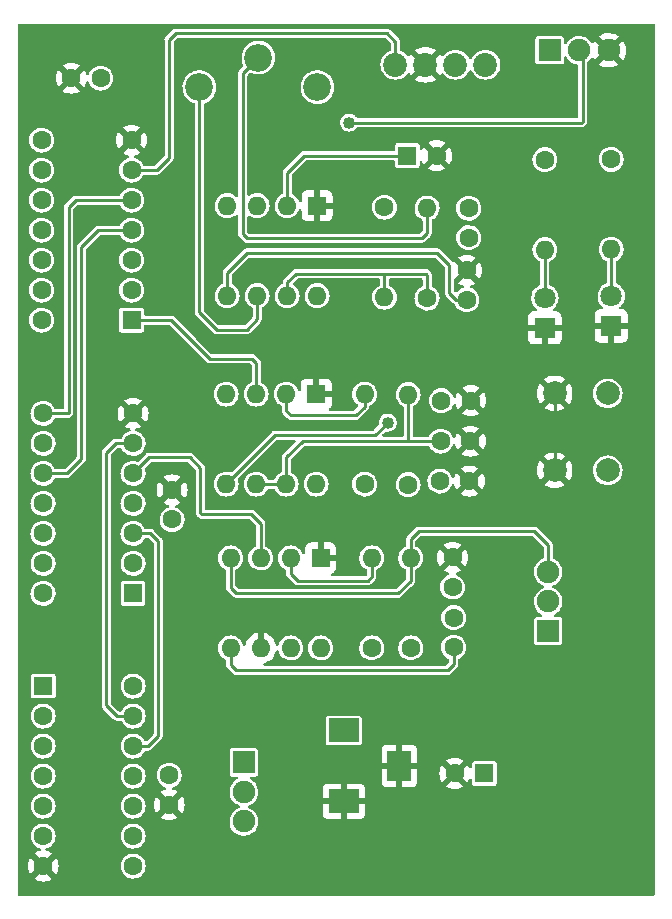
<source format=gtl>
%TF.GenerationSoftware,KiCad,Pcbnew,(6.0.7)*%
%TF.CreationDate,2022-08-17T23:10:38-05:00*%
%TF.ProjectId,clock_module,636c6f63-6b5f-46d6-9f64-756c652e6b69,rev?*%
%TF.SameCoordinates,Original*%
%TF.FileFunction,Copper,L1,Top*%
%TF.FilePolarity,Positive*%
%FSLAX46Y46*%
G04 Gerber Fmt 4.6, Leading zero omitted, Abs format (unit mm)*
G04 Created by KiCad (PCBNEW (6.0.7)) date 2022-08-17 23:10:38*
%MOMM*%
%LPD*%
G01*
G04 APERTURE LIST*
%TA.AperFunction,ComponentPad*%
%ADD10R,1.900000X1.900000*%
%TD*%
%TA.AperFunction,ComponentPad*%
%ADD11C,1.900000*%
%TD*%
%TA.AperFunction,ComponentPad*%
%ADD12R,1.600000X1.600000*%
%TD*%
%TA.AperFunction,ComponentPad*%
%ADD13C,1.600000*%
%TD*%
%TA.AperFunction,ComponentPad*%
%ADD14O,1.600000X1.600000*%
%TD*%
%TA.AperFunction,ComponentPad*%
%ADD15C,2.340000*%
%TD*%
%TA.AperFunction,ComponentPad*%
%ADD16C,2.000000*%
%TD*%
%TA.AperFunction,ComponentPad*%
%ADD17C,1.800000*%
%TD*%
%TA.AperFunction,ComponentPad*%
%ADD18R,1.800000X1.800000*%
%TD*%
%TA.AperFunction,ComponentPad*%
%ADD19R,2.600000X2.000000*%
%TD*%
%TA.AperFunction,ComponentPad*%
%ADD20R,2.000000X2.600000*%
%TD*%
%TA.AperFunction,ComponentPad*%
%ADD21C,2.020000*%
%TD*%
%TA.AperFunction,ViaPad*%
%ADD22C,1.016000*%
%TD*%
%TA.AperFunction,Conductor*%
%ADD23C,0.254000*%
%TD*%
G04 APERTURE END LIST*
D10*
X143397087Y-128977487D03*
D11*
X143397087Y-131477487D03*
X143397087Y-133977487D03*
D12*
X126404487Y-122513687D03*
D13*
X126404487Y-125053687D03*
X126404487Y-127593687D03*
X126404487Y-130133687D03*
X126404487Y-132673687D03*
X126404487Y-135213687D03*
X126404487Y-137753687D03*
X134024487Y-137753687D03*
X134024487Y-135213687D03*
X134024487Y-132673687D03*
X134024487Y-130133687D03*
X134024487Y-127593687D03*
X134024487Y-125053687D03*
X134024487Y-122513687D03*
X155295600Y-81965800D03*
D14*
X155295600Y-89585800D03*
D15*
X139627600Y-71800800D03*
X144627600Y-69300800D03*
X149627600Y-71800800D03*
D16*
X174208000Y-104240400D03*
X174208000Y-97740400D03*
X169708000Y-104240400D03*
X169708000Y-97740400D03*
D13*
X154228800Y-119278400D03*
D14*
X154228800Y-111658400D03*
D12*
X157226000Y-77597000D03*
D13*
X159726000Y-77597000D03*
D17*
X174498000Y-89489200D03*
D18*
X174498000Y-92029200D03*
D13*
X158902400Y-89662000D03*
D14*
X158902400Y-82042000D03*
D13*
X162616200Y-98348800D03*
X160116200Y-98348800D03*
X161061400Y-114127600D03*
X161061400Y-111627600D03*
X168884600Y-77952600D03*
D14*
X168884600Y-85572600D03*
X153619200Y-97790000D03*
D13*
X153619200Y-105410000D03*
D14*
X149519800Y-105420000D03*
X146979800Y-105420000D03*
X144439800Y-105420000D03*
X141899800Y-105420000D03*
X141899800Y-97800000D03*
X144439800Y-97800000D03*
X146979800Y-97800000D03*
D12*
X149519800Y-97800000D03*
D13*
X174498000Y-77927200D03*
D14*
X174498000Y-85547200D03*
D13*
X162565400Y-101777800D03*
X160065400Y-101777800D03*
D12*
X163753800Y-129909687D03*
D13*
X161253800Y-129909687D03*
D12*
X133898200Y-91530800D03*
D13*
X133898200Y-88990800D03*
X133898200Y-86450800D03*
X133898200Y-83910800D03*
X133898200Y-81370800D03*
X133898200Y-78830800D03*
X133898200Y-76290800D03*
X126278200Y-76290800D03*
X126278200Y-78830800D03*
X126278200Y-81370800D03*
X126278200Y-83910800D03*
X126278200Y-86450800D03*
X126278200Y-88990800D03*
X126278200Y-91530800D03*
D10*
X169164000Y-117856000D03*
D11*
X169164000Y-115356000D03*
X169164000Y-112856000D03*
D10*
X169291000Y-68681600D03*
D11*
X171791000Y-68681600D03*
X174291000Y-68681600D03*
D13*
X162489200Y-105156000D03*
X159989200Y-105156000D03*
D12*
X134010400Y-114660200D03*
D13*
X134010400Y-112120200D03*
X134010400Y-109580200D03*
X134010400Y-107040200D03*
X134010400Y-104500200D03*
X134010400Y-101960200D03*
X134010400Y-99420200D03*
X126390400Y-99420200D03*
X126390400Y-101960200D03*
X126390400Y-104500200D03*
X126390400Y-107040200D03*
X126390400Y-109580200D03*
X126390400Y-112120200D03*
X126390400Y-114660200D03*
D14*
X157302200Y-97840800D03*
D13*
X157302200Y-105460800D03*
X157530800Y-119278400D03*
D14*
X157530800Y-111658400D03*
D13*
X137312400Y-105912600D03*
X137312400Y-108412600D03*
D17*
X168884600Y-89641600D03*
D18*
X168884600Y-92181600D03*
D19*
X151864087Y-126277487D03*
X151864087Y-132277487D03*
D20*
X156564087Y-129277487D03*
D13*
X137072487Y-130072087D03*
X137072487Y-132572087D03*
X162433000Y-84562000D03*
X162433000Y-82062000D03*
X161163000Y-119233000D03*
X161163000Y-116733000D03*
X162280600Y-89814400D03*
X162280600Y-87314400D03*
X131272600Y-71043800D03*
X128772600Y-71043800D03*
D12*
X149596000Y-81848800D03*
D14*
X147056000Y-81848800D03*
X144516000Y-81848800D03*
X141976000Y-81848800D03*
X141976000Y-89468800D03*
X144516000Y-89468800D03*
X147056000Y-89468800D03*
X149596000Y-89468800D03*
D21*
X163850400Y-69900800D03*
X161310400Y-69900800D03*
X158770400Y-69900800D03*
X156230400Y-69900800D03*
D12*
X149900800Y-111668400D03*
D14*
X147360800Y-111668400D03*
X144820800Y-111668400D03*
X142280800Y-111668400D03*
X142280800Y-119288400D03*
X144820800Y-119288400D03*
X147360800Y-119288400D03*
X149900800Y-119288400D03*
D22*
X152323800Y-74803000D03*
X155575000Y-100203000D03*
D23*
X143637000Y-92329000D02*
X144516000Y-91450000D01*
X139627600Y-90859600D02*
X141097000Y-92329000D01*
X141097000Y-92329000D02*
X143637000Y-92329000D01*
X144516000Y-91450000D02*
X144516000Y-89468800D01*
X139627600Y-71800800D02*
X139627600Y-90859600D01*
X135386600Y-103124000D02*
X134010400Y-104500200D01*
X139700000Y-104013000D02*
X138811000Y-103124000D01*
X139700000Y-107823000D02*
X139700000Y-104013000D01*
X139827000Y-107950000D02*
X139700000Y-107823000D01*
X144018000Y-107950000D02*
X139827000Y-107950000D01*
X138811000Y-103124000D02*
X135386600Y-103124000D01*
X144820800Y-108752800D02*
X144018000Y-107950000D01*
X144820800Y-111668400D02*
X144820800Y-108752800D01*
X169708000Y-104240400D02*
X169708000Y-97740400D01*
X174498000Y-85547200D02*
X174498000Y-89489200D01*
X168884600Y-85572600D02*
X168884600Y-89641600D01*
X147777200Y-87604600D02*
X155295600Y-87604600D01*
X158826200Y-87604600D02*
X158902400Y-87680800D01*
X158902400Y-87680800D02*
X158902400Y-89662000D01*
X147056000Y-88325800D02*
X147777200Y-87604600D01*
X155295600Y-89585800D02*
X155295600Y-87604600D01*
X147056000Y-89468800D02*
X147056000Y-88325800D01*
X155295600Y-87604600D02*
X158826200Y-87604600D01*
X143306800Y-70621600D02*
X144627600Y-69300800D01*
X158902400Y-82042000D02*
X158902400Y-84150200D01*
X158902400Y-84150200D02*
X158470600Y-84582000D01*
X143637000Y-84582000D02*
X143306800Y-84251800D01*
X158470600Y-84582000D02*
X143637000Y-84582000D01*
X143306800Y-84251800D02*
X143306800Y-70621600D01*
X146979800Y-99202400D02*
X147370800Y-99593400D01*
X153619200Y-98856800D02*
X153619200Y-97790000D01*
X146979800Y-97800000D02*
X146979800Y-99202400D01*
X152882600Y-99593400D02*
X153619200Y-98856800D01*
X147370800Y-99593400D02*
X152882600Y-99593400D01*
X158191200Y-109397800D02*
X157530800Y-110058200D01*
X142280800Y-114188400D02*
X142748000Y-114655600D01*
X157530800Y-110058200D02*
X157530800Y-111658400D01*
X142280800Y-111668400D02*
X142280800Y-114188400D01*
X142748000Y-114655600D02*
X156464000Y-114655600D01*
X157530800Y-113588800D02*
X157530800Y-111658400D01*
X167970200Y-109397800D02*
X158191200Y-109397800D01*
X169164000Y-112856000D02*
X169164000Y-110591600D01*
X156464000Y-114655600D02*
X157530800Y-113588800D01*
X169164000Y-110591600D02*
X167970200Y-109397800D01*
X171983400Y-74803000D02*
X172085000Y-74701400D01*
X172085000Y-74701400D02*
X172085000Y-68975600D01*
X152323800Y-74803000D02*
X171983400Y-74803000D01*
X172085000Y-68975600D02*
X171791000Y-68681600D01*
X135488200Y-109580200D02*
X136144000Y-110236000D01*
X136144000Y-110236000D02*
X136144000Y-126746000D01*
X134010400Y-109580200D02*
X135488200Y-109580200D01*
X136144000Y-126746000D02*
X135296313Y-127593687D01*
X135296313Y-127593687D02*
X134024487Y-127593687D01*
X131749800Y-102743000D02*
X131749800Y-124155200D01*
X132648287Y-125053687D02*
X134024487Y-125053687D01*
X132532600Y-101960200D02*
X131749800Y-102743000D01*
X131749800Y-124155200D02*
X132648287Y-125053687D01*
X134010400Y-101960200D02*
X132532600Y-101960200D01*
X144094200Y-94792800D02*
X144439800Y-95138400D01*
X140512800Y-94792800D02*
X144094200Y-94792800D01*
X133898200Y-91530800D02*
X137250800Y-91530800D01*
X144439800Y-95138400D02*
X144439800Y-97800000D01*
X137250800Y-91530800D02*
X140512800Y-94792800D01*
X129616200Y-103306400D02*
X129616200Y-85369400D01*
X128422400Y-104500200D02*
X129616200Y-103306400D01*
X131074800Y-83910800D02*
X133898200Y-83910800D01*
X126390400Y-104500200D02*
X128422400Y-104500200D01*
X129616200Y-85369400D02*
X131074800Y-83910800D01*
X159789229Y-85849829D02*
X160782000Y-86842600D01*
X141976000Y-87513000D02*
X143639171Y-85849829D01*
X141976000Y-89468800D02*
X141976000Y-87513000D01*
X160782000Y-86842600D02*
X160782000Y-89204800D01*
X143639171Y-85849829D02*
X159789229Y-85849829D01*
X161391600Y-89814400D02*
X162280600Y-89814400D01*
X160782000Y-89204800D02*
X161391600Y-89814400D01*
X146979800Y-105420000D02*
X144439800Y-105420000D01*
X148361400Y-101777800D02*
X157403800Y-101777800D01*
X157403800Y-101777800D02*
X160065400Y-101777800D01*
X157302200Y-97840800D02*
X157302200Y-101676200D01*
X146979800Y-105420000D02*
X146979800Y-103159400D01*
X157302200Y-101676200D02*
X157403800Y-101777800D01*
X146979800Y-103159400D02*
X148361400Y-101777800D01*
X142722600Y-121183400D02*
X142280800Y-120741600D01*
X161163000Y-119233000D02*
X161163000Y-120675400D01*
X142280800Y-120741600D02*
X142280800Y-119288400D01*
X160655000Y-121183400D02*
X142722600Y-121183400D01*
X161163000Y-120675400D02*
X160655000Y-121183400D01*
X128549400Y-99369400D02*
X128498600Y-99420200D01*
X133898200Y-81370800D02*
X129144400Y-81370800D01*
X129144400Y-81370800D02*
X128549400Y-81965800D01*
X128549400Y-81965800D02*
X128549400Y-99369400D01*
X128498600Y-99420200D02*
X126390400Y-99420200D01*
X137058400Y-67792600D02*
X137617200Y-67233800D01*
X133898200Y-78830800D02*
X136002400Y-78830800D01*
X137058400Y-77774800D02*
X137058400Y-67792600D01*
X136002400Y-78830800D02*
X137058400Y-77774800D01*
X155498800Y-67233800D02*
X156230400Y-67965400D01*
X137617200Y-67233800D02*
X155498800Y-67233800D01*
X156230400Y-67965400D02*
X156230400Y-69900800D01*
X153873200Y-113588800D02*
X154228800Y-113233200D01*
X154228800Y-113233200D02*
X154228800Y-111658400D01*
X147955000Y-113588800D02*
X153873200Y-113588800D01*
X147360800Y-111668400D02*
X147360800Y-112994600D01*
X147360800Y-112994600D02*
X147955000Y-113588800D01*
X148513800Y-77597000D02*
X147056000Y-79054800D01*
X157226000Y-77597000D02*
X148513800Y-77597000D01*
X147056000Y-79054800D02*
X147056000Y-81848800D01*
X146050000Y-101269800D02*
X154508200Y-101269800D01*
X141899800Y-105420000D02*
X146050000Y-101269800D01*
X154508200Y-101269800D02*
X155575000Y-100203000D01*
%TA.AperFunction,Conductor*%
G36*
X178122621Y-66441502D02*
G01*
X178169114Y-66495158D01*
X178180500Y-66547500D01*
X178180500Y-140132300D01*
X178160498Y-140200421D01*
X178106842Y-140246914D01*
X178054500Y-140258300D01*
X124357900Y-140258300D01*
X124289779Y-140238298D01*
X124243286Y-140184642D01*
X124231900Y-140132300D01*
X124231900Y-138839749D01*
X125682980Y-138839749D01*
X125692276Y-138851764D01*
X125743481Y-138887618D01*
X125752976Y-138893101D01*
X125950434Y-138985177D01*
X125960726Y-138988923D01*
X126171175Y-139045312D01*
X126181968Y-139047215D01*
X126399012Y-139066204D01*
X126409962Y-139066204D01*
X126627006Y-139047215D01*
X126637799Y-139045312D01*
X126848248Y-138988923D01*
X126858540Y-138985177D01*
X127055998Y-138893101D01*
X127065493Y-138887618D01*
X127117535Y-138851178D01*
X127125911Y-138840699D01*
X127118843Y-138827253D01*
X126417299Y-138125709D01*
X126403355Y-138118095D01*
X126401522Y-138118226D01*
X126394907Y-138122477D01*
X125689410Y-138827974D01*
X125682980Y-138839749D01*
X124231900Y-138839749D01*
X124231900Y-137759162D01*
X125091970Y-137759162D01*
X125110959Y-137976206D01*
X125112862Y-137986999D01*
X125169251Y-138197448D01*
X125172997Y-138207740D01*
X125265073Y-138405198D01*
X125270556Y-138414693D01*
X125306996Y-138466735D01*
X125317475Y-138475111D01*
X125330921Y-138468043D01*
X126032465Y-137766499D01*
X126038843Y-137754819D01*
X126768895Y-137754819D01*
X126769026Y-137756652D01*
X126773277Y-137763267D01*
X127478774Y-138468764D01*
X127490549Y-138475194D01*
X127502564Y-138465898D01*
X127538418Y-138414693D01*
X127543901Y-138405198D01*
X127635977Y-138207740D01*
X127639723Y-138197448D01*
X127696112Y-137986999D01*
X127698015Y-137976206D01*
X127717004Y-137759162D01*
X127717004Y-137748212D01*
X127716189Y-137738893D01*
X132964988Y-137738893D01*
X132982293Y-137944965D01*
X133039294Y-138143753D01*
X133042112Y-138149235D01*
X133042113Y-138149239D01*
X133131001Y-138322196D01*
X133131004Y-138322200D01*
X133133821Y-138327682D01*
X133262273Y-138489748D01*
X133419758Y-138623778D01*
X133600276Y-138724667D01*
X133796953Y-138788571D01*
X134002296Y-138813057D01*
X134008431Y-138812585D01*
X134008433Y-138812585D01*
X134202343Y-138797664D01*
X134202347Y-138797663D01*
X134208485Y-138797191D01*
X134407665Y-138741579D01*
X134413169Y-138738799D01*
X134413171Y-138738798D01*
X134586749Y-138651118D01*
X134586751Y-138651117D01*
X134592250Y-138648339D01*
X134755209Y-138521021D01*
X134759235Y-138516357D01*
X134759238Y-138516354D01*
X134886306Y-138369144D01*
X134886307Y-138369142D01*
X134890335Y-138364476D01*
X134992482Y-138184666D01*
X135057757Y-137988440D01*
X135083676Y-137783273D01*
X135084089Y-137753687D01*
X135063909Y-137547876D01*
X135004138Y-137349904D01*
X134907052Y-137167312D01*
X134903161Y-137162542D01*
X134903159Y-137162538D01*
X134780245Y-137011830D01*
X134780242Y-137011827D01*
X134776350Y-137007055D01*
X134769453Y-137001349D01*
X134621758Y-136879165D01*
X134621753Y-136879162D01*
X134617009Y-136875237D01*
X134611590Y-136872307D01*
X134611587Y-136872305D01*
X134440519Y-136779809D01*
X134440514Y-136779807D01*
X134435099Y-136776879D01*
X134237550Y-136715727D01*
X134231425Y-136715083D01*
X134231424Y-136715083D01*
X134038013Y-136694755D01*
X134038011Y-136694755D01*
X134031884Y-136694111D01*
X133905716Y-136705593D01*
X133832078Y-136712294D01*
X133832077Y-136712294D01*
X133825937Y-136712853D01*
X133627553Y-136771241D01*
X133622088Y-136774098D01*
X133449748Y-136864195D01*
X133449744Y-136864198D01*
X133444288Y-136867050D01*
X133283122Y-136996630D01*
X133150195Y-137155047D01*
X133050569Y-137336265D01*
X132988040Y-137533383D01*
X132964988Y-137738893D01*
X127716189Y-137738893D01*
X127698015Y-137531168D01*
X127696112Y-137520375D01*
X127639723Y-137309926D01*
X127635977Y-137299634D01*
X127543901Y-137102176D01*
X127538418Y-137092681D01*
X127501978Y-137040639D01*
X127491499Y-137032263D01*
X127478053Y-137039331D01*
X126776509Y-137740875D01*
X126768895Y-137754819D01*
X126038843Y-137754819D01*
X126040079Y-137752555D01*
X126039948Y-137750722D01*
X126035697Y-137744107D01*
X125330200Y-137038610D01*
X125318425Y-137032180D01*
X125306410Y-137041476D01*
X125270556Y-137092681D01*
X125265073Y-137102176D01*
X125172997Y-137299634D01*
X125169251Y-137309926D01*
X125112862Y-137520375D01*
X125110959Y-137531168D01*
X125091970Y-137748212D01*
X125091970Y-137759162D01*
X124231900Y-137759162D01*
X124231900Y-135198893D01*
X125344988Y-135198893D01*
X125362293Y-135404965D01*
X125419294Y-135603753D01*
X125422112Y-135609235D01*
X125422113Y-135609239D01*
X125511001Y-135782196D01*
X125511004Y-135782200D01*
X125513821Y-135787682D01*
X125642273Y-135949748D01*
X125799758Y-136083778D01*
X125980276Y-136184667D01*
X126123278Y-136231131D01*
X126129889Y-136233279D01*
X126188495Y-136273352D01*
X126216132Y-136338749D01*
X126204025Y-136408706D01*
X126156019Y-136461012D01*
X126123564Y-136474819D01*
X125960726Y-136518451D01*
X125950434Y-136522197D01*
X125752976Y-136614273D01*
X125743481Y-136619756D01*
X125691439Y-136656196D01*
X125683063Y-136666675D01*
X125690131Y-136680121D01*
X126391675Y-137381665D01*
X126405619Y-137389279D01*
X126407452Y-137389148D01*
X126414067Y-137384897D01*
X127119564Y-136679400D01*
X127125994Y-136667625D01*
X127116698Y-136655610D01*
X127065493Y-136619756D01*
X127055998Y-136614273D01*
X126858540Y-136522197D01*
X126848248Y-136518451D01*
X126683090Y-136474197D01*
X126622467Y-136437245D01*
X126591446Y-136373384D01*
X126599874Y-136302890D01*
X126645077Y-136248143D01*
X126681810Y-136231134D01*
X126787665Y-136201579D01*
X126793169Y-136198799D01*
X126793171Y-136198798D01*
X126966749Y-136111118D01*
X126966751Y-136111117D01*
X126972250Y-136108339D01*
X127135209Y-135981021D01*
X127139235Y-135976357D01*
X127139238Y-135976354D01*
X127266306Y-135829144D01*
X127266307Y-135829142D01*
X127270335Y-135824476D01*
X127372482Y-135644666D01*
X127437757Y-135448440D01*
X127463676Y-135243273D01*
X127464089Y-135213687D01*
X127462638Y-135198893D01*
X132964988Y-135198893D01*
X132982293Y-135404965D01*
X133039294Y-135603753D01*
X133042112Y-135609235D01*
X133042113Y-135609239D01*
X133131001Y-135782196D01*
X133131004Y-135782200D01*
X133133821Y-135787682D01*
X133262273Y-135949748D01*
X133419758Y-136083778D01*
X133600276Y-136184667D01*
X133796953Y-136248571D01*
X134002296Y-136273057D01*
X134008431Y-136272585D01*
X134008433Y-136272585D01*
X134202343Y-136257664D01*
X134202347Y-136257663D01*
X134208485Y-136257191D01*
X134407665Y-136201579D01*
X134413169Y-136198799D01*
X134413171Y-136198798D01*
X134586749Y-136111118D01*
X134586751Y-136111117D01*
X134592250Y-136108339D01*
X134755209Y-135981021D01*
X134759235Y-135976357D01*
X134759238Y-135976354D01*
X134886306Y-135829144D01*
X134886307Y-135829142D01*
X134890335Y-135824476D01*
X134992482Y-135644666D01*
X135057757Y-135448440D01*
X135083676Y-135243273D01*
X135084089Y-135213687D01*
X135063909Y-135007876D01*
X135004138Y-134809904D01*
X134955595Y-134718608D01*
X134909946Y-134632754D01*
X134909944Y-134632751D01*
X134907052Y-134627312D01*
X134903161Y-134622542D01*
X134903159Y-134622538D01*
X134780245Y-134471830D01*
X134780242Y-134471827D01*
X134776350Y-134467055D01*
X134769453Y-134461349D01*
X134621758Y-134339165D01*
X134621753Y-134339162D01*
X134617009Y-134335237D01*
X134611590Y-134332307D01*
X134611587Y-134332305D01*
X134440519Y-134239809D01*
X134440514Y-134239807D01*
X134435099Y-134236879D01*
X134237550Y-134175727D01*
X134231425Y-134175083D01*
X134231424Y-134175083D01*
X134038013Y-134154755D01*
X134038011Y-134154755D01*
X134031884Y-134154111D01*
X133905716Y-134165593D01*
X133832078Y-134172294D01*
X133832077Y-134172294D01*
X133825937Y-134172853D01*
X133627553Y-134231241D01*
X133622088Y-134234098D01*
X133449748Y-134324195D01*
X133449744Y-134324198D01*
X133444288Y-134327050D01*
X133283122Y-134456630D01*
X133150195Y-134615047D01*
X133050569Y-134796265D01*
X132988040Y-134993383D01*
X132987354Y-134999500D01*
X132987353Y-134999504D01*
X132965675Y-135192768D01*
X132964988Y-135198893D01*
X127462638Y-135198893D01*
X127443909Y-135007876D01*
X127384138Y-134809904D01*
X127335595Y-134718608D01*
X127289946Y-134632754D01*
X127289944Y-134632751D01*
X127287052Y-134627312D01*
X127283161Y-134622542D01*
X127283159Y-134622538D01*
X127160245Y-134471830D01*
X127160242Y-134471827D01*
X127156350Y-134467055D01*
X127149453Y-134461349D01*
X127001758Y-134339165D01*
X127001753Y-134339162D01*
X126997009Y-134335237D01*
X126991590Y-134332307D01*
X126991587Y-134332305D01*
X126820519Y-134239809D01*
X126820514Y-134239807D01*
X126815099Y-134236879D01*
X126617550Y-134175727D01*
X126611425Y-134175083D01*
X126611424Y-134175083D01*
X126418013Y-134154755D01*
X126418011Y-134154755D01*
X126411884Y-134154111D01*
X126285716Y-134165593D01*
X126212078Y-134172294D01*
X126212077Y-134172294D01*
X126205937Y-134172853D01*
X126007553Y-134231241D01*
X126002088Y-134234098D01*
X125829748Y-134324195D01*
X125829744Y-134324198D01*
X125824288Y-134327050D01*
X125663122Y-134456630D01*
X125530195Y-134615047D01*
X125430569Y-134796265D01*
X125368040Y-134993383D01*
X125367354Y-134999500D01*
X125367353Y-134999504D01*
X125345675Y-135192768D01*
X125344988Y-135198893D01*
X124231900Y-135198893D01*
X124231900Y-133945822D01*
X142187842Y-133945822D01*
X142202320Y-134166720D01*
X142256811Y-134381280D01*
X142349491Y-134582317D01*
X142477254Y-134763098D01*
X142635823Y-134917569D01*
X142640619Y-134920774D01*
X142640622Y-134920776D01*
X142780155Y-135014009D01*
X142819887Y-135040557D01*
X142825190Y-135042835D01*
X142825193Y-135042837D01*
X142911095Y-135079743D01*
X143023282Y-135127942D01*
X143102760Y-135145926D01*
X143233558Y-135175523D01*
X143233563Y-135175524D01*
X143239195Y-135176798D01*
X143244966Y-135177025D01*
X143244968Y-135177025D01*
X143312588Y-135179682D01*
X143460396Y-135185489D01*
X143588995Y-135166843D01*
X143673755Y-135154554D01*
X143673759Y-135154553D01*
X143679477Y-135153724D01*
X143684949Y-135151866D01*
X143684951Y-135151866D01*
X143883632Y-135084422D01*
X143889100Y-135082566D01*
X144082246Y-134974399D01*
X144252446Y-134832846D01*
X144393999Y-134662646D01*
X144502166Y-134469500D01*
X144573324Y-134259877D01*
X144585619Y-134175083D01*
X144604556Y-134044470D01*
X144605089Y-134040796D01*
X144606747Y-133977487D01*
X144586491Y-133757044D01*
X144579521Y-133732328D01*
X144551567Y-133633211D01*
X144526402Y-133543984D01*
X144428492Y-133345441D01*
X144411105Y-133322156D01*
X150056088Y-133322156D01*
X150056458Y-133328977D01*
X150061982Y-133379839D01*
X150065608Y-133395091D01*
X150110763Y-133515541D01*
X150119301Y-133531136D01*
X150195802Y-133633211D01*
X150208363Y-133645772D01*
X150310438Y-133722273D01*
X150326033Y-133730811D01*
X150446481Y-133775965D01*
X150461736Y-133779592D01*
X150512601Y-133785118D01*
X150519415Y-133785487D01*
X151591972Y-133785487D01*
X151607211Y-133781012D01*
X151608416Y-133779622D01*
X151610087Y-133771939D01*
X151610087Y-133767371D01*
X152118087Y-133767371D01*
X152122562Y-133782610D01*
X152123952Y-133783815D01*
X152131635Y-133785486D01*
X153208756Y-133785486D01*
X153215577Y-133785116D01*
X153266439Y-133779592D01*
X153281691Y-133775966D01*
X153402141Y-133730811D01*
X153417736Y-133722273D01*
X153519811Y-133645772D01*
X153532372Y-133633211D01*
X153608873Y-133531136D01*
X153617411Y-133515541D01*
X153662565Y-133395093D01*
X153666192Y-133379838D01*
X153671718Y-133328973D01*
X153672087Y-133322159D01*
X153672087Y-132549602D01*
X153667612Y-132534363D01*
X153666222Y-132533158D01*
X153658539Y-132531487D01*
X152136202Y-132531487D01*
X152120963Y-132535962D01*
X152119758Y-132537352D01*
X152118087Y-132545035D01*
X152118087Y-133767371D01*
X151610087Y-133767371D01*
X151610087Y-132549602D01*
X151605612Y-132534363D01*
X151604222Y-132533158D01*
X151596539Y-132531487D01*
X150074203Y-132531487D01*
X150058964Y-132535962D01*
X150057759Y-132537352D01*
X150056088Y-132545035D01*
X150056088Y-133322156D01*
X144411105Y-133322156D01*
X144383460Y-133285135D01*
X144299493Y-133172690D01*
X144299492Y-133172689D01*
X144296040Y-133168066D01*
X144291804Y-133164150D01*
X144137721Y-133021718D01*
X144137719Y-133021716D01*
X144133481Y-133017799D01*
X143946261Y-132899672D01*
X143807766Y-132844418D01*
X143751906Y-132800597D01*
X143728606Y-132733533D01*
X143745262Y-132664518D01*
X143796586Y-132615463D01*
X143813954Y-132608075D01*
X143883632Y-132584422D01*
X143889100Y-132582566D01*
X144082246Y-132474399D01*
X144252446Y-132332846D01*
X144393999Y-132162646D01*
X144482077Y-132005372D01*
X150056087Y-132005372D01*
X150060562Y-132020611D01*
X150061952Y-132021816D01*
X150069635Y-132023487D01*
X151591972Y-132023487D01*
X151607211Y-132019012D01*
X151608416Y-132017622D01*
X151610087Y-132009939D01*
X151610087Y-132005372D01*
X152118087Y-132005372D01*
X152122562Y-132020611D01*
X152123952Y-132021816D01*
X152131635Y-132023487D01*
X153653971Y-132023487D01*
X153669210Y-132019012D01*
X153670415Y-132017622D01*
X153672086Y-132009939D01*
X153672086Y-131232818D01*
X153671716Y-131225997D01*
X153666192Y-131175135D01*
X153662566Y-131159883D01*
X153617411Y-131039433D01*
X153608873Y-131023838D01*
X153532372Y-130921763D01*
X153519811Y-130909202D01*
X153417736Y-130832701D01*
X153402141Y-130824163D01*
X153281693Y-130779009D01*
X153266438Y-130775382D01*
X153215573Y-130769856D01*
X153208759Y-130769487D01*
X152136202Y-130769487D01*
X152120963Y-130773962D01*
X152119758Y-130775352D01*
X152118087Y-130783035D01*
X152118087Y-132005372D01*
X151610087Y-132005372D01*
X151610087Y-130787603D01*
X151605612Y-130772364D01*
X151604222Y-130771159D01*
X151596539Y-130769488D01*
X150519418Y-130769488D01*
X150512597Y-130769858D01*
X150461735Y-130775382D01*
X150446483Y-130779008D01*
X150326033Y-130824163D01*
X150310438Y-130832701D01*
X150208363Y-130909202D01*
X150195802Y-130921763D01*
X150119301Y-131023838D01*
X150110763Y-131039433D01*
X150065609Y-131159881D01*
X150061982Y-131175136D01*
X150056456Y-131226001D01*
X150056087Y-131232815D01*
X150056087Y-132005372D01*
X144482077Y-132005372D01*
X144502166Y-131969500D01*
X144542534Y-131850580D01*
X144571466Y-131765351D01*
X144571466Y-131765349D01*
X144573324Y-131759877D01*
X144582034Y-131699809D01*
X144591741Y-131632853D01*
X144605089Y-131540796D01*
X144606747Y-131477487D01*
X144586491Y-131257044D01*
X144577732Y-131225985D01*
X144543516Y-131104667D01*
X144526402Y-131043984D01*
X144428492Y-130845441D01*
X144385303Y-130787603D01*
X144299493Y-130672690D01*
X144299492Y-130672689D01*
X144296040Y-130668066D01*
X144277485Y-130650914D01*
X144246375Y-130622156D01*
X155056088Y-130622156D01*
X155056458Y-130628977D01*
X155061982Y-130679839D01*
X155065608Y-130695091D01*
X155110763Y-130815541D01*
X155119301Y-130831136D01*
X155195802Y-130933211D01*
X155208363Y-130945772D01*
X155310438Y-131022273D01*
X155326033Y-131030811D01*
X155446481Y-131075965D01*
X155461736Y-131079592D01*
X155512601Y-131085118D01*
X155519415Y-131085487D01*
X156291972Y-131085487D01*
X156307211Y-131081012D01*
X156308416Y-131079622D01*
X156310087Y-131071939D01*
X156310087Y-131067371D01*
X156818087Y-131067371D01*
X156822562Y-131082610D01*
X156823952Y-131083815D01*
X156831635Y-131085486D01*
X157608756Y-131085486D01*
X157615577Y-131085116D01*
X157666439Y-131079592D01*
X157681691Y-131075966D01*
X157802141Y-131030811D01*
X157817736Y-131022273D01*
X157853127Y-130995749D01*
X160532293Y-130995749D01*
X160541589Y-131007764D01*
X160592794Y-131043618D01*
X160602289Y-131049101D01*
X160799747Y-131141177D01*
X160810039Y-131144923D01*
X161020488Y-131201312D01*
X161031281Y-131203215D01*
X161248325Y-131222204D01*
X161259275Y-131222204D01*
X161476319Y-131203215D01*
X161487112Y-131201312D01*
X161697561Y-131144923D01*
X161707853Y-131141177D01*
X161905311Y-131049101D01*
X161914806Y-131043618D01*
X161966848Y-131007178D01*
X161975224Y-130996699D01*
X161968156Y-130983253D01*
X161266612Y-130281709D01*
X161252668Y-130274095D01*
X161250835Y-130274226D01*
X161244220Y-130278477D01*
X160538723Y-130983974D01*
X160532293Y-130995749D01*
X157853127Y-130995749D01*
X157919811Y-130945772D01*
X157932372Y-130933211D01*
X158008873Y-130831136D01*
X158017411Y-130815541D01*
X158062565Y-130695093D01*
X158066192Y-130679838D01*
X158071718Y-130628973D01*
X158072087Y-130622159D01*
X158072087Y-129915162D01*
X159941283Y-129915162D01*
X159960272Y-130132206D01*
X159962175Y-130142999D01*
X160018564Y-130353448D01*
X160022310Y-130363740D01*
X160114386Y-130561198D01*
X160119869Y-130570693D01*
X160156309Y-130622735D01*
X160166788Y-130631111D01*
X160180234Y-130624043D01*
X160881778Y-129922499D01*
X160888156Y-129910819D01*
X161618208Y-129910819D01*
X161618339Y-129912652D01*
X161622590Y-129919267D01*
X162328087Y-130624764D01*
X162339862Y-130631194D01*
X162351877Y-130621898D01*
X162387731Y-130570693D01*
X162393214Y-130561198D01*
X162459106Y-130419892D01*
X162506024Y-130366607D01*
X162574301Y-130347146D01*
X162642261Y-130367688D01*
X162688326Y-130421711D01*
X162699301Y-130473141D01*
X162699301Y-130734753D01*
X162706209Y-130769487D01*
X162709813Y-130787603D01*
X162714066Y-130808988D01*
X162720961Y-130819307D01*
X162720962Y-130819309D01*
X162736936Y-130843215D01*
X162770316Y-130893171D01*
X162854499Y-130949421D01*
X162928733Y-130964187D01*
X163753666Y-130964187D01*
X164578866Y-130964186D01*
X164614618Y-130957075D01*
X164640926Y-130951843D01*
X164640928Y-130951842D01*
X164653101Y-130949421D01*
X164663421Y-130942526D01*
X164663422Y-130942525D01*
X164726968Y-130900064D01*
X164737284Y-130893171D01*
X164773199Y-130839421D01*
X164786639Y-130819307D01*
X164793534Y-130808988D01*
X164808300Y-130734754D01*
X164808299Y-129084621D01*
X164801188Y-129048869D01*
X164795956Y-129022561D01*
X164795955Y-129022559D01*
X164793534Y-129010386D01*
X164737284Y-128926203D01*
X164653101Y-128869953D01*
X164578867Y-128855187D01*
X163753934Y-128855187D01*
X162928734Y-128855188D01*
X162892982Y-128862299D01*
X162866674Y-128867531D01*
X162866672Y-128867532D01*
X162854499Y-128869953D01*
X162844179Y-128876848D01*
X162844178Y-128876849D01*
X162783785Y-128917203D01*
X162770316Y-128926203D01*
X162714066Y-129010386D01*
X162699300Y-129084620D01*
X162699300Y-129346231D01*
X162679298Y-129414352D01*
X162625642Y-129460845D01*
X162555368Y-129470949D01*
X162490788Y-129441455D01*
X162459105Y-129399481D01*
X162393214Y-129258176D01*
X162387731Y-129248681D01*
X162351291Y-129196639D01*
X162340812Y-129188263D01*
X162327366Y-129195331D01*
X161625822Y-129896875D01*
X161618208Y-129910819D01*
X160888156Y-129910819D01*
X160889392Y-129908555D01*
X160889261Y-129906722D01*
X160885010Y-129900107D01*
X160179513Y-129194610D01*
X160167738Y-129188180D01*
X160155723Y-129197476D01*
X160119869Y-129248681D01*
X160114386Y-129258176D01*
X160022310Y-129455634D01*
X160018564Y-129465926D01*
X159962175Y-129676375D01*
X159960272Y-129687168D01*
X159941283Y-129904212D01*
X159941283Y-129915162D01*
X158072087Y-129915162D01*
X158072087Y-129549602D01*
X158067612Y-129534363D01*
X158066222Y-129533158D01*
X158058539Y-129531487D01*
X156836202Y-129531487D01*
X156820963Y-129535962D01*
X156819758Y-129537352D01*
X156818087Y-129545035D01*
X156818087Y-131067371D01*
X156310087Y-131067371D01*
X156310087Y-129549602D01*
X156305612Y-129534363D01*
X156304222Y-129533158D01*
X156296539Y-129531487D01*
X155074203Y-129531487D01*
X155058964Y-129535962D01*
X155057759Y-129537352D01*
X155056088Y-129545035D01*
X155056088Y-130622156D01*
X144246375Y-130622156D01*
X144137721Y-130521718D01*
X144137719Y-130521716D01*
X144133481Y-130517799D01*
X143969838Y-130414548D01*
X143922899Y-130361281D01*
X143912210Y-130291094D01*
X143941165Y-130226270D01*
X144000569Y-130187390D01*
X144037072Y-130181986D01*
X144372153Y-130181986D01*
X144407905Y-130174875D01*
X144434213Y-130169643D01*
X144434215Y-130169642D01*
X144446388Y-130167221D01*
X144456708Y-130160326D01*
X144456709Y-130160325D01*
X144520255Y-130117864D01*
X144530571Y-130110971D01*
X144586821Y-130026788D01*
X144601587Y-129952554D01*
X144601587Y-129005372D01*
X155056087Y-129005372D01*
X155060562Y-129020611D01*
X155061952Y-129021816D01*
X155069635Y-129023487D01*
X156291972Y-129023487D01*
X156307211Y-129019012D01*
X156308416Y-129017622D01*
X156310087Y-129009939D01*
X156310087Y-129005372D01*
X156818087Y-129005372D01*
X156822562Y-129020611D01*
X156823952Y-129021816D01*
X156831635Y-129023487D01*
X158053971Y-129023487D01*
X158069210Y-129019012D01*
X158070415Y-129017622D01*
X158072086Y-129009939D01*
X158072086Y-128822675D01*
X160532376Y-128822675D01*
X160539444Y-128836121D01*
X161240988Y-129537665D01*
X161254932Y-129545279D01*
X161256765Y-129545148D01*
X161263380Y-129540897D01*
X161968877Y-128835400D01*
X161975307Y-128823625D01*
X161966011Y-128811610D01*
X161914806Y-128775756D01*
X161905311Y-128770273D01*
X161707853Y-128678197D01*
X161697561Y-128674451D01*
X161487112Y-128618062D01*
X161476319Y-128616159D01*
X161259275Y-128597170D01*
X161248325Y-128597170D01*
X161031281Y-128616159D01*
X161020488Y-128618062D01*
X160810039Y-128674451D01*
X160799747Y-128678197D01*
X160602289Y-128770273D01*
X160592794Y-128775756D01*
X160540752Y-128812196D01*
X160532376Y-128822675D01*
X158072086Y-128822675D01*
X158072086Y-127932818D01*
X158071716Y-127925997D01*
X158066192Y-127875135D01*
X158062566Y-127859883D01*
X158017411Y-127739433D01*
X158008873Y-127723838D01*
X157932372Y-127621763D01*
X157919811Y-127609202D01*
X157817736Y-127532701D01*
X157802141Y-127524163D01*
X157681693Y-127479009D01*
X157666438Y-127475382D01*
X157615573Y-127469856D01*
X157608759Y-127469487D01*
X156836202Y-127469487D01*
X156820963Y-127473962D01*
X156819758Y-127475352D01*
X156818087Y-127483035D01*
X156818087Y-129005372D01*
X156310087Y-129005372D01*
X156310087Y-127487603D01*
X156305612Y-127472364D01*
X156304222Y-127471159D01*
X156296539Y-127469488D01*
X155519418Y-127469488D01*
X155512597Y-127469858D01*
X155461735Y-127475382D01*
X155446483Y-127479008D01*
X155326033Y-127524163D01*
X155310438Y-127532701D01*
X155208363Y-127609202D01*
X155195802Y-127621763D01*
X155119301Y-127723838D01*
X155110763Y-127739433D01*
X155065609Y-127859881D01*
X155061982Y-127875136D01*
X155056456Y-127926001D01*
X155056087Y-127932815D01*
X155056087Y-129005372D01*
X144601587Y-129005372D01*
X144601586Y-128002421D01*
X144593526Y-127961898D01*
X144589243Y-127940361D01*
X144589242Y-127940359D01*
X144586821Y-127928186D01*
X144574755Y-127910127D01*
X144537464Y-127854319D01*
X144530571Y-127844003D01*
X144446388Y-127787753D01*
X144372154Y-127772987D01*
X143397245Y-127772987D01*
X142422021Y-127772988D01*
X142386269Y-127780099D01*
X142359961Y-127785331D01*
X142359959Y-127785332D01*
X142347786Y-127787753D01*
X142337466Y-127794648D01*
X142337465Y-127794649D01*
X142296052Y-127822321D01*
X142263603Y-127844003D01*
X142207353Y-127928186D01*
X142192587Y-128002420D01*
X142192588Y-129952553D01*
X142207353Y-130026788D01*
X142214248Y-130037107D01*
X142214249Y-130037109D01*
X142237621Y-130072087D01*
X142263603Y-130110971D01*
X142292379Y-130130199D01*
X142336604Y-130159749D01*
X142347786Y-130167221D01*
X142422020Y-130181987D01*
X142760448Y-130181987D01*
X142828569Y-130201989D01*
X142875062Y-130255645D01*
X142885166Y-130325919D01*
X142855672Y-130390499D01*
X142824871Y-130416272D01*
X142686067Y-130498852D01*
X142519631Y-130644812D01*
X142516064Y-130649337D01*
X142516059Y-130649342D01*
X142474393Y-130702196D01*
X142382581Y-130818659D01*
X142379892Y-130823770D01*
X142379890Y-130823773D01*
X142339752Y-130900064D01*
X142279507Y-131014570D01*
X142213861Y-131225985D01*
X142213182Y-131231720D01*
X142213182Y-131231721D01*
X142210185Y-131257044D01*
X142187842Y-131445822D01*
X142202320Y-131666720D01*
X142256811Y-131881280D01*
X142349491Y-132082317D01*
X142477254Y-132263098D01*
X142635823Y-132417569D01*
X142640619Y-132420774D01*
X142640622Y-132420776D01*
X142715340Y-132470701D01*
X142819887Y-132540557D01*
X142825190Y-132542835D01*
X142825193Y-132542837D01*
X142987949Y-132612762D01*
X143042642Y-132658030D01*
X143064179Y-132725681D01*
X143045722Y-132794237D01*
X142993131Y-132841931D01*
X142981822Y-132846742D01*
X142932427Y-132864965D01*
X142876315Y-132885666D01*
X142871354Y-132888618D01*
X142871353Y-132888618D01*
X142848321Y-132902321D01*
X142686067Y-132998852D01*
X142519631Y-133144812D01*
X142516064Y-133149337D01*
X142516059Y-133149342D01*
X142421822Y-133268882D01*
X142382581Y-133318659D01*
X142379892Y-133323770D01*
X142379890Y-133323773D01*
X142342368Y-133395091D01*
X142279507Y-133514570D01*
X142213861Y-133725985D01*
X142213182Y-133731720D01*
X142213182Y-133731721D01*
X142204234Y-133807323D01*
X142187842Y-133945822D01*
X124231900Y-133945822D01*
X124231900Y-132658893D01*
X125344988Y-132658893D01*
X125348419Y-132699749D01*
X125360568Y-132844418D01*
X125362293Y-132864965D01*
X125419294Y-133063753D01*
X125422112Y-133069235D01*
X125422113Y-133069239D01*
X125511001Y-133242196D01*
X125511004Y-133242200D01*
X125513821Y-133247682D01*
X125642273Y-133409748D01*
X125646966Y-133413742D01*
X125646967Y-133413743D01*
X125784904Y-133531136D01*
X125799758Y-133543778D01*
X125980276Y-133644667D01*
X126176953Y-133708571D01*
X126382296Y-133733057D01*
X126388431Y-133732585D01*
X126388433Y-133732585D01*
X126582343Y-133717664D01*
X126582347Y-133717663D01*
X126588485Y-133717191D01*
X126787665Y-133661579D01*
X126793169Y-133658799D01*
X126793171Y-133658798D01*
X126966749Y-133571118D01*
X126966751Y-133571117D01*
X126972250Y-133568339D01*
X127135209Y-133441021D01*
X127139235Y-133436357D01*
X127139238Y-133436354D01*
X127266306Y-133289144D01*
X127266307Y-133289142D01*
X127270335Y-133284476D01*
X127338690Y-133164150D01*
X127369437Y-133110027D01*
X127369439Y-133110023D01*
X127372482Y-133104666D01*
X127428381Y-132936626D01*
X127435812Y-132914288D01*
X127435813Y-132914285D01*
X127437757Y-132908440D01*
X127463676Y-132703273D01*
X127464089Y-132673687D01*
X127462638Y-132658893D01*
X132964988Y-132658893D01*
X132968419Y-132699749D01*
X132980568Y-132844418D01*
X132982293Y-132864965D01*
X133039294Y-133063753D01*
X133042112Y-133069235D01*
X133042113Y-133069239D01*
X133131001Y-133242196D01*
X133131004Y-133242200D01*
X133133821Y-133247682D01*
X133262273Y-133409748D01*
X133266966Y-133413742D01*
X133266967Y-133413743D01*
X133404904Y-133531136D01*
X133419758Y-133543778D01*
X133600276Y-133644667D01*
X133796953Y-133708571D01*
X134002296Y-133733057D01*
X134008431Y-133732585D01*
X134008433Y-133732585D01*
X134202343Y-133717664D01*
X134202347Y-133717663D01*
X134208485Y-133717191D01*
X134407665Y-133661579D01*
X134413169Y-133658799D01*
X134413171Y-133658798D01*
X134414456Y-133658149D01*
X136350980Y-133658149D01*
X136360276Y-133670164D01*
X136411481Y-133706018D01*
X136420976Y-133711501D01*
X136618434Y-133803577D01*
X136628726Y-133807323D01*
X136839175Y-133863712D01*
X136849968Y-133865615D01*
X137067012Y-133884604D01*
X137077962Y-133884604D01*
X137295006Y-133865615D01*
X137305799Y-133863712D01*
X137516248Y-133807323D01*
X137526540Y-133803577D01*
X137723998Y-133711501D01*
X137733493Y-133706018D01*
X137785535Y-133669578D01*
X137793911Y-133659099D01*
X137786843Y-133645653D01*
X137085299Y-132944109D01*
X137071355Y-132936495D01*
X137069522Y-132936626D01*
X137062907Y-132940877D01*
X136357410Y-133646374D01*
X136350980Y-133658149D01*
X134414456Y-133658149D01*
X134586749Y-133571118D01*
X134586751Y-133571117D01*
X134592250Y-133568339D01*
X134755209Y-133441021D01*
X134759235Y-133436357D01*
X134759238Y-133436354D01*
X134886306Y-133289144D01*
X134886307Y-133289142D01*
X134890335Y-133284476D01*
X134958690Y-133164150D01*
X134989437Y-133110027D01*
X134989439Y-133110023D01*
X134992482Y-133104666D01*
X135048381Y-132936626D01*
X135055812Y-132914288D01*
X135055813Y-132914285D01*
X135057757Y-132908440D01*
X135083676Y-132703273D01*
X135084089Y-132673687D01*
X135074664Y-132577562D01*
X135759970Y-132577562D01*
X135778959Y-132794606D01*
X135780862Y-132805399D01*
X135837251Y-133015848D01*
X135840997Y-133026140D01*
X135933073Y-133223598D01*
X135938556Y-133233093D01*
X135974996Y-133285135D01*
X135985475Y-133293511D01*
X135998921Y-133286443D01*
X136700465Y-132584899D01*
X136706843Y-132573219D01*
X137436895Y-132573219D01*
X137437026Y-132575052D01*
X137441277Y-132581667D01*
X138146774Y-133287164D01*
X138158549Y-133293594D01*
X138170564Y-133284298D01*
X138206418Y-133233093D01*
X138211901Y-133223598D01*
X138303977Y-133026140D01*
X138307723Y-133015848D01*
X138364112Y-132805399D01*
X138366015Y-132794606D01*
X138385004Y-132577562D01*
X138385004Y-132566612D01*
X138366015Y-132349568D01*
X138364112Y-132338775D01*
X138307723Y-132128326D01*
X138303977Y-132118034D01*
X138211901Y-131920576D01*
X138206418Y-131911081D01*
X138169978Y-131859039D01*
X138159499Y-131850663D01*
X138146053Y-131857731D01*
X137444509Y-132559275D01*
X137436895Y-132573219D01*
X136706843Y-132573219D01*
X136708079Y-132570955D01*
X136707948Y-132569122D01*
X136703697Y-132562507D01*
X135998200Y-131857010D01*
X135986425Y-131850580D01*
X135974410Y-131859876D01*
X135938556Y-131911081D01*
X135933073Y-131920576D01*
X135840997Y-132118034D01*
X135837251Y-132128326D01*
X135780862Y-132338775D01*
X135778959Y-132349568D01*
X135759970Y-132566612D01*
X135759970Y-132577562D01*
X135074664Y-132577562D01*
X135063909Y-132467876D01*
X135004138Y-132269904D01*
X134928860Y-132128326D01*
X134909946Y-132092754D01*
X134909944Y-132092751D01*
X134907052Y-132087312D01*
X134903161Y-132082542D01*
X134903159Y-132082538D01*
X134780245Y-131931830D01*
X134780242Y-131931827D01*
X134776350Y-131927055D01*
X134769453Y-131921349D01*
X134621758Y-131799165D01*
X134621753Y-131799162D01*
X134617009Y-131795237D01*
X134611590Y-131792307D01*
X134611587Y-131792305D01*
X134440519Y-131699809D01*
X134440514Y-131699807D01*
X134435099Y-131696879D01*
X134237550Y-131635727D01*
X134231425Y-131635083D01*
X134231424Y-131635083D01*
X134038013Y-131614755D01*
X134038011Y-131614755D01*
X134031884Y-131614111D01*
X133905716Y-131625593D01*
X133832078Y-131632294D01*
X133832077Y-131632294D01*
X133825937Y-131632853D01*
X133627553Y-131691241D01*
X133622088Y-131694098D01*
X133449748Y-131784195D01*
X133449744Y-131784198D01*
X133444288Y-131787050D01*
X133283122Y-131916630D01*
X133150195Y-132075047D01*
X133050569Y-132256265D01*
X132988040Y-132453383D01*
X132987354Y-132459500D01*
X132987353Y-132459504D01*
X132968460Y-132627942D01*
X132964988Y-132658893D01*
X127462638Y-132658893D01*
X127443909Y-132467876D01*
X127384138Y-132269904D01*
X127308860Y-132128326D01*
X127289946Y-132092754D01*
X127289944Y-132092751D01*
X127287052Y-132087312D01*
X127283161Y-132082542D01*
X127283159Y-132082538D01*
X127160245Y-131931830D01*
X127160242Y-131931827D01*
X127156350Y-131927055D01*
X127149453Y-131921349D01*
X127001758Y-131799165D01*
X127001753Y-131799162D01*
X126997009Y-131795237D01*
X126991590Y-131792307D01*
X126991587Y-131792305D01*
X126820519Y-131699809D01*
X126820514Y-131699807D01*
X126815099Y-131696879D01*
X126617550Y-131635727D01*
X126611425Y-131635083D01*
X126611424Y-131635083D01*
X126418013Y-131614755D01*
X126418011Y-131614755D01*
X126411884Y-131614111D01*
X126285716Y-131625593D01*
X126212078Y-131632294D01*
X126212077Y-131632294D01*
X126205937Y-131632853D01*
X126007553Y-131691241D01*
X126002088Y-131694098D01*
X125829748Y-131784195D01*
X125829744Y-131784198D01*
X125824288Y-131787050D01*
X125663122Y-131916630D01*
X125530195Y-132075047D01*
X125430569Y-132256265D01*
X125368040Y-132453383D01*
X125367354Y-132459500D01*
X125367353Y-132459504D01*
X125348460Y-132627942D01*
X125344988Y-132658893D01*
X124231900Y-132658893D01*
X124231900Y-130118893D01*
X125344988Y-130118893D01*
X125346106Y-130132206D01*
X125359449Y-130291094D01*
X125362293Y-130324965D01*
X125419294Y-130523753D01*
X125422112Y-130529235D01*
X125422113Y-130529239D01*
X125511001Y-130702196D01*
X125511004Y-130702200D01*
X125513821Y-130707682D01*
X125642273Y-130869748D01*
X125646966Y-130873742D01*
X125646967Y-130873743D01*
X125759503Y-130969518D01*
X125799758Y-131003778D01*
X125980276Y-131104667D01*
X126176953Y-131168571D01*
X126382296Y-131193057D01*
X126388431Y-131192585D01*
X126388433Y-131192585D01*
X126582343Y-131177664D01*
X126582347Y-131177663D01*
X126588485Y-131177191D01*
X126787665Y-131121579D01*
X126793169Y-131118799D01*
X126793171Y-131118798D01*
X126966749Y-131031118D01*
X126966751Y-131031117D01*
X126972250Y-131028339D01*
X127135209Y-130901021D01*
X127139235Y-130896357D01*
X127139238Y-130896354D01*
X127266306Y-130749144D01*
X127266307Y-130749142D01*
X127270335Y-130744476D01*
X127329114Y-130641007D01*
X127369437Y-130570027D01*
X127369439Y-130570023D01*
X127372482Y-130564666D01*
X127406583Y-130462153D01*
X127435812Y-130374288D01*
X127435813Y-130374285D01*
X127437757Y-130368440D01*
X127463676Y-130163273D01*
X127464089Y-130133687D01*
X127462638Y-130118893D01*
X132964988Y-130118893D01*
X132966106Y-130132206D01*
X132979449Y-130291094D01*
X132982293Y-130324965D01*
X133039294Y-130523753D01*
X133042112Y-130529235D01*
X133042113Y-130529239D01*
X133131001Y-130702196D01*
X133131004Y-130702200D01*
X133133821Y-130707682D01*
X133262273Y-130869748D01*
X133266966Y-130873742D01*
X133266967Y-130873743D01*
X133379503Y-130969518D01*
X133419758Y-131003778D01*
X133600276Y-131104667D01*
X133796953Y-131168571D01*
X134002296Y-131193057D01*
X134008431Y-131192585D01*
X134008433Y-131192585D01*
X134202343Y-131177664D01*
X134202347Y-131177663D01*
X134208485Y-131177191D01*
X134407665Y-131121579D01*
X134413169Y-131118799D01*
X134413171Y-131118798D01*
X134586749Y-131031118D01*
X134586751Y-131031117D01*
X134592250Y-131028339D01*
X134755209Y-130901021D01*
X134759235Y-130896357D01*
X134759238Y-130896354D01*
X134886306Y-130749144D01*
X134886307Y-130749142D01*
X134890335Y-130744476D01*
X134949114Y-130641007D01*
X134989437Y-130570027D01*
X134989439Y-130570023D01*
X134992482Y-130564666D01*
X135026583Y-130462153D01*
X135055812Y-130374288D01*
X135055813Y-130374285D01*
X135057757Y-130368440D01*
X135083676Y-130163273D01*
X135084089Y-130133687D01*
X135076598Y-130057293D01*
X136012988Y-130057293D01*
X136018161Y-130118893D01*
X136029645Y-130255645D01*
X136030293Y-130263365D01*
X136087294Y-130462153D01*
X136090112Y-130467635D01*
X136090113Y-130467639D01*
X136179001Y-130640596D01*
X136179004Y-130640600D01*
X136181821Y-130646082D01*
X136310273Y-130808148D01*
X136314966Y-130812142D01*
X136314967Y-130812143D01*
X136423857Y-130904815D01*
X136467758Y-130942178D01*
X136648276Y-131043067D01*
X136728463Y-131069121D01*
X136730420Y-131069757D01*
X136789026Y-131109830D01*
X136816663Y-131175227D01*
X136804556Y-131245184D01*
X136756550Y-131297490D01*
X136724095Y-131311297D01*
X136628726Y-131336851D01*
X136618434Y-131340597D01*
X136420976Y-131432673D01*
X136411481Y-131438156D01*
X136359439Y-131474596D01*
X136351063Y-131485075D01*
X136358131Y-131498521D01*
X137059675Y-132200065D01*
X137073619Y-132207679D01*
X137075452Y-132207548D01*
X137082067Y-132203297D01*
X137787564Y-131497800D01*
X137793994Y-131486025D01*
X137784698Y-131474010D01*
X137733493Y-131438156D01*
X137723998Y-131432673D01*
X137526540Y-131340597D01*
X137516248Y-131336851D01*
X137424196Y-131312186D01*
X137363573Y-131275234D01*
X137332552Y-131211374D01*
X137340980Y-131140879D01*
X137386183Y-131086132D01*
X137422922Y-131069121D01*
X137449724Y-131061638D01*
X137449726Y-131061637D01*
X137455665Y-131059979D01*
X137461169Y-131057199D01*
X137461171Y-131057198D01*
X137634749Y-130969518D01*
X137634751Y-130969517D01*
X137640250Y-130966739D01*
X137803209Y-130839421D01*
X137807235Y-130834757D01*
X137807238Y-130834754D01*
X137934306Y-130687544D01*
X137934307Y-130687542D01*
X137938335Y-130682876D01*
X138028730Y-130523753D01*
X138037437Y-130508427D01*
X138037439Y-130508423D01*
X138040482Y-130503066D01*
X138085516Y-130367688D01*
X138103812Y-130312688D01*
X138103813Y-130312685D01*
X138105757Y-130306840D01*
X138131676Y-130101673D01*
X138132089Y-130072087D01*
X138111909Y-129866276D01*
X138052138Y-129668304D01*
X137987805Y-129547312D01*
X137957946Y-129491154D01*
X137957944Y-129491151D01*
X137955052Y-129485712D01*
X137951161Y-129480942D01*
X137951159Y-129480938D01*
X137828245Y-129330230D01*
X137828242Y-129330227D01*
X137824350Y-129325455D01*
X137817453Y-129319749D01*
X137669758Y-129197565D01*
X137669753Y-129197562D01*
X137665009Y-129193637D01*
X137659590Y-129190707D01*
X137659587Y-129190705D01*
X137488519Y-129098209D01*
X137488514Y-129098207D01*
X137483099Y-129095279D01*
X137285550Y-129034127D01*
X137279425Y-129033483D01*
X137279424Y-129033483D01*
X137086013Y-129013155D01*
X137086011Y-129013155D01*
X137079884Y-129012511D01*
X136959274Y-129023487D01*
X136880078Y-129030694D01*
X136880077Y-129030694D01*
X136873937Y-129031253D01*
X136675553Y-129089641D01*
X136670088Y-129092498D01*
X136497748Y-129182595D01*
X136497744Y-129182598D01*
X136492288Y-129185450D01*
X136331122Y-129315030D01*
X136198195Y-129473447D01*
X136098569Y-129654665D01*
X136036040Y-129851783D01*
X136035354Y-129857900D01*
X136035353Y-129857904D01*
X136017775Y-130014613D01*
X136012988Y-130057293D01*
X135076598Y-130057293D01*
X135063909Y-129927876D01*
X135004138Y-129729904D01*
X134907052Y-129547312D01*
X134903161Y-129542542D01*
X134903159Y-129542538D01*
X134780245Y-129391830D01*
X134780242Y-129391827D01*
X134776350Y-129387055D01*
X134769453Y-129381349D01*
X134621758Y-129259165D01*
X134621753Y-129259162D01*
X134617009Y-129255237D01*
X134611590Y-129252307D01*
X134611587Y-129252305D01*
X134440519Y-129159809D01*
X134440514Y-129159807D01*
X134435099Y-129156879D01*
X134237550Y-129095727D01*
X134231425Y-129095083D01*
X134231424Y-129095083D01*
X134038013Y-129074755D01*
X134038011Y-129074755D01*
X134031884Y-129074111D01*
X133916406Y-129084620D01*
X133832078Y-129092294D01*
X133832077Y-129092294D01*
X133825937Y-129092853D01*
X133627553Y-129151241D01*
X133622088Y-129154098D01*
X133449748Y-129244195D01*
X133449744Y-129244198D01*
X133444288Y-129247050D01*
X133283122Y-129376630D01*
X133150195Y-129535047D01*
X133050569Y-129716265D01*
X132988040Y-129913383D01*
X132987354Y-129919500D01*
X132987353Y-129919504D01*
X132965877Y-130110971D01*
X132964988Y-130118893D01*
X127462638Y-130118893D01*
X127443909Y-129927876D01*
X127384138Y-129729904D01*
X127287052Y-129547312D01*
X127283161Y-129542542D01*
X127283159Y-129542538D01*
X127160245Y-129391830D01*
X127160242Y-129391827D01*
X127156350Y-129387055D01*
X127149453Y-129381349D01*
X127001758Y-129259165D01*
X127001753Y-129259162D01*
X126997009Y-129255237D01*
X126991590Y-129252307D01*
X126991587Y-129252305D01*
X126820519Y-129159809D01*
X126820514Y-129159807D01*
X126815099Y-129156879D01*
X126617550Y-129095727D01*
X126611425Y-129095083D01*
X126611424Y-129095083D01*
X126418013Y-129074755D01*
X126418011Y-129074755D01*
X126411884Y-129074111D01*
X126296406Y-129084620D01*
X126212078Y-129092294D01*
X126212077Y-129092294D01*
X126205937Y-129092853D01*
X126007553Y-129151241D01*
X126002088Y-129154098D01*
X125829748Y-129244195D01*
X125829744Y-129244198D01*
X125824288Y-129247050D01*
X125663122Y-129376630D01*
X125530195Y-129535047D01*
X125430569Y-129716265D01*
X125368040Y-129913383D01*
X125367354Y-129919500D01*
X125367353Y-129919504D01*
X125345877Y-130110971D01*
X125344988Y-130118893D01*
X124231900Y-130118893D01*
X124231900Y-127578893D01*
X125344988Y-127578893D01*
X125346230Y-127593687D01*
X125361389Y-127774196D01*
X125362293Y-127784965D01*
X125419294Y-127983753D01*
X125422112Y-127989235D01*
X125422113Y-127989239D01*
X125511001Y-128162196D01*
X125511004Y-128162200D01*
X125513821Y-128167682D01*
X125642273Y-128329748D01*
X125799758Y-128463778D01*
X125980276Y-128564667D01*
X126176953Y-128628571D01*
X126382296Y-128653057D01*
X126388431Y-128652585D01*
X126388433Y-128652585D01*
X126582343Y-128637664D01*
X126582347Y-128637663D01*
X126588485Y-128637191D01*
X126787665Y-128581579D01*
X126793169Y-128578799D01*
X126793171Y-128578798D01*
X126966750Y-128491117D01*
X126972250Y-128488339D01*
X127135209Y-128361021D01*
X127139235Y-128356357D01*
X127139238Y-128356354D01*
X127266306Y-128209144D01*
X127266307Y-128209142D01*
X127270335Y-128204476D01*
X127372482Y-128024666D01*
X127416729Y-127891654D01*
X127435812Y-127834288D01*
X127435813Y-127834285D01*
X127437757Y-127828440D01*
X127463676Y-127623273D01*
X127464089Y-127593687D01*
X127443909Y-127387876D01*
X127384138Y-127189904D01*
X127287052Y-127007312D01*
X127283161Y-127002542D01*
X127283159Y-127002538D01*
X127160245Y-126851830D01*
X127160242Y-126851827D01*
X127156350Y-126847055D01*
X127149453Y-126841349D01*
X127001758Y-126719165D01*
X127001753Y-126719162D01*
X126997009Y-126715237D01*
X126991590Y-126712307D01*
X126991587Y-126712305D01*
X126820519Y-126619809D01*
X126820514Y-126619807D01*
X126815099Y-126616879D01*
X126617550Y-126555727D01*
X126611425Y-126555083D01*
X126611424Y-126555083D01*
X126418013Y-126534755D01*
X126418011Y-126534755D01*
X126411884Y-126534111D01*
X126285716Y-126545593D01*
X126212078Y-126552294D01*
X126212077Y-126552294D01*
X126205937Y-126552853D01*
X126007553Y-126611241D01*
X126002088Y-126614098D01*
X125829748Y-126704195D01*
X125829744Y-126704198D01*
X125824288Y-126707050D01*
X125663122Y-126836630D01*
X125530195Y-126995047D01*
X125430569Y-127176265D01*
X125368040Y-127373383D01*
X125367354Y-127379500D01*
X125367353Y-127379504D01*
X125350249Y-127531987D01*
X125344988Y-127578893D01*
X124231900Y-127578893D01*
X124231900Y-125038893D01*
X125344988Y-125038893D01*
X125346230Y-125053687D01*
X125357708Y-125190361D01*
X125362293Y-125244965D01*
X125419294Y-125443753D01*
X125422112Y-125449235D01*
X125422113Y-125449239D01*
X125511001Y-125622196D01*
X125511004Y-125622200D01*
X125513821Y-125627682D01*
X125642273Y-125789748D01*
X125799758Y-125923778D01*
X125980276Y-126024667D01*
X126176953Y-126088571D01*
X126382296Y-126113057D01*
X126388431Y-126112585D01*
X126388433Y-126112585D01*
X126582343Y-126097664D01*
X126582347Y-126097663D01*
X126588485Y-126097191D01*
X126787665Y-126041579D01*
X126793169Y-126038799D01*
X126793171Y-126038798D01*
X126966749Y-125951118D01*
X126966751Y-125951117D01*
X126972250Y-125948339D01*
X127135209Y-125821021D01*
X127139235Y-125816357D01*
X127139238Y-125816354D01*
X127266306Y-125669144D01*
X127266307Y-125669142D01*
X127270335Y-125664476D01*
X127372482Y-125484666D01*
X127418657Y-125345858D01*
X127435812Y-125294288D01*
X127435813Y-125294285D01*
X127437757Y-125288440D01*
X127463676Y-125083273D01*
X127464089Y-125053687D01*
X127443909Y-124847876D01*
X127384138Y-124649904D01*
X127287052Y-124467312D01*
X127283161Y-124462542D01*
X127283159Y-124462538D01*
X127160245Y-124311830D01*
X127160242Y-124311827D01*
X127156350Y-124307055D01*
X127149453Y-124301349D01*
X127001758Y-124179165D01*
X127001753Y-124179162D01*
X126997009Y-124175237D01*
X126991590Y-124172307D01*
X126991587Y-124172305D01*
X126926255Y-124136980D01*
X131363455Y-124136980D01*
X131364679Y-124147320D01*
X131367427Y-124170542D01*
X131367779Y-124176520D01*
X131367872Y-124176512D01*
X131368300Y-124181690D01*
X131368300Y-124186892D01*
X131369154Y-124192022D01*
X131371486Y-124206032D01*
X131372322Y-124211904D01*
X131378382Y-124263107D01*
X131382367Y-124271406D01*
X131383878Y-124280483D01*
X131408358Y-124325851D01*
X131411039Y-124331114D01*
X131429927Y-124370450D01*
X131429930Y-124370454D01*
X131433360Y-124377598D01*
X131436970Y-124381892D01*
X131438902Y-124383824D01*
X131440689Y-124385773D01*
X131440718Y-124385826D01*
X131440588Y-124385945D01*
X131441089Y-124386513D01*
X131444188Y-124392257D01*
X131451833Y-124399324D01*
X131484009Y-124429067D01*
X131487575Y-124432497D01*
X132340241Y-125285163D01*
X132355605Y-125304186D01*
X132356569Y-125305245D01*
X132362216Y-125313991D01*
X132370395Y-125320439D01*
X132370397Y-125320441D01*
X132388764Y-125334921D01*
X132393237Y-125338896D01*
X132393298Y-125338824D01*
X132397255Y-125342177D01*
X132400936Y-125345858D01*
X132405168Y-125348882D01*
X132416726Y-125357142D01*
X132421472Y-125360705D01*
X132461957Y-125392621D01*
X132470642Y-125395671D01*
X132478130Y-125401022D01*
X132527537Y-125415797D01*
X132533124Y-125417613D01*
X132581789Y-125434703D01*
X132587378Y-125435187D01*
X132590089Y-125435187D01*
X132592758Y-125435302D01*
X132592819Y-125435321D01*
X132592812Y-125435495D01*
X132593559Y-125435542D01*
X132599812Y-125437412D01*
X132653976Y-125435284D01*
X132658922Y-125435187D01*
X132957982Y-125435187D01*
X133026103Y-125455189D01*
X133070048Y-125503593D01*
X133131001Y-125622196D01*
X133131004Y-125622200D01*
X133133821Y-125627682D01*
X133262273Y-125789748D01*
X133419758Y-125923778D01*
X133600276Y-126024667D01*
X133796953Y-126088571D01*
X134002296Y-126113057D01*
X134008431Y-126112585D01*
X134008433Y-126112585D01*
X134202343Y-126097664D01*
X134202347Y-126097663D01*
X134208485Y-126097191D01*
X134407665Y-126041579D01*
X134413169Y-126038799D01*
X134413171Y-126038798D01*
X134586749Y-125951118D01*
X134586751Y-125951117D01*
X134592250Y-125948339D01*
X134755209Y-125821021D01*
X134759235Y-125816357D01*
X134759238Y-125816354D01*
X134886306Y-125669144D01*
X134886307Y-125669142D01*
X134890335Y-125664476D01*
X134992482Y-125484666D01*
X135038657Y-125345858D01*
X135055812Y-125294288D01*
X135055813Y-125294285D01*
X135057757Y-125288440D01*
X135083676Y-125083273D01*
X135084089Y-125053687D01*
X135063909Y-124847876D01*
X135004138Y-124649904D01*
X134907052Y-124467312D01*
X134903161Y-124462542D01*
X134903159Y-124462538D01*
X134780245Y-124311830D01*
X134780242Y-124311827D01*
X134776350Y-124307055D01*
X134769453Y-124301349D01*
X134621758Y-124179165D01*
X134621753Y-124179162D01*
X134617009Y-124175237D01*
X134611590Y-124172307D01*
X134611587Y-124172305D01*
X134440519Y-124079809D01*
X134440514Y-124079807D01*
X134435099Y-124076879D01*
X134237550Y-124015727D01*
X134231425Y-124015083D01*
X134231424Y-124015083D01*
X134038013Y-123994755D01*
X134038011Y-123994755D01*
X134031884Y-123994111D01*
X133905716Y-124005593D01*
X133832078Y-124012294D01*
X133832077Y-124012294D01*
X133825937Y-124012853D01*
X133627553Y-124071241D01*
X133622088Y-124074098D01*
X133449748Y-124164195D01*
X133449744Y-124164198D01*
X133444288Y-124167050D01*
X133439488Y-124170910D01*
X133439487Y-124170910D01*
X133432510Y-124176520D01*
X133283122Y-124296630D01*
X133150195Y-124455047D01*
X133147226Y-124460447D01*
X133147225Y-124460449D01*
X133066719Y-124606888D01*
X133016374Y-124656947D01*
X132956305Y-124672187D01*
X132858500Y-124672187D01*
X132790379Y-124652185D01*
X132769405Y-124635282D01*
X132168205Y-124034082D01*
X132134179Y-123971770D01*
X132131300Y-123944987D01*
X132131300Y-122498893D01*
X132964988Y-122498893D01*
X132982293Y-122704965D01*
X133039294Y-122903753D01*
X133042112Y-122909235D01*
X133042113Y-122909239D01*
X133131001Y-123082196D01*
X133131004Y-123082200D01*
X133133821Y-123087682D01*
X133262273Y-123249748D01*
X133266966Y-123253742D01*
X133266967Y-123253743D01*
X133359582Y-123332564D01*
X133419758Y-123383778D01*
X133600276Y-123484667D01*
X133796953Y-123548571D01*
X134002296Y-123573057D01*
X134008431Y-123572585D01*
X134008433Y-123572585D01*
X134202343Y-123557664D01*
X134202347Y-123557663D01*
X134208485Y-123557191D01*
X134407665Y-123501579D01*
X134413169Y-123498799D01*
X134413171Y-123498798D01*
X134586749Y-123411118D01*
X134586751Y-123411117D01*
X134592250Y-123408339D01*
X134755209Y-123281021D01*
X134759235Y-123276357D01*
X134759238Y-123276354D01*
X134886306Y-123129144D01*
X134886307Y-123129142D01*
X134890335Y-123124476D01*
X134992482Y-122944666D01*
X135057757Y-122748440D01*
X135083676Y-122543273D01*
X135084089Y-122513687D01*
X135063909Y-122307876D01*
X135004138Y-122109904D01*
X134907052Y-121927312D01*
X134903161Y-121922542D01*
X134903159Y-121922538D01*
X134780245Y-121771830D01*
X134780242Y-121771827D01*
X134776350Y-121767055D01*
X134769453Y-121761349D01*
X134621758Y-121639165D01*
X134621753Y-121639162D01*
X134617009Y-121635237D01*
X134611590Y-121632307D01*
X134611587Y-121632305D01*
X134440519Y-121539809D01*
X134440514Y-121539807D01*
X134435099Y-121536879D01*
X134237550Y-121475727D01*
X134231425Y-121475083D01*
X134231424Y-121475083D01*
X134038013Y-121454755D01*
X134038011Y-121454755D01*
X134031884Y-121454111D01*
X133916252Y-121464634D01*
X133832078Y-121472294D01*
X133832077Y-121472294D01*
X133825937Y-121472853D01*
X133627553Y-121531241D01*
X133622088Y-121534098D01*
X133449748Y-121624195D01*
X133449744Y-121624198D01*
X133444288Y-121627050D01*
X133283122Y-121756630D01*
X133150195Y-121915047D01*
X133050569Y-122096265D01*
X132988040Y-122293383D01*
X132964988Y-122498893D01*
X132131300Y-122498893D01*
X132131300Y-113835133D01*
X132955900Y-113835133D01*
X132955901Y-115485266D01*
X132970666Y-115559501D01*
X133026916Y-115643684D01*
X133037232Y-115650577D01*
X133099474Y-115692166D01*
X133111099Y-115699934D01*
X133185333Y-115714700D01*
X134010266Y-115714700D01*
X134835466Y-115714699D01*
X134871218Y-115707588D01*
X134897526Y-115702356D01*
X134897528Y-115702355D01*
X134909701Y-115699934D01*
X134920021Y-115693039D01*
X134920022Y-115693038D01*
X134983568Y-115650577D01*
X134993884Y-115643684D01*
X135050134Y-115559501D01*
X135064900Y-115485267D01*
X135064899Y-113835134D01*
X135056331Y-113792055D01*
X135052556Y-113773074D01*
X135052555Y-113773072D01*
X135050134Y-113760899D01*
X134993884Y-113676716D01*
X134909701Y-113620466D01*
X134835467Y-113605700D01*
X134010534Y-113605700D01*
X133185334Y-113605701D01*
X133149582Y-113612812D01*
X133123274Y-113618044D01*
X133123272Y-113618045D01*
X133111099Y-113620466D01*
X133100779Y-113627361D01*
X133100778Y-113627362D01*
X133067334Y-113649709D01*
X133026916Y-113676716D01*
X132970666Y-113760899D01*
X132955900Y-113835133D01*
X132131300Y-113835133D01*
X132131300Y-112105406D01*
X132950901Y-112105406D01*
X132952143Y-112120200D01*
X132965887Y-112283857D01*
X132968206Y-112311478D01*
X133025207Y-112510266D01*
X133028025Y-112515748D01*
X133028026Y-112515752D01*
X133116914Y-112688709D01*
X133116917Y-112688713D01*
X133119734Y-112694195D01*
X133248186Y-112856261D01*
X133252879Y-112860255D01*
X133252880Y-112860256D01*
X133389326Y-112976380D01*
X133405671Y-112990291D01*
X133586189Y-113091180D01*
X133782866Y-113155084D01*
X133988209Y-113179570D01*
X133994344Y-113179098D01*
X133994346Y-113179098D01*
X134188256Y-113164177D01*
X134188260Y-113164176D01*
X134194398Y-113163704D01*
X134393578Y-113108092D01*
X134399082Y-113105312D01*
X134399084Y-113105311D01*
X134572662Y-113017631D01*
X134572664Y-113017630D01*
X134578163Y-113014852D01*
X134741122Y-112887534D01*
X134745148Y-112882870D01*
X134745151Y-112882867D01*
X134872219Y-112735657D01*
X134872220Y-112735655D01*
X134876248Y-112730989D01*
X134935217Y-112627186D01*
X134975350Y-112556540D01*
X134975352Y-112556536D01*
X134978395Y-112551179D01*
X135018351Y-112431067D01*
X135041725Y-112360801D01*
X135041726Y-112360798D01*
X135043670Y-112354953D01*
X135069589Y-112149786D01*
X135070002Y-112120200D01*
X135049822Y-111914389D01*
X134990051Y-111716417D01*
X134892965Y-111533825D01*
X134889074Y-111529055D01*
X134889072Y-111529051D01*
X134766158Y-111378343D01*
X134766155Y-111378340D01*
X134762263Y-111373568D01*
X134755366Y-111367862D01*
X134607671Y-111245678D01*
X134607666Y-111245675D01*
X134602922Y-111241750D01*
X134597503Y-111238820D01*
X134597500Y-111238818D01*
X134426432Y-111146322D01*
X134426427Y-111146320D01*
X134421012Y-111143392D01*
X134223463Y-111082240D01*
X134217338Y-111081596D01*
X134217337Y-111081596D01*
X134023926Y-111061268D01*
X134023924Y-111061268D01*
X134017797Y-111060624D01*
X133917406Y-111069760D01*
X133817991Y-111078807D01*
X133817990Y-111078807D01*
X133811850Y-111079366D01*
X133613466Y-111137754D01*
X133608001Y-111140611D01*
X133435661Y-111230708D01*
X133435657Y-111230711D01*
X133430201Y-111233563D01*
X133425401Y-111237423D01*
X133425400Y-111237423D01*
X133420018Y-111241750D01*
X133269035Y-111363143D01*
X133136108Y-111521560D01*
X133036482Y-111702778D01*
X132973953Y-111899896D01*
X132973267Y-111906013D01*
X132973266Y-111906017D01*
X132956166Y-112058466D01*
X132950901Y-112105406D01*
X132131300Y-112105406D01*
X132131300Y-109565406D01*
X132950901Y-109565406D01*
X132968206Y-109771478D01*
X133025207Y-109970266D01*
X133028025Y-109975748D01*
X133028026Y-109975752D01*
X133116914Y-110148709D01*
X133116917Y-110148713D01*
X133119734Y-110154195D01*
X133248186Y-110316261D01*
X133252879Y-110320255D01*
X133252880Y-110320256D01*
X133400881Y-110446214D01*
X133405671Y-110450291D01*
X133586189Y-110551180D01*
X133782866Y-110615084D01*
X133988209Y-110639570D01*
X133994344Y-110639098D01*
X133994346Y-110639098D01*
X134188256Y-110624177D01*
X134188260Y-110624176D01*
X134194398Y-110623704D01*
X134393578Y-110568092D01*
X134399082Y-110565312D01*
X134399084Y-110565311D01*
X134572662Y-110477631D01*
X134572664Y-110477630D01*
X134578163Y-110474852D01*
X134741122Y-110347534D01*
X134745148Y-110342870D01*
X134745151Y-110342867D01*
X134872219Y-110195657D01*
X134872220Y-110195655D01*
X134876248Y-110190989D01*
X134927055Y-110101553D01*
X134970281Y-110025463D01*
X135021321Y-109976112D01*
X135079837Y-109961700D01*
X135277987Y-109961700D01*
X135346108Y-109981702D01*
X135367083Y-109998605D01*
X135725596Y-110357119D01*
X135759621Y-110419431D01*
X135762500Y-110446214D01*
X135762500Y-126535787D01*
X135742498Y-126603908D01*
X135725595Y-126624883D01*
X135178847Y-127171630D01*
X135116535Y-127205655D01*
X135045719Y-127200590D01*
X134988884Y-127158043D01*
X134978501Y-127141688D01*
X134907052Y-127007312D01*
X134903161Y-127002542D01*
X134903159Y-127002538D01*
X134780245Y-126851830D01*
X134780242Y-126851827D01*
X134776350Y-126847055D01*
X134769453Y-126841349D01*
X134621758Y-126719165D01*
X134621753Y-126719162D01*
X134617009Y-126715237D01*
X134611590Y-126712307D01*
X134611587Y-126712305D01*
X134440519Y-126619809D01*
X134440514Y-126619807D01*
X134435099Y-126616879D01*
X134237550Y-126555727D01*
X134231425Y-126555083D01*
X134231424Y-126555083D01*
X134038013Y-126534755D01*
X134038011Y-126534755D01*
X134031884Y-126534111D01*
X133905716Y-126545593D01*
X133832078Y-126552294D01*
X133832077Y-126552294D01*
X133825937Y-126552853D01*
X133627553Y-126611241D01*
X133622088Y-126614098D01*
X133449748Y-126704195D01*
X133449744Y-126704198D01*
X133444288Y-126707050D01*
X133283122Y-126836630D01*
X133150195Y-126995047D01*
X133050569Y-127176265D01*
X132988040Y-127373383D01*
X132987354Y-127379500D01*
X132987353Y-127379504D01*
X132970249Y-127531987D01*
X132964988Y-127578893D01*
X132966230Y-127593687D01*
X132981389Y-127774196D01*
X132982293Y-127784965D01*
X133039294Y-127983753D01*
X133042112Y-127989235D01*
X133042113Y-127989239D01*
X133131001Y-128162196D01*
X133131004Y-128162200D01*
X133133821Y-128167682D01*
X133262273Y-128329748D01*
X133419758Y-128463778D01*
X133600276Y-128564667D01*
X133796953Y-128628571D01*
X134002296Y-128653057D01*
X134008431Y-128652585D01*
X134008433Y-128652585D01*
X134202343Y-128637664D01*
X134202347Y-128637663D01*
X134208485Y-128637191D01*
X134407665Y-128581579D01*
X134413169Y-128578799D01*
X134413171Y-128578798D01*
X134586750Y-128491117D01*
X134592250Y-128488339D01*
X134755209Y-128361021D01*
X134759235Y-128356357D01*
X134759238Y-128356354D01*
X134886306Y-128209144D01*
X134886307Y-128209142D01*
X134890335Y-128204476D01*
X134984368Y-128038950D01*
X135035408Y-127989599D01*
X135093924Y-127975187D01*
X135242178Y-127975187D01*
X135266477Y-127977773D01*
X135267915Y-127977841D01*
X135278093Y-127980032D01*
X135311654Y-127976060D01*
X135317633Y-127975708D01*
X135317625Y-127975615D01*
X135322803Y-127975187D01*
X135328005Y-127975187D01*
X135347159Y-127971999D01*
X135353017Y-127971165D01*
X135369631Y-127969199D01*
X135393880Y-127966329D01*
X135393881Y-127966329D01*
X135404220Y-127965105D01*
X135412519Y-127961120D01*
X135421596Y-127959609D01*
X135466964Y-127935129D01*
X135472227Y-127932448D01*
X135511563Y-127913560D01*
X135511567Y-127913557D01*
X135518711Y-127910127D01*
X135523005Y-127906517D01*
X135524937Y-127904585D01*
X135526886Y-127902798D01*
X135526939Y-127902769D01*
X135527058Y-127902899D01*
X135527626Y-127902398D01*
X135533370Y-127899299D01*
X135570167Y-127859492D01*
X135573597Y-127855925D01*
X136375483Y-127054040D01*
X136394494Y-127038686D01*
X136395556Y-127037720D01*
X136404304Y-127032071D01*
X136410748Y-127023896D01*
X136410751Y-127023894D01*
X136425229Y-127005528D01*
X136429208Y-127001050D01*
X136429137Y-127000990D01*
X136432490Y-126997033D01*
X136436171Y-126993352D01*
X136447469Y-126977543D01*
X136451032Y-126972798D01*
X136476485Y-126940510D01*
X136482934Y-126932330D01*
X136485984Y-126923645D01*
X136491334Y-126916158D01*
X136506109Y-126866753D01*
X136507930Y-126861150D01*
X136522388Y-126819981D01*
X136525016Y-126812498D01*
X136525500Y-126806909D01*
X136525500Y-126804196D01*
X136525615Y-126801531D01*
X136525634Y-126801468D01*
X136525808Y-126801475D01*
X136525855Y-126800729D01*
X136527725Y-126794476D01*
X136525597Y-126740322D01*
X136525500Y-126735375D01*
X136525500Y-125252420D01*
X150309587Y-125252420D01*
X150309588Y-127302553D01*
X150324353Y-127376788D01*
X150380603Y-127460971D01*
X150464786Y-127517221D01*
X150539020Y-127531987D01*
X151863872Y-127531987D01*
X153189153Y-127531986D01*
X153224905Y-127524875D01*
X153251213Y-127519643D01*
X153251215Y-127519642D01*
X153263388Y-127517221D01*
X153273708Y-127510326D01*
X153273709Y-127510325D01*
X153337255Y-127467864D01*
X153347571Y-127460971D01*
X153403821Y-127376788D01*
X153418587Y-127302554D01*
X153418586Y-125252421D01*
X153403821Y-125178186D01*
X153347571Y-125094003D01*
X153263388Y-125037753D01*
X153189154Y-125022987D01*
X151864302Y-125022987D01*
X150539021Y-125022988D01*
X150503269Y-125030099D01*
X150476961Y-125035331D01*
X150476959Y-125035332D01*
X150464786Y-125037753D01*
X150454466Y-125044648D01*
X150454465Y-125044649D01*
X150401935Y-125079749D01*
X150380603Y-125094003D01*
X150324353Y-125178186D01*
X150309587Y-125252420D01*
X136525500Y-125252420D01*
X136525500Y-119273606D01*
X141221301Y-119273606D01*
X141222543Y-119288400D01*
X141237688Y-119468742D01*
X141238606Y-119479678D01*
X141295607Y-119678466D01*
X141298425Y-119683948D01*
X141298426Y-119683952D01*
X141387314Y-119856909D01*
X141387317Y-119856913D01*
X141390134Y-119862395D01*
X141518586Y-120024461D01*
X141523279Y-120028455D01*
X141523280Y-120028456D01*
X141643101Y-120130431D01*
X141676071Y-120158491D01*
X141826351Y-120242480D01*
X141834771Y-120247186D01*
X141884476Y-120297880D01*
X141899300Y-120357174D01*
X141899300Y-120687465D01*
X141896714Y-120711764D01*
X141896646Y-120713202D01*
X141894455Y-120723380D01*
X141895679Y-120733720D01*
X141898427Y-120756942D01*
X141898779Y-120762920D01*
X141898872Y-120762912D01*
X141899300Y-120768090D01*
X141899300Y-120773292D01*
X141902173Y-120790550D01*
X141902486Y-120792432D01*
X141903322Y-120798304D01*
X141909382Y-120849507D01*
X141913367Y-120857806D01*
X141914878Y-120866883D01*
X141939358Y-120912251D01*
X141942039Y-120917514D01*
X141960927Y-120956850D01*
X141960930Y-120956854D01*
X141964360Y-120963998D01*
X141967970Y-120968292D01*
X141969902Y-120970224D01*
X141971689Y-120972173D01*
X141971718Y-120972226D01*
X141971588Y-120972345D01*
X141972089Y-120972913D01*
X141975188Y-120978657D01*
X141982833Y-120985724D01*
X142015009Y-121015467D01*
X142018575Y-121018897D01*
X142414554Y-121414876D01*
X142429918Y-121433899D01*
X142430882Y-121434958D01*
X142436529Y-121443704D01*
X142444708Y-121450152D01*
X142444710Y-121450154D01*
X142463077Y-121464634D01*
X142467550Y-121468609D01*
X142467611Y-121468537D01*
X142471568Y-121471890D01*
X142475249Y-121475571D01*
X142488992Y-121485392D01*
X142491039Y-121486855D01*
X142495785Y-121490418D01*
X142536270Y-121522334D01*
X142544955Y-121525384D01*
X142552443Y-121530735D01*
X142601850Y-121545510D01*
X142607437Y-121547326D01*
X142656102Y-121564416D01*
X142661691Y-121564900D01*
X142664402Y-121564900D01*
X142667071Y-121565015D01*
X142667132Y-121565034D01*
X142667125Y-121565208D01*
X142667872Y-121565255D01*
X142674125Y-121567125D01*
X142728289Y-121564997D01*
X142733235Y-121564900D01*
X160600865Y-121564900D01*
X160625164Y-121567486D01*
X160626602Y-121567554D01*
X160636780Y-121569745D01*
X160670341Y-121565773D01*
X160676320Y-121565421D01*
X160676312Y-121565328D01*
X160681490Y-121564900D01*
X160686692Y-121564900D01*
X160705846Y-121561712D01*
X160711704Y-121560878D01*
X160728318Y-121558912D01*
X160752567Y-121556042D01*
X160752568Y-121556042D01*
X160762907Y-121554818D01*
X160771206Y-121550833D01*
X160780283Y-121549322D01*
X160825651Y-121524842D01*
X160830914Y-121522161D01*
X160870250Y-121503273D01*
X160870254Y-121503270D01*
X160877398Y-121499840D01*
X160881692Y-121496230D01*
X160883624Y-121494298D01*
X160885573Y-121492511D01*
X160885626Y-121492482D01*
X160885745Y-121492612D01*
X160886313Y-121492111D01*
X160892057Y-121489012D01*
X160904338Y-121475727D01*
X160928854Y-121449205D01*
X160932284Y-121445638D01*
X161394483Y-120983440D01*
X161413494Y-120968086D01*
X161414556Y-120967120D01*
X161423304Y-120961471D01*
X161429748Y-120953296D01*
X161429751Y-120953294D01*
X161444229Y-120934928D01*
X161448208Y-120930450D01*
X161448137Y-120930390D01*
X161451490Y-120926433D01*
X161455171Y-120922752D01*
X161458197Y-120918518D01*
X161466469Y-120906943D01*
X161470032Y-120902198D01*
X161495485Y-120869910D01*
X161501934Y-120861730D01*
X161504984Y-120853045D01*
X161510334Y-120845558D01*
X161525109Y-120796153D01*
X161526930Y-120790550D01*
X161529969Y-120781898D01*
X161544016Y-120741898D01*
X161544500Y-120736309D01*
X161544500Y-120733596D01*
X161544615Y-120730931D01*
X161544634Y-120730868D01*
X161544808Y-120730875D01*
X161544855Y-120730129D01*
X161546725Y-120723876D01*
X161544597Y-120669722D01*
X161544500Y-120664775D01*
X161544500Y-120299255D01*
X161564502Y-120231134D01*
X161613689Y-120186790D01*
X161689509Y-120148491D01*
X161725262Y-120130431D01*
X161725264Y-120130430D01*
X161730763Y-120127652D01*
X161893722Y-120000334D01*
X161897748Y-119995670D01*
X161897751Y-119995667D01*
X162024819Y-119848457D01*
X162024820Y-119848455D01*
X162028848Y-119843789D01*
X162102159Y-119714740D01*
X162127950Y-119669340D01*
X162127952Y-119669336D01*
X162130995Y-119663979D01*
X162184030Y-119504549D01*
X162194325Y-119473601D01*
X162194326Y-119473598D01*
X162196270Y-119467753D01*
X162222189Y-119262586D01*
X162222602Y-119233000D01*
X162202422Y-119027189D01*
X162142651Y-118829217D01*
X162072598Y-118697467D01*
X162048459Y-118652067D01*
X162048457Y-118652064D01*
X162045565Y-118646625D01*
X162041674Y-118641855D01*
X162041672Y-118641851D01*
X161918758Y-118491143D01*
X161918755Y-118491140D01*
X161914863Y-118486368D01*
X161907966Y-118480662D01*
X161760271Y-118358478D01*
X161760266Y-118358475D01*
X161755522Y-118354550D01*
X161750103Y-118351620D01*
X161750100Y-118351618D01*
X161579032Y-118259122D01*
X161579027Y-118259120D01*
X161573612Y-118256192D01*
X161376063Y-118195040D01*
X161369938Y-118194396D01*
X161369937Y-118194396D01*
X161176526Y-118174068D01*
X161176524Y-118174068D01*
X161170397Y-118173424D01*
X161044229Y-118184906D01*
X160970591Y-118191607D01*
X160970590Y-118191607D01*
X160964450Y-118192166D01*
X160766066Y-118250554D01*
X160760601Y-118253411D01*
X160588261Y-118343508D01*
X160588257Y-118343511D01*
X160582801Y-118346363D01*
X160421635Y-118475943D01*
X160288708Y-118634360D01*
X160189082Y-118815578D01*
X160126553Y-119012696D01*
X160125867Y-119018813D01*
X160125866Y-119018817D01*
X160104188Y-119212081D01*
X160103501Y-119218206D01*
X160120806Y-119424278D01*
X160177807Y-119623066D01*
X160180625Y-119628548D01*
X160180626Y-119628552D01*
X160269514Y-119801509D01*
X160269517Y-119801513D01*
X160272334Y-119806995D01*
X160400786Y-119969061D01*
X160405479Y-119973055D01*
X160405480Y-119973056D01*
X160507085Y-120059528D01*
X160558271Y-120103091D01*
X160706316Y-120185831D01*
X160716971Y-120191786D01*
X160766676Y-120242480D01*
X160781500Y-120301774D01*
X160781500Y-120465187D01*
X160761498Y-120533308D01*
X160744595Y-120554283D01*
X160533881Y-120764996D01*
X160471569Y-120799021D01*
X160444786Y-120801900D01*
X145183131Y-120801900D01*
X145115010Y-120781898D01*
X145068517Y-120728242D01*
X145058413Y-120657968D01*
X145087907Y-120593388D01*
X145150520Y-120554193D01*
X145264561Y-120523636D01*
X145274853Y-120519890D01*
X145472311Y-120427814D01*
X145481807Y-120422331D01*
X145660267Y-120297372D01*
X145668675Y-120290316D01*
X145822716Y-120136275D01*
X145829772Y-120127867D01*
X145954731Y-119949407D01*
X145960214Y-119939911D01*
X146052290Y-119742453D01*
X146056036Y-119732161D01*
X146100252Y-119567143D01*
X146137204Y-119506520D01*
X146201064Y-119475499D01*
X146271559Y-119483927D01*
X146326306Y-119529130D01*
X146343078Y-119565024D01*
X146375607Y-119678466D01*
X146378425Y-119683948D01*
X146378426Y-119683952D01*
X146467314Y-119856909D01*
X146467317Y-119856913D01*
X146470134Y-119862395D01*
X146598586Y-120024461D01*
X146603279Y-120028455D01*
X146603280Y-120028456D01*
X146723101Y-120130431D01*
X146756071Y-120158491D01*
X146936589Y-120259380D01*
X147133266Y-120323284D01*
X147338609Y-120347770D01*
X147344744Y-120347298D01*
X147344746Y-120347298D01*
X147538656Y-120332377D01*
X147538660Y-120332376D01*
X147544798Y-120331904D01*
X147743978Y-120276292D01*
X147749482Y-120273512D01*
X147749484Y-120273511D01*
X147923062Y-120185831D01*
X147923064Y-120185830D01*
X147928563Y-120183052D01*
X148091522Y-120055734D01*
X148095548Y-120051070D01*
X148095551Y-120051067D01*
X148222619Y-119903857D01*
X148222620Y-119903855D01*
X148226648Y-119899189D01*
X148328795Y-119719379D01*
X148380857Y-119562873D01*
X148392125Y-119529001D01*
X148392126Y-119528998D01*
X148394070Y-119523153D01*
X148419989Y-119317986D01*
X148420402Y-119288400D01*
X148418951Y-119273606D01*
X148841301Y-119273606D01*
X148842543Y-119288400D01*
X148857688Y-119468742D01*
X148858606Y-119479678D01*
X148915607Y-119678466D01*
X148918425Y-119683948D01*
X148918426Y-119683952D01*
X149007314Y-119856909D01*
X149007317Y-119856913D01*
X149010134Y-119862395D01*
X149138586Y-120024461D01*
X149143279Y-120028455D01*
X149143280Y-120028456D01*
X149263101Y-120130431D01*
X149296071Y-120158491D01*
X149476589Y-120259380D01*
X149673266Y-120323284D01*
X149878609Y-120347770D01*
X149884744Y-120347298D01*
X149884746Y-120347298D01*
X150078656Y-120332377D01*
X150078660Y-120332376D01*
X150084798Y-120331904D01*
X150283978Y-120276292D01*
X150289482Y-120273512D01*
X150289484Y-120273511D01*
X150463062Y-120185831D01*
X150463064Y-120185830D01*
X150468563Y-120183052D01*
X150631522Y-120055734D01*
X150635548Y-120051070D01*
X150635551Y-120051067D01*
X150762619Y-119903857D01*
X150762620Y-119903855D01*
X150766648Y-119899189D01*
X150868795Y-119719379D01*
X150920857Y-119562873D01*
X150932125Y-119529001D01*
X150932126Y-119528998D01*
X150934070Y-119523153D01*
X150959989Y-119317986D01*
X150960402Y-119288400D01*
X150957971Y-119263606D01*
X153169301Y-119263606D01*
X153172732Y-119304462D01*
X153185931Y-119461634D01*
X153186606Y-119469678D01*
X153243607Y-119668466D01*
X153246425Y-119673948D01*
X153246426Y-119673952D01*
X153335314Y-119846909D01*
X153335317Y-119846913D01*
X153338134Y-119852395D01*
X153466586Y-120014461D01*
X153471279Y-120018455D01*
X153471280Y-120018456D01*
X153602851Y-120130431D01*
X153624071Y-120148491D01*
X153804589Y-120249380D01*
X154001266Y-120313284D01*
X154206609Y-120337770D01*
X154212744Y-120337298D01*
X154212746Y-120337298D01*
X154406656Y-120322377D01*
X154406660Y-120322376D01*
X154412798Y-120321904D01*
X154611978Y-120266292D01*
X154617482Y-120263512D01*
X154617484Y-120263511D01*
X154791062Y-120175831D01*
X154791064Y-120175830D01*
X154796563Y-120173052D01*
X154959522Y-120045734D01*
X154963548Y-120041070D01*
X154963551Y-120041067D01*
X155090619Y-119893857D01*
X155090620Y-119893855D01*
X155094648Y-119889189D01*
X155145721Y-119799284D01*
X155193750Y-119714740D01*
X155193752Y-119714736D01*
X155196795Y-119709379D01*
X155229433Y-119611266D01*
X155260125Y-119519001D01*
X155260126Y-119518998D01*
X155262070Y-119513153D01*
X155287989Y-119307986D01*
X155288402Y-119278400D01*
X155286951Y-119263606D01*
X156471301Y-119263606D01*
X156474732Y-119304462D01*
X156487931Y-119461634D01*
X156488606Y-119469678D01*
X156545607Y-119668466D01*
X156548425Y-119673948D01*
X156548426Y-119673952D01*
X156637314Y-119846909D01*
X156637317Y-119846913D01*
X156640134Y-119852395D01*
X156768586Y-120014461D01*
X156773279Y-120018455D01*
X156773280Y-120018456D01*
X156904851Y-120130431D01*
X156926071Y-120148491D01*
X157106589Y-120249380D01*
X157303266Y-120313284D01*
X157508609Y-120337770D01*
X157514744Y-120337298D01*
X157514746Y-120337298D01*
X157708656Y-120322377D01*
X157708660Y-120322376D01*
X157714798Y-120321904D01*
X157913978Y-120266292D01*
X157919482Y-120263512D01*
X157919484Y-120263511D01*
X158093062Y-120175831D01*
X158093064Y-120175830D01*
X158098563Y-120173052D01*
X158261522Y-120045734D01*
X158265548Y-120041070D01*
X158265551Y-120041067D01*
X158392619Y-119893857D01*
X158392620Y-119893855D01*
X158396648Y-119889189D01*
X158447721Y-119799284D01*
X158495750Y-119714740D01*
X158495752Y-119714736D01*
X158498795Y-119709379D01*
X158531433Y-119611266D01*
X158562125Y-119519001D01*
X158562126Y-119518998D01*
X158564070Y-119513153D01*
X158589989Y-119307986D01*
X158590402Y-119278400D01*
X158570222Y-119072589D01*
X158510451Y-118874617D01*
X158421576Y-118707467D01*
X158416259Y-118697467D01*
X158416257Y-118697464D01*
X158413365Y-118692025D01*
X158409474Y-118687255D01*
X158409472Y-118687251D01*
X158286558Y-118536543D01*
X158286555Y-118536540D01*
X158282663Y-118531768D01*
X158275766Y-118526062D01*
X158128071Y-118403878D01*
X158128066Y-118403875D01*
X158123322Y-118399950D01*
X158117903Y-118397020D01*
X158117900Y-118397018D01*
X157946832Y-118304522D01*
X157946827Y-118304520D01*
X157941412Y-118301592D01*
X157743863Y-118240440D01*
X157737738Y-118239796D01*
X157737737Y-118239796D01*
X157544326Y-118219468D01*
X157544324Y-118219468D01*
X157538197Y-118218824D01*
X157428312Y-118228824D01*
X157338391Y-118237007D01*
X157338390Y-118237007D01*
X157332250Y-118237566D01*
X157133866Y-118295954D01*
X157128401Y-118298811D01*
X156956061Y-118388908D01*
X156956057Y-118388911D01*
X156950601Y-118391763D01*
X156945801Y-118395623D01*
X156945800Y-118395623D01*
X156931627Y-118407018D01*
X156789435Y-118521343D01*
X156656508Y-118679760D01*
X156556882Y-118860978D01*
X156494353Y-119058096D01*
X156493667Y-119064213D01*
X156493666Y-119064217D01*
X156475704Y-119224349D01*
X156471301Y-119263606D01*
X155286951Y-119263606D01*
X155268222Y-119072589D01*
X155208451Y-118874617D01*
X155119576Y-118707467D01*
X155114259Y-118697467D01*
X155114257Y-118697464D01*
X155111365Y-118692025D01*
X155107474Y-118687255D01*
X155107472Y-118687251D01*
X154984558Y-118536543D01*
X154984555Y-118536540D01*
X154980663Y-118531768D01*
X154973766Y-118526062D01*
X154826071Y-118403878D01*
X154826066Y-118403875D01*
X154821322Y-118399950D01*
X154815903Y-118397020D01*
X154815900Y-118397018D01*
X154644832Y-118304522D01*
X154644827Y-118304520D01*
X154639412Y-118301592D01*
X154441863Y-118240440D01*
X154435738Y-118239796D01*
X154435737Y-118239796D01*
X154242326Y-118219468D01*
X154242324Y-118219468D01*
X154236197Y-118218824D01*
X154126312Y-118228824D01*
X154036391Y-118237007D01*
X154036390Y-118237007D01*
X154030250Y-118237566D01*
X153831866Y-118295954D01*
X153826401Y-118298811D01*
X153654061Y-118388908D01*
X153654057Y-118388911D01*
X153648601Y-118391763D01*
X153643801Y-118395623D01*
X153643800Y-118395623D01*
X153629627Y-118407018D01*
X153487435Y-118521343D01*
X153354508Y-118679760D01*
X153254882Y-118860978D01*
X153192353Y-119058096D01*
X153191667Y-119064213D01*
X153191666Y-119064217D01*
X153173704Y-119224349D01*
X153169301Y-119263606D01*
X150957971Y-119263606D01*
X150940222Y-119082589D01*
X150880451Y-118884617D01*
X150783365Y-118702025D01*
X150779474Y-118697255D01*
X150779472Y-118697251D01*
X150656558Y-118546543D01*
X150656555Y-118546540D01*
X150652663Y-118541768D01*
X150640575Y-118531768D01*
X150498071Y-118413878D01*
X150498066Y-118413875D01*
X150493322Y-118409950D01*
X150487903Y-118407020D01*
X150487900Y-118407018D01*
X150316832Y-118314522D01*
X150316827Y-118314520D01*
X150311412Y-118311592D01*
X150113863Y-118250440D01*
X150107738Y-118249796D01*
X150107737Y-118249796D01*
X149914326Y-118229468D01*
X149914324Y-118229468D01*
X149908197Y-118228824D01*
X149793004Y-118239307D01*
X149708391Y-118247007D01*
X149708390Y-118247007D01*
X149702250Y-118247566D01*
X149503866Y-118305954D01*
X149498401Y-118308811D01*
X149326061Y-118398908D01*
X149326057Y-118398911D01*
X149320601Y-118401763D01*
X149159435Y-118531343D01*
X149026508Y-118689760D01*
X148926882Y-118870978D01*
X148864353Y-119068096D01*
X148841301Y-119273606D01*
X148418951Y-119273606D01*
X148400222Y-119082589D01*
X148340451Y-118884617D01*
X148243365Y-118702025D01*
X148239474Y-118697255D01*
X148239472Y-118697251D01*
X148116558Y-118546543D01*
X148116555Y-118546540D01*
X148112663Y-118541768D01*
X148100575Y-118531768D01*
X147958071Y-118413878D01*
X147958066Y-118413875D01*
X147953322Y-118409950D01*
X147947903Y-118407020D01*
X147947900Y-118407018D01*
X147776832Y-118314522D01*
X147776827Y-118314520D01*
X147771412Y-118311592D01*
X147573863Y-118250440D01*
X147567738Y-118249796D01*
X147567737Y-118249796D01*
X147374326Y-118229468D01*
X147374324Y-118229468D01*
X147368197Y-118228824D01*
X147253004Y-118239307D01*
X147168391Y-118247007D01*
X147168390Y-118247007D01*
X147162250Y-118247566D01*
X146963866Y-118305954D01*
X146958401Y-118308811D01*
X146786061Y-118398908D01*
X146786057Y-118398911D01*
X146780601Y-118401763D01*
X146619435Y-118531343D01*
X146486508Y-118689760D01*
X146386882Y-118870978D01*
X146385019Y-118876851D01*
X146341644Y-119013587D01*
X146301981Y-119072472D01*
X146236779Y-119100564D01*
X146166739Y-119088947D01*
X146114099Y-119041307D01*
X146099835Y-119008100D01*
X146056036Y-118844639D01*
X146052290Y-118834347D01*
X145960214Y-118636889D01*
X145954731Y-118627393D01*
X145829772Y-118448933D01*
X145822716Y-118440525D01*
X145668675Y-118286484D01*
X145660267Y-118279428D01*
X145481807Y-118154469D01*
X145472311Y-118148986D01*
X145274853Y-118056910D01*
X145264561Y-118053164D01*
X145092297Y-118007006D01*
X145078201Y-118007342D01*
X145074800Y-118015284D01*
X145074800Y-119416400D01*
X145054798Y-119484521D01*
X145001142Y-119531014D01*
X144948800Y-119542400D01*
X144692800Y-119542400D01*
X144624679Y-119522398D01*
X144578186Y-119468742D01*
X144566800Y-119416400D01*
X144566800Y-118020433D01*
X144562827Y-118006902D01*
X144554278Y-118005673D01*
X144377039Y-118053164D01*
X144366747Y-118056910D01*
X144169289Y-118148986D01*
X144159793Y-118154469D01*
X143981333Y-118279428D01*
X143972925Y-118286484D01*
X143818884Y-118440525D01*
X143811828Y-118448933D01*
X143686869Y-118627393D01*
X143681386Y-118636889D01*
X143589310Y-118834347D01*
X143585565Y-118844636D01*
X143541504Y-119009073D01*
X143504552Y-119069695D01*
X143440691Y-119100717D01*
X143370197Y-119092288D01*
X143315450Y-119047085D01*
X143299175Y-119012879D01*
X143297733Y-119008100D01*
X143260451Y-118884617D01*
X143163365Y-118702025D01*
X143159474Y-118697255D01*
X143159472Y-118697251D01*
X143036558Y-118546543D01*
X143036555Y-118546540D01*
X143032663Y-118541768D01*
X143020575Y-118531768D01*
X142878071Y-118413878D01*
X142878066Y-118413875D01*
X142873322Y-118409950D01*
X142867903Y-118407020D01*
X142867900Y-118407018D01*
X142696832Y-118314522D01*
X142696827Y-118314520D01*
X142691412Y-118311592D01*
X142493863Y-118250440D01*
X142487738Y-118249796D01*
X142487737Y-118249796D01*
X142294326Y-118229468D01*
X142294324Y-118229468D01*
X142288197Y-118228824D01*
X142173004Y-118239307D01*
X142088391Y-118247007D01*
X142088390Y-118247007D01*
X142082250Y-118247566D01*
X141883866Y-118305954D01*
X141878401Y-118308811D01*
X141706061Y-118398908D01*
X141706057Y-118398911D01*
X141700601Y-118401763D01*
X141539435Y-118531343D01*
X141406508Y-118689760D01*
X141306882Y-118870978D01*
X141244353Y-119068096D01*
X141221301Y-119273606D01*
X136525500Y-119273606D01*
X136525500Y-116718206D01*
X160103501Y-116718206D01*
X160104729Y-116732832D01*
X160117686Y-116887120D01*
X160120806Y-116924278D01*
X160177807Y-117123066D01*
X160180625Y-117128548D01*
X160180626Y-117128552D01*
X160269514Y-117301509D01*
X160269517Y-117301513D01*
X160272334Y-117306995D01*
X160400786Y-117469061D01*
X160558271Y-117603091D01*
X160738789Y-117703980D01*
X160935466Y-117767884D01*
X161140809Y-117792370D01*
X161146944Y-117791898D01*
X161146946Y-117791898D01*
X161340856Y-117776977D01*
X161340860Y-117776976D01*
X161346998Y-117776504D01*
X161546178Y-117720892D01*
X161551682Y-117718112D01*
X161551684Y-117718111D01*
X161725262Y-117630431D01*
X161725264Y-117630430D01*
X161730763Y-117627652D01*
X161893722Y-117500334D01*
X161897748Y-117495670D01*
X161897751Y-117495667D01*
X162024819Y-117348457D01*
X162024820Y-117348455D01*
X162028848Y-117343789D01*
X162130995Y-117163979D01*
X162196270Y-116967753D01*
X162222189Y-116762586D01*
X162222602Y-116733000D01*
X162202422Y-116527189D01*
X162142651Y-116329217D01*
X162045565Y-116146625D01*
X162041674Y-116141855D01*
X162041672Y-116141851D01*
X161918758Y-115991143D01*
X161918755Y-115991140D01*
X161914863Y-115986368D01*
X161907966Y-115980662D01*
X161760271Y-115858478D01*
X161760266Y-115858475D01*
X161755522Y-115854550D01*
X161750103Y-115851620D01*
X161750100Y-115851618D01*
X161579032Y-115759122D01*
X161579027Y-115759120D01*
X161573612Y-115756192D01*
X161376063Y-115695040D01*
X161369938Y-115694396D01*
X161369937Y-115694396D01*
X161176526Y-115674068D01*
X161176524Y-115674068D01*
X161170397Y-115673424D01*
X161044229Y-115684906D01*
X160970591Y-115691607D01*
X160970590Y-115691607D01*
X160964450Y-115692166D01*
X160766066Y-115750554D01*
X160760601Y-115753411D01*
X160588261Y-115843508D01*
X160588257Y-115843511D01*
X160582801Y-115846363D01*
X160421635Y-115975943D01*
X160288708Y-116134360D01*
X160189082Y-116315578D01*
X160126553Y-116512696D01*
X160125867Y-116518813D01*
X160125866Y-116518817D01*
X160104188Y-116712081D01*
X160103501Y-116718206D01*
X136525500Y-116718206D01*
X136525500Y-111653606D01*
X141221301Y-111653606D01*
X141222543Y-111668400D01*
X141237688Y-111848742D01*
X141238606Y-111859678D01*
X141295607Y-112058466D01*
X141298425Y-112063948D01*
X141298426Y-112063952D01*
X141387314Y-112236909D01*
X141387317Y-112236913D01*
X141390134Y-112242395D01*
X141518586Y-112404461D01*
X141523279Y-112408455D01*
X141523280Y-112408456D01*
X141642907Y-112510266D01*
X141676071Y-112538491D01*
X141761089Y-112586006D01*
X141834771Y-112627186D01*
X141884476Y-112677880D01*
X141899300Y-112737174D01*
X141899300Y-114134265D01*
X141896714Y-114158564D01*
X141896646Y-114160002D01*
X141894455Y-114170180D01*
X141895679Y-114180520D01*
X141898427Y-114203742D01*
X141898779Y-114209720D01*
X141898872Y-114209712D01*
X141899300Y-114214890D01*
X141899300Y-114220092D01*
X141900154Y-114225222D01*
X141902486Y-114239232D01*
X141903322Y-114245104D01*
X141909382Y-114296307D01*
X141913367Y-114304606D01*
X141914878Y-114313683D01*
X141939358Y-114359051D01*
X141942039Y-114364314D01*
X141960927Y-114403650D01*
X141960930Y-114403654D01*
X141964360Y-114410798D01*
X141967970Y-114415092D01*
X141969902Y-114417024D01*
X141971689Y-114418973D01*
X141971718Y-114419026D01*
X141971588Y-114419145D01*
X141972089Y-114419713D01*
X141975188Y-114425457D01*
X141982833Y-114432524D01*
X142015009Y-114462267D01*
X142018575Y-114465697D01*
X142439954Y-114887076D01*
X142455318Y-114906099D01*
X142456282Y-114907158D01*
X142461929Y-114915904D01*
X142470108Y-114922352D01*
X142470110Y-114922354D01*
X142488477Y-114936834D01*
X142492950Y-114940809D01*
X142493011Y-114940737D01*
X142496968Y-114944090D01*
X142500649Y-114947771D01*
X142514392Y-114957592D01*
X142516439Y-114959055D01*
X142521185Y-114962618D01*
X142561670Y-114994534D01*
X142570355Y-114997584D01*
X142577843Y-115002935D01*
X142627250Y-115017710D01*
X142632837Y-115019526D01*
X142681502Y-115036616D01*
X142687091Y-115037100D01*
X142689802Y-115037100D01*
X142692471Y-115037215D01*
X142692532Y-115037234D01*
X142692525Y-115037408D01*
X142693272Y-115037455D01*
X142699525Y-115039325D01*
X142753689Y-115037197D01*
X142758635Y-115037100D01*
X156409865Y-115037100D01*
X156434164Y-115039686D01*
X156435602Y-115039754D01*
X156445780Y-115041945D01*
X156479341Y-115037973D01*
X156485320Y-115037621D01*
X156485312Y-115037528D01*
X156490490Y-115037100D01*
X156495692Y-115037100D01*
X156514846Y-115033912D01*
X156520704Y-115033078D01*
X156537318Y-115031112D01*
X156561567Y-115028242D01*
X156561568Y-115028242D01*
X156571907Y-115027018D01*
X156580206Y-115023033D01*
X156589283Y-115021522D01*
X156634651Y-114997042D01*
X156639914Y-114994361D01*
X156679250Y-114975473D01*
X156679254Y-114975470D01*
X156686398Y-114972040D01*
X156690692Y-114968430D01*
X156692624Y-114966498D01*
X156694573Y-114964711D01*
X156694626Y-114964682D01*
X156694745Y-114964812D01*
X156695313Y-114964311D01*
X156701057Y-114961212D01*
X156737867Y-114921391D01*
X156741296Y-114917826D01*
X157546316Y-114112806D01*
X160001901Y-114112806D01*
X160003143Y-114127600D01*
X160018008Y-114304606D01*
X160019206Y-114318878D01*
X160076207Y-114517666D01*
X160079025Y-114523148D01*
X160079026Y-114523152D01*
X160167914Y-114696109D01*
X160167917Y-114696113D01*
X160170734Y-114701595D01*
X160299186Y-114863661D01*
X160303879Y-114867655D01*
X160303880Y-114867656D01*
X160451183Y-114993020D01*
X160456671Y-114997691D01*
X160637189Y-115098580D01*
X160833866Y-115162484D01*
X161039209Y-115186970D01*
X161045344Y-115186498D01*
X161045346Y-115186498D01*
X161239256Y-115171577D01*
X161239260Y-115171576D01*
X161245398Y-115171104D01*
X161444578Y-115115492D01*
X161450082Y-115112712D01*
X161450084Y-115112711D01*
X161623662Y-115025031D01*
X161623664Y-115025030D01*
X161629163Y-115022252D01*
X161792122Y-114894934D01*
X161796148Y-114890270D01*
X161796151Y-114890267D01*
X161923219Y-114743057D01*
X161923220Y-114743055D01*
X161927248Y-114738389D01*
X162029395Y-114558579D01*
X162070829Y-114434023D01*
X162092725Y-114368201D01*
X162092726Y-114368198D01*
X162094670Y-114362353D01*
X162120589Y-114157186D01*
X162121002Y-114127600D01*
X162100822Y-113921789D01*
X162041051Y-113723817D01*
X161988010Y-113624062D01*
X161946859Y-113546667D01*
X161946857Y-113546664D01*
X161943965Y-113541225D01*
X161940074Y-113536455D01*
X161940072Y-113536451D01*
X161817158Y-113385743D01*
X161817155Y-113385740D01*
X161813263Y-113380968D01*
X161806366Y-113375262D01*
X161658671Y-113253078D01*
X161658666Y-113253075D01*
X161653922Y-113249150D01*
X161648503Y-113246220D01*
X161648500Y-113246218D01*
X161477432Y-113153722D01*
X161477427Y-113153720D01*
X161472012Y-113150792D01*
X161405782Y-113130290D01*
X161346624Y-113091040D01*
X161318076Y-113026036D01*
X161329204Y-112955917D01*
X161376475Y-112902945D01*
X161410430Y-112888219D01*
X161505164Y-112862835D01*
X161515453Y-112859090D01*
X161712911Y-112767014D01*
X161722406Y-112761531D01*
X161774448Y-112725091D01*
X161782824Y-112714612D01*
X161775756Y-112701166D01*
X161074212Y-111999622D01*
X161060268Y-111992008D01*
X161058435Y-111992139D01*
X161051820Y-111996390D01*
X160346323Y-112701887D01*
X160339893Y-112713662D01*
X160349189Y-112725677D01*
X160400394Y-112761531D01*
X160409889Y-112767014D01*
X160607347Y-112859090D01*
X160617639Y-112862836D01*
X160711274Y-112887925D01*
X160771897Y-112924877D01*
X160802918Y-112988737D01*
X160794490Y-113059232D01*
X160749287Y-113113979D01*
X160714240Y-113130505D01*
X160664466Y-113145154D01*
X160659001Y-113148011D01*
X160486661Y-113238108D01*
X160486657Y-113238111D01*
X160481201Y-113240963D01*
X160320035Y-113370543D01*
X160187108Y-113528960D01*
X160087482Y-113710178D01*
X160024953Y-113907296D01*
X160024267Y-113913413D01*
X160024266Y-113913417D01*
X160007649Y-114061560D01*
X160001901Y-114112806D01*
X157546316Y-114112806D01*
X157762280Y-113896842D01*
X157781289Y-113881489D01*
X157782352Y-113880522D01*
X157791104Y-113874871D01*
X157812029Y-113848328D01*
X157816006Y-113843853D01*
X157815935Y-113843792D01*
X157819288Y-113839835D01*
X157822971Y-113836152D01*
X157828036Y-113829065D01*
X157834253Y-113820364D01*
X157837818Y-113815615D01*
X157863288Y-113783307D01*
X157863289Y-113783306D01*
X157869734Y-113775130D01*
X157872785Y-113766443D01*
X157878134Y-113758957D01*
X157892899Y-113709586D01*
X157894733Y-113703941D01*
X157911816Y-113655298D01*
X157912300Y-113649709D01*
X157912300Y-113646998D01*
X157912415Y-113644331D01*
X157912434Y-113644268D01*
X157912608Y-113644275D01*
X157912655Y-113643529D01*
X157914525Y-113637276D01*
X157912397Y-113583122D01*
X157912300Y-113578175D01*
X157912300Y-112724655D01*
X157932302Y-112656534D01*
X157981489Y-112612190D01*
X158073265Y-112565831D01*
X158093062Y-112555831D01*
X158093064Y-112555830D01*
X158098563Y-112553052D01*
X158261522Y-112425734D01*
X158265548Y-112421070D01*
X158265551Y-112421067D01*
X158392619Y-112273857D01*
X158392620Y-112273855D01*
X158396648Y-112269189D01*
X158486201Y-112111549D01*
X158495750Y-112094740D01*
X158495752Y-112094736D01*
X158498795Y-112089379D01*
X158559791Y-111906017D01*
X158562125Y-111899001D01*
X158562126Y-111898998D01*
X158564070Y-111893153D01*
X158589989Y-111687986D01*
X158590402Y-111658400D01*
X158587919Y-111633075D01*
X159748883Y-111633075D01*
X159767872Y-111850119D01*
X159769775Y-111860912D01*
X159826164Y-112071361D01*
X159829910Y-112081653D01*
X159921986Y-112279111D01*
X159927469Y-112288606D01*
X159963909Y-112340648D01*
X159974388Y-112349024D01*
X159987834Y-112341956D01*
X160689378Y-111640412D01*
X160695756Y-111628732D01*
X161425808Y-111628732D01*
X161425939Y-111630565D01*
X161430190Y-111637180D01*
X162135687Y-112342677D01*
X162147462Y-112349107D01*
X162159477Y-112339811D01*
X162195331Y-112288606D01*
X162200814Y-112279111D01*
X162292890Y-112081653D01*
X162296636Y-112071361D01*
X162353025Y-111860912D01*
X162354928Y-111850119D01*
X162373917Y-111633075D01*
X162373917Y-111622125D01*
X162354928Y-111405081D01*
X162353025Y-111394288D01*
X162296636Y-111183839D01*
X162292890Y-111173547D01*
X162200814Y-110976089D01*
X162195331Y-110966594D01*
X162158891Y-110914552D01*
X162148412Y-110906176D01*
X162134966Y-110913244D01*
X161433422Y-111614788D01*
X161425808Y-111628732D01*
X160695756Y-111628732D01*
X160696992Y-111626468D01*
X160696861Y-111624635D01*
X160692610Y-111618020D01*
X159987113Y-110912523D01*
X159975338Y-110906093D01*
X159963323Y-110915389D01*
X159927469Y-110966594D01*
X159921986Y-110976089D01*
X159829910Y-111173547D01*
X159826164Y-111183839D01*
X159769775Y-111394288D01*
X159767872Y-111405081D01*
X159748883Y-111622125D01*
X159748883Y-111633075D01*
X158587919Y-111633075D01*
X158570222Y-111452589D01*
X158510451Y-111254617D01*
X158461908Y-111163321D01*
X158416259Y-111077467D01*
X158416257Y-111077464D01*
X158413365Y-111072025D01*
X158409474Y-111067255D01*
X158409472Y-111067251D01*
X158286558Y-110916543D01*
X158286555Y-110916540D01*
X158282663Y-110911768D01*
X158277485Y-110907484D01*
X158128071Y-110783878D01*
X158128066Y-110783875D01*
X158123322Y-110779950D01*
X157978370Y-110701575D01*
X157927963Y-110651581D01*
X157912300Y-110590740D01*
X157912300Y-110540588D01*
X160339976Y-110540588D01*
X160347044Y-110554034D01*
X161048588Y-111255578D01*
X161062532Y-111263192D01*
X161064365Y-111263061D01*
X161070980Y-111258810D01*
X161776477Y-110553313D01*
X161782907Y-110541538D01*
X161773611Y-110529523D01*
X161722406Y-110493669D01*
X161712911Y-110488186D01*
X161515453Y-110396110D01*
X161505161Y-110392364D01*
X161294712Y-110335975D01*
X161283919Y-110334072D01*
X161066875Y-110315083D01*
X161055925Y-110315083D01*
X160838881Y-110334072D01*
X160828088Y-110335975D01*
X160617639Y-110392364D01*
X160607347Y-110396110D01*
X160409889Y-110488186D01*
X160400394Y-110493669D01*
X160348352Y-110530109D01*
X160339976Y-110540588D01*
X157912300Y-110540588D01*
X157912300Y-110268412D01*
X157932302Y-110200291D01*
X157949205Y-110179317D01*
X158312317Y-109816205D01*
X158374629Y-109782179D01*
X158401412Y-109779300D01*
X167759987Y-109779300D01*
X167828108Y-109799302D01*
X167849083Y-109816205D01*
X168745596Y-110712719D01*
X168779621Y-110775031D01*
X168782500Y-110801814D01*
X168782500Y-111624982D01*
X168762498Y-111693103D01*
X168708842Y-111739596D01*
X168700110Y-111743194D01*
X168673194Y-111753124D01*
X168643228Y-111764179D01*
X168638267Y-111767131D01*
X168638266Y-111767131D01*
X168499518Y-111849678D01*
X168452980Y-111877365D01*
X168286544Y-112023325D01*
X168282977Y-112027850D01*
X168282972Y-112027855D01*
X168210174Y-112120200D01*
X168149494Y-112197172D01*
X168146805Y-112202283D01*
X168146803Y-112202286D01*
X168111604Y-112269189D01*
X168046420Y-112393083D01*
X167980774Y-112604498D01*
X167980095Y-112610233D01*
X167980095Y-112610234D01*
X167973432Y-112666534D01*
X167954755Y-112824335D01*
X167969233Y-113045233D01*
X168023724Y-113259793D01*
X168116404Y-113460830D01*
X168244167Y-113641611D01*
X168279481Y-113676012D01*
X168379620Y-113773563D01*
X168402736Y-113796082D01*
X168407532Y-113799287D01*
X168407535Y-113799289D01*
X168553534Y-113896842D01*
X168586800Y-113919070D01*
X168592103Y-113921348D01*
X168592106Y-113921350D01*
X168754862Y-113991275D01*
X168809555Y-114036543D01*
X168831092Y-114104194D01*
X168812635Y-114172750D01*
X168760044Y-114220444D01*
X168748735Y-114225255D01*
X168694914Y-114245111D01*
X168643228Y-114264179D01*
X168638267Y-114267131D01*
X168638266Y-114267131D01*
X168474917Y-114364314D01*
X168452980Y-114377365D01*
X168286544Y-114523325D01*
X168282977Y-114527850D01*
X168282972Y-114527855D01*
X168195132Y-114639281D01*
X168149494Y-114697172D01*
X168146805Y-114702283D01*
X168146803Y-114702286D01*
X168094433Y-114801825D01*
X168046420Y-114893083D01*
X167980774Y-115104498D01*
X167980095Y-115110233D01*
X167980095Y-115110234D01*
X167977098Y-115135557D01*
X167954755Y-115324335D01*
X167969233Y-115545233D01*
X168023724Y-115759793D01*
X168116404Y-115960830D01*
X168244167Y-116141611D01*
X168402736Y-116296082D01*
X168407532Y-116299287D01*
X168407535Y-116299289D01*
X168586800Y-116419070D01*
X168585806Y-116420558D01*
X168630313Y-116464858D01*
X168645566Y-116534197D01*
X168620910Y-116600775D01*
X168564173Y-116643454D01*
X168519867Y-116651501D01*
X168188934Y-116651501D01*
X168153182Y-116658612D01*
X168126874Y-116663844D01*
X168126872Y-116663845D01*
X168114699Y-116666266D01*
X168104379Y-116673161D01*
X168104378Y-116673162D01*
X168046133Y-116712081D01*
X168030516Y-116722516D01*
X167974266Y-116806699D01*
X167959500Y-116880933D01*
X167959501Y-118831066D01*
X167965450Y-118860978D01*
X167969070Y-118879175D01*
X167974266Y-118905301D01*
X168030516Y-118989484D01*
X168114699Y-119045734D01*
X168188933Y-119060500D01*
X169163842Y-119060500D01*
X170139066Y-119060499D01*
X170180676Y-119052223D01*
X170201126Y-119048156D01*
X170201128Y-119048155D01*
X170213301Y-119045734D01*
X170223621Y-119038839D01*
X170223622Y-119038838D01*
X170287168Y-118996377D01*
X170297484Y-118989484D01*
X170353734Y-118905301D01*
X170368500Y-118831067D01*
X170368499Y-116880934D01*
X170353734Y-116806699D01*
X170297484Y-116722516D01*
X170213301Y-116666266D01*
X170139067Y-116651500D01*
X169798848Y-116651500D01*
X169730727Y-116631498D01*
X169684234Y-116577842D01*
X169674130Y-116507568D01*
X169703624Y-116442988D01*
X169737277Y-116415569D01*
X169849159Y-116352912D01*
X170019359Y-116211359D01*
X170160912Y-116041159D01*
X170269079Y-115848013D01*
X170314743Y-115713493D01*
X170338379Y-115643864D01*
X170338379Y-115643862D01*
X170340237Y-115638390D01*
X170341283Y-115631180D01*
X170357575Y-115518810D01*
X170372002Y-115419309D01*
X170373660Y-115356000D01*
X170353404Y-115135557D01*
X170344645Y-115104498D01*
X170308256Y-114975473D01*
X170293315Y-114922497D01*
X170195405Y-114723954D01*
X170062953Y-114546579D01*
X170058717Y-114542663D01*
X169904634Y-114400231D01*
X169904632Y-114400229D01*
X169900394Y-114396312D01*
X169713174Y-114278185D01*
X169574679Y-114222931D01*
X169518819Y-114179110D01*
X169495519Y-114112046D01*
X169512175Y-114043031D01*
X169563499Y-113993976D01*
X169580867Y-113986588D01*
X169631365Y-113969446D01*
X169656013Y-113961079D01*
X169667522Y-113954634D01*
X169703275Y-113934611D01*
X169849159Y-113852912D01*
X170019359Y-113711359D01*
X170160912Y-113541159D01*
X170269079Y-113348013D01*
X170326258Y-113179570D01*
X170338379Y-113143864D01*
X170338379Y-113143862D01*
X170340237Y-113138390D01*
X170341381Y-113130505D01*
X170366990Y-112953875D01*
X170372002Y-112919309D01*
X170373660Y-112856000D01*
X170353404Y-112635557D01*
X170344645Y-112604498D01*
X170294884Y-112428061D01*
X170293315Y-112422497D01*
X170204499Y-112242395D01*
X170197960Y-112229135D01*
X170195405Y-112223954D01*
X170102308Y-112099281D01*
X170066406Y-112051203D01*
X170066405Y-112051202D01*
X170062953Y-112046579D01*
X170058584Y-112042540D01*
X169904634Y-111900231D01*
X169904632Y-111900229D01*
X169900394Y-111896312D01*
X169713174Y-111778185D01*
X169624809Y-111742931D01*
X169568950Y-111699110D01*
X169545500Y-111625901D01*
X169545500Y-110645735D01*
X169548086Y-110621436D01*
X169548154Y-110619998D01*
X169550345Y-110609820D01*
X169546373Y-110576258D01*
X169546021Y-110570280D01*
X169545928Y-110570288D01*
X169545500Y-110565110D01*
X169545500Y-110559908D01*
X169542312Y-110540754D01*
X169541477Y-110534889D01*
X169536642Y-110494033D01*
X169536642Y-110494032D01*
X169535418Y-110483693D01*
X169531433Y-110475394D01*
X169529922Y-110466317D01*
X169505442Y-110420949D01*
X169502761Y-110415686D01*
X169483873Y-110376350D01*
X169483870Y-110376346D01*
X169480440Y-110369202D01*
X169476830Y-110364908D01*
X169474898Y-110362976D01*
X169473111Y-110361027D01*
X169473082Y-110360974D01*
X169473212Y-110360855D01*
X169472711Y-110360287D01*
X169469612Y-110354543D01*
X169447467Y-110334072D01*
X169429792Y-110317734D01*
X169426226Y-110314304D01*
X168278242Y-109166320D01*
X168262889Y-109147311D01*
X168261922Y-109146248D01*
X168256271Y-109137496D01*
X168229728Y-109116571D01*
X168225253Y-109112594D01*
X168225192Y-109112665D01*
X168221235Y-109109312D01*
X168217552Y-109105629D01*
X168209446Y-109099836D01*
X168201764Y-109094347D01*
X168197015Y-109090782D01*
X168164707Y-109065312D01*
X168164706Y-109065311D01*
X168156530Y-109058866D01*
X168147843Y-109055815D01*
X168140357Y-109050466D01*
X168130381Y-109047483D01*
X168130380Y-109047482D01*
X168098998Y-109038097D01*
X168090986Y-109035701D01*
X168085357Y-109033872D01*
X168036698Y-109016784D01*
X168031109Y-109016300D01*
X168028398Y-109016300D01*
X168025731Y-109016185D01*
X168025668Y-109016166D01*
X168025675Y-109015992D01*
X168024929Y-109015945D01*
X168018676Y-109014075D01*
X167972946Y-109015872D01*
X167964522Y-109016203D01*
X167959575Y-109016300D01*
X158245340Y-109016300D01*
X158221024Y-109013713D01*
X158219601Y-109013646D01*
X158209420Y-109011454D01*
X158176874Y-109015306D01*
X158175852Y-109015427D01*
X158169878Y-109015779D01*
X158169886Y-109015872D01*
X158164708Y-109016300D01*
X158159508Y-109016300D01*
X158154379Y-109017154D01*
X158154376Y-109017154D01*
X158140365Y-109019486D01*
X158134486Y-109020323D01*
X158093633Y-109025158D01*
X158093632Y-109025158D01*
X158083293Y-109026382D01*
X158074994Y-109030367D01*
X158065917Y-109031878D01*
X158020549Y-109056358D01*
X158015286Y-109059039D01*
X157975943Y-109077931D01*
X157968802Y-109081360D01*
X157964508Y-109084969D01*
X157962582Y-109086895D01*
X157960624Y-109088691D01*
X157960567Y-109088721D01*
X157960449Y-109088592D01*
X157959884Y-109089090D01*
X157954143Y-109092188D01*
X157947074Y-109099835D01*
X157947073Y-109099836D01*
X157917346Y-109131995D01*
X157913916Y-109135561D01*
X157299321Y-109750156D01*
X157280305Y-109765515D01*
X157279244Y-109766481D01*
X157270496Y-109772129D01*
X157264050Y-109780306D01*
X157249571Y-109798672D01*
X157245594Y-109803147D01*
X157245665Y-109803208D01*
X157242312Y-109807165D01*
X157238629Y-109810848D01*
X157235603Y-109815083D01*
X157235601Y-109815085D01*
X157227347Y-109826636D01*
X157223784Y-109831382D01*
X157191866Y-109871870D01*
X157188815Y-109880557D01*
X157183466Y-109888043D01*
X157180483Y-109898019D01*
X157180482Y-109898020D01*
X157168702Y-109937411D01*
X157166872Y-109943043D01*
X157149784Y-109991702D01*
X157149300Y-109997291D01*
X157149300Y-110000002D01*
X157149185Y-110002669D01*
X157149166Y-110002732D01*
X157148992Y-110002725D01*
X157148945Y-110003471D01*
X157147075Y-110009724D01*
X157149034Y-110059583D01*
X157149203Y-110063878D01*
X157149300Y-110068825D01*
X157149300Y-110591577D01*
X157129298Y-110659698D01*
X157081675Y-110703239D01*
X156956061Y-110768908D01*
X156956057Y-110768911D01*
X156950601Y-110771763D01*
X156945801Y-110775623D01*
X156945800Y-110775623D01*
X156931627Y-110787018D01*
X156789435Y-110901343D01*
X156656508Y-111059760D01*
X156556882Y-111240978D01*
X156494353Y-111438096D01*
X156493667Y-111444213D01*
X156493666Y-111444217D01*
X156473429Y-111624635D01*
X156471301Y-111643606D01*
X156488606Y-111849678D01*
X156545607Y-112048466D01*
X156548425Y-112053948D01*
X156548426Y-112053952D01*
X156637314Y-112226909D01*
X156637317Y-112226913D01*
X156640134Y-112232395D01*
X156768586Y-112394461D01*
X156773279Y-112398455D01*
X156773280Y-112398456D01*
X156911103Y-112515752D01*
X156926071Y-112528491D01*
X157062069Y-112604498D01*
X157084771Y-112617186D01*
X157134476Y-112667880D01*
X157149300Y-112727174D01*
X157149300Y-113378587D01*
X157129298Y-113446708D01*
X157112395Y-113467683D01*
X156342881Y-114237196D01*
X156280569Y-114271221D01*
X156253786Y-114274100D01*
X142958213Y-114274100D01*
X142890092Y-114254098D01*
X142869118Y-114237195D01*
X142699205Y-114067282D01*
X142665179Y-114004970D01*
X142662300Y-113978187D01*
X142662300Y-112734655D01*
X142682302Y-112666534D01*
X142731489Y-112622190D01*
X142803125Y-112586004D01*
X142843062Y-112565831D01*
X142843064Y-112565830D01*
X142848563Y-112563052D01*
X143011522Y-112435734D01*
X143015548Y-112431070D01*
X143015551Y-112431067D01*
X143142619Y-112283857D01*
X143142620Y-112283855D01*
X143146648Y-112279189D01*
X143236967Y-112120200D01*
X143245750Y-112104740D01*
X143245752Y-112104736D01*
X143248795Y-112099379D01*
X143295685Y-111958420D01*
X143312125Y-111909001D01*
X143312126Y-111908998D01*
X143314070Y-111903153D01*
X143339989Y-111697986D01*
X143340402Y-111668400D01*
X143320222Y-111462589D01*
X143260451Y-111264617D01*
X143197552Y-111146322D01*
X143166259Y-111087467D01*
X143166257Y-111087464D01*
X143163365Y-111082025D01*
X143159474Y-111077255D01*
X143159472Y-111077251D01*
X143036558Y-110926543D01*
X143036555Y-110926540D01*
X143032663Y-110921768D01*
X143024952Y-110915389D01*
X142878071Y-110793878D01*
X142878066Y-110793875D01*
X142873322Y-110789950D01*
X142867903Y-110787020D01*
X142867900Y-110787018D01*
X142696832Y-110694522D01*
X142696827Y-110694520D01*
X142691412Y-110691592D01*
X142493863Y-110630440D01*
X142487738Y-110629796D01*
X142487737Y-110629796D01*
X142294326Y-110609468D01*
X142294324Y-110609468D01*
X142288197Y-110608824D01*
X142173004Y-110619307D01*
X142088391Y-110627007D01*
X142088390Y-110627007D01*
X142082250Y-110627566D01*
X141883866Y-110685954D01*
X141878401Y-110688811D01*
X141706061Y-110778908D01*
X141706057Y-110778911D01*
X141700601Y-110781763D01*
X141539435Y-110911343D01*
X141406508Y-111069760D01*
X141306882Y-111250978D01*
X141244353Y-111448096D01*
X141243667Y-111454213D01*
X141243666Y-111454217D01*
X141223604Y-111633075D01*
X141221301Y-111653606D01*
X136525500Y-111653606D01*
X136525500Y-110290135D01*
X136528086Y-110265836D01*
X136528154Y-110264398D01*
X136530345Y-110254220D01*
X136526373Y-110220656D01*
X136526020Y-110214679D01*
X136525928Y-110214687D01*
X136525500Y-110209511D01*
X136525500Y-110204308D01*
X136522309Y-110185136D01*
X136521476Y-110179283D01*
X136516642Y-110138435D01*
X136515418Y-110128092D01*
X136511433Y-110119793D01*
X136509922Y-110110717D01*
X136485448Y-110065359D01*
X136482755Y-110060073D01*
X136463872Y-110020748D01*
X136463870Y-110020745D01*
X136460440Y-110013602D01*
X136456830Y-110009308D01*
X136454900Y-110007378D01*
X136453111Y-110005427D01*
X136453082Y-110005374D01*
X136453212Y-110005255D01*
X136452711Y-110004687D01*
X136449612Y-109998943D01*
X136409805Y-109962146D01*
X136406238Y-109958716D01*
X135796240Y-109348717D01*
X135780886Y-109329706D01*
X135779920Y-109328644D01*
X135774271Y-109319896D01*
X135766096Y-109313452D01*
X135766094Y-109313449D01*
X135747728Y-109298971D01*
X135743253Y-109294994D01*
X135743192Y-109295065D01*
X135739235Y-109291712D01*
X135735552Y-109288029D01*
X135719761Y-109276745D01*
X135715015Y-109273182D01*
X135682707Y-109247712D01*
X135682706Y-109247711D01*
X135674530Y-109241266D01*
X135665843Y-109238215D01*
X135658357Y-109232866D01*
X135648381Y-109229883D01*
X135648380Y-109229882D01*
X135608989Y-109218102D01*
X135603357Y-109216272D01*
X135554698Y-109199184D01*
X135549109Y-109198700D01*
X135546398Y-109198700D01*
X135543731Y-109198585D01*
X135543668Y-109198566D01*
X135543675Y-109198392D01*
X135542929Y-109198345D01*
X135536676Y-109196475D01*
X135487892Y-109198392D01*
X135482522Y-109198603D01*
X135477575Y-109198700D01*
X135077607Y-109198700D01*
X135009486Y-109178698D01*
X134966356Y-109131854D01*
X134892965Y-108993825D01*
X134889074Y-108989055D01*
X134889072Y-108989051D01*
X134766158Y-108838343D01*
X134766155Y-108838340D01*
X134762263Y-108833568D01*
X134755366Y-108827862D01*
X134607671Y-108705678D01*
X134607666Y-108705675D01*
X134602922Y-108701750D01*
X134597503Y-108698820D01*
X134597500Y-108698818D01*
X134426432Y-108606322D01*
X134426427Y-108606320D01*
X134421012Y-108603392D01*
X134223463Y-108542240D01*
X134217338Y-108541596D01*
X134217337Y-108541596D01*
X134023926Y-108521268D01*
X134023924Y-108521268D01*
X134017797Y-108520624D01*
X133891629Y-108532106D01*
X133817991Y-108538807D01*
X133817990Y-108538807D01*
X133811850Y-108539366D01*
X133613466Y-108597754D01*
X133608001Y-108600611D01*
X133435661Y-108690708D01*
X133435657Y-108690711D01*
X133430201Y-108693563D01*
X133269035Y-108823143D01*
X133136108Y-108981560D01*
X133036482Y-109162778D01*
X132973953Y-109359896D01*
X132973267Y-109366013D01*
X132973266Y-109366017D01*
X132951588Y-109559281D01*
X132950901Y-109565406D01*
X132131300Y-109565406D01*
X132131300Y-108397806D01*
X136252901Y-108397806D01*
X136254143Y-108412600D01*
X136264789Y-108539366D01*
X136270206Y-108603878D01*
X136327207Y-108802666D01*
X136330025Y-108808148D01*
X136330026Y-108808152D01*
X136418914Y-108981109D01*
X136418917Y-108981113D01*
X136421734Y-108986595D01*
X136550186Y-109148661D01*
X136554879Y-109152655D01*
X136554880Y-109152656D01*
X136698651Y-109275014D01*
X136707671Y-109282691D01*
X136888189Y-109383580D01*
X137084866Y-109447484D01*
X137290209Y-109471970D01*
X137296344Y-109471498D01*
X137296346Y-109471498D01*
X137490256Y-109456577D01*
X137490260Y-109456576D01*
X137496398Y-109456104D01*
X137695578Y-109400492D01*
X137701082Y-109397712D01*
X137701084Y-109397711D01*
X137874662Y-109310031D01*
X137874664Y-109310030D01*
X137880163Y-109307252D01*
X138043122Y-109179934D01*
X138047148Y-109175270D01*
X138047151Y-109175267D01*
X138174219Y-109028057D01*
X138174220Y-109028055D01*
X138178248Y-109023389D01*
X138229322Y-108933484D01*
X138277350Y-108848940D01*
X138277352Y-108848936D01*
X138280395Y-108843579D01*
X138321135Y-108721108D01*
X138343725Y-108653201D01*
X138343726Y-108653198D01*
X138345670Y-108647353D01*
X138371589Y-108442186D01*
X138372002Y-108412600D01*
X138351822Y-108206789D01*
X138292051Y-108008817D01*
X138223404Y-107879711D01*
X138197859Y-107831667D01*
X138197857Y-107831664D01*
X138194965Y-107826225D01*
X138191074Y-107821455D01*
X138191072Y-107821451D01*
X138068158Y-107670743D01*
X138068155Y-107670740D01*
X138064263Y-107665968D01*
X138051799Y-107655657D01*
X137909671Y-107538078D01*
X137909666Y-107538075D01*
X137904922Y-107534150D01*
X137899503Y-107531220D01*
X137899500Y-107531218D01*
X137728432Y-107438722D01*
X137728427Y-107438720D01*
X137723012Y-107435792D01*
X137656782Y-107415290D01*
X137597624Y-107376040D01*
X137569076Y-107311036D01*
X137580204Y-107240917D01*
X137627475Y-107187945D01*
X137661430Y-107173219D01*
X137756164Y-107147835D01*
X137766453Y-107144090D01*
X137963911Y-107052014D01*
X137973406Y-107046531D01*
X138025448Y-107010091D01*
X138033824Y-106999612D01*
X138026756Y-106986166D01*
X137325212Y-106284622D01*
X137311268Y-106277008D01*
X137309435Y-106277139D01*
X137302820Y-106281390D01*
X136597323Y-106986887D01*
X136590893Y-106998662D01*
X136600189Y-107010677D01*
X136651394Y-107046531D01*
X136660889Y-107052014D01*
X136858347Y-107144090D01*
X136868639Y-107147836D01*
X136962274Y-107172925D01*
X137022897Y-107209877D01*
X137053918Y-107273737D01*
X137045490Y-107344232D01*
X137000287Y-107398979D01*
X136965240Y-107415505D01*
X136915466Y-107430154D01*
X136910001Y-107433011D01*
X136737661Y-107523108D01*
X136737657Y-107523111D01*
X136732201Y-107525963D01*
X136571035Y-107655543D01*
X136438108Y-107813960D01*
X136338482Y-107995178D01*
X136275953Y-108192296D01*
X136275267Y-108198413D01*
X136275266Y-108198417D01*
X136260325Y-108331618D01*
X136252901Y-108397806D01*
X132131300Y-108397806D01*
X132131300Y-107025406D01*
X132950901Y-107025406D01*
X132954332Y-107066262D01*
X132960868Y-107144090D01*
X132968206Y-107231478D01*
X133025207Y-107430266D01*
X133028025Y-107435748D01*
X133028026Y-107435752D01*
X133116914Y-107608709D01*
X133116917Y-107608713D01*
X133119734Y-107614195D01*
X133248186Y-107776261D01*
X133252879Y-107780255D01*
X133252880Y-107780256D01*
X133369740Y-107879711D01*
X133405671Y-107910291D01*
X133586189Y-108011180D01*
X133782866Y-108075084D01*
X133988209Y-108099570D01*
X133994344Y-108099098D01*
X133994346Y-108099098D01*
X134188256Y-108084177D01*
X134188260Y-108084176D01*
X134194398Y-108083704D01*
X134393578Y-108028092D01*
X134399082Y-108025312D01*
X134399084Y-108025311D01*
X134572662Y-107937631D01*
X134572664Y-107937630D01*
X134578163Y-107934852D01*
X134741122Y-107807534D01*
X134745148Y-107802870D01*
X134745151Y-107802867D01*
X134872219Y-107655657D01*
X134872220Y-107655655D01*
X134876248Y-107650989D01*
X134944288Y-107531218D01*
X134975350Y-107476540D01*
X134975352Y-107476536D01*
X134978395Y-107471179D01*
X135043670Y-107274953D01*
X135069589Y-107069786D01*
X135070002Y-107040200D01*
X135049822Y-106834389D01*
X134990051Y-106636417D01*
X134918924Y-106502646D01*
X134895859Y-106459267D01*
X134895857Y-106459264D01*
X134892965Y-106453825D01*
X134888779Y-106448692D01*
X134766158Y-106298343D01*
X134766155Y-106298340D01*
X134762263Y-106293568D01*
X134755366Y-106287862D01*
X134607671Y-106165678D01*
X134607666Y-106165675D01*
X134602922Y-106161750D01*
X134597503Y-106158820D01*
X134597500Y-106158818D01*
X134426432Y-106066322D01*
X134426427Y-106066320D01*
X134421012Y-106063392D01*
X134223463Y-106002240D01*
X134217338Y-106001596D01*
X134217337Y-106001596D01*
X134023926Y-105981268D01*
X134023924Y-105981268D01*
X134017797Y-105980624D01*
X133891629Y-105992106D01*
X133817991Y-105998807D01*
X133817990Y-105998807D01*
X133811850Y-105999366D01*
X133613466Y-106057754D01*
X133608001Y-106060611D01*
X133435661Y-106150708D01*
X133435657Y-106150711D01*
X133430201Y-106153563D01*
X133269035Y-106283143D01*
X133136108Y-106441560D01*
X133036482Y-106622778D01*
X132973953Y-106819896D01*
X132973267Y-106826013D01*
X132973266Y-106826017D01*
X132955222Y-106986887D01*
X132950901Y-107025406D01*
X132131300Y-107025406D01*
X132131300Y-105918075D01*
X135999883Y-105918075D01*
X136018872Y-106135119D01*
X136020775Y-106145912D01*
X136077164Y-106356361D01*
X136080910Y-106366653D01*
X136172986Y-106564111D01*
X136178469Y-106573606D01*
X136214909Y-106625648D01*
X136225388Y-106634024D01*
X136238834Y-106626956D01*
X136940378Y-105925412D01*
X136946756Y-105913732D01*
X137676808Y-105913732D01*
X137676939Y-105915565D01*
X137681190Y-105922180D01*
X138386687Y-106627677D01*
X138398462Y-106634107D01*
X138410477Y-106624811D01*
X138446331Y-106573606D01*
X138451814Y-106564111D01*
X138543890Y-106366653D01*
X138547636Y-106356361D01*
X138604025Y-106145912D01*
X138605928Y-106135119D01*
X138624917Y-105918075D01*
X138624917Y-105907125D01*
X138605928Y-105690081D01*
X138604025Y-105679288D01*
X138547636Y-105468839D01*
X138543890Y-105458547D01*
X138451814Y-105261089D01*
X138446331Y-105251594D01*
X138409891Y-105199552D01*
X138399412Y-105191176D01*
X138385966Y-105198244D01*
X137684422Y-105899788D01*
X137676808Y-105913732D01*
X136946756Y-105913732D01*
X136947992Y-105911468D01*
X136947861Y-105909635D01*
X136943610Y-105903020D01*
X136238113Y-105197523D01*
X136226338Y-105191093D01*
X136214323Y-105200389D01*
X136178469Y-105251594D01*
X136172986Y-105261089D01*
X136080910Y-105458547D01*
X136077164Y-105468839D01*
X136020775Y-105679288D01*
X136018872Y-105690081D01*
X135999883Y-105907125D01*
X135999883Y-105918075D01*
X132131300Y-105918075D01*
X132131300Y-104485406D01*
X132950901Y-104485406D01*
X132954776Y-104531550D01*
X132966914Y-104676088D01*
X132968206Y-104691478D01*
X133025207Y-104890266D01*
X133028025Y-104895748D01*
X133028026Y-104895752D01*
X133116914Y-105068709D01*
X133116917Y-105068713D01*
X133119734Y-105074195D01*
X133248186Y-105236261D01*
X133252879Y-105240255D01*
X133252880Y-105240256D01*
X133385593Y-105353203D01*
X133405671Y-105370291D01*
X133586189Y-105471180D01*
X133782866Y-105535084D01*
X133988209Y-105559570D01*
X133994344Y-105559098D01*
X133994346Y-105559098D01*
X134188256Y-105544177D01*
X134188260Y-105544176D01*
X134194398Y-105543704D01*
X134393578Y-105488092D01*
X134399082Y-105485312D01*
X134399084Y-105485311D01*
X134572662Y-105397631D01*
X134572664Y-105397630D01*
X134578163Y-105394852D01*
X134741122Y-105267534D01*
X134745148Y-105262870D01*
X134745151Y-105262867D01*
X134872219Y-105115657D01*
X134872220Y-105115655D01*
X134876248Y-105110989D01*
X134935767Y-105006217D01*
X134975350Y-104936540D01*
X134975352Y-104936536D01*
X134978395Y-104931179D01*
X135013520Y-104825588D01*
X136590976Y-104825588D01*
X136598044Y-104839034D01*
X137299588Y-105540578D01*
X137313532Y-105548192D01*
X137315365Y-105548061D01*
X137321980Y-105543810D01*
X138027477Y-104838313D01*
X138033907Y-104826538D01*
X138024611Y-104814523D01*
X137973406Y-104778669D01*
X137963911Y-104773186D01*
X137766453Y-104681110D01*
X137756161Y-104677364D01*
X137545712Y-104620975D01*
X137534919Y-104619072D01*
X137317875Y-104600083D01*
X137306925Y-104600083D01*
X137089881Y-104619072D01*
X137079088Y-104620975D01*
X136868639Y-104677364D01*
X136858347Y-104681110D01*
X136660889Y-104773186D01*
X136651394Y-104778669D01*
X136599352Y-104815109D01*
X136590976Y-104825588D01*
X135013520Y-104825588D01*
X135024829Y-104791592D01*
X135041725Y-104740801D01*
X135041726Y-104740798D01*
X135043670Y-104734953D01*
X135069589Y-104529786D01*
X135070002Y-104500200D01*
X135049822Y-104294389D01*
X135031869Y-104234925D01*
X135003418Y-104140690D01*
X135002877Y-104069695D01*
X135034945Y-104015177D01*
X135507717Y-103542405D01*
X135570029Y-103508379D01*
X135596812Y-103505500D01*
X138600787Y-103505500D01*
X138668908Y-103525502D01*
X138689883Y-103542405D01*
X139281596Y-104134119D01*
X139315621Y-104196431D01*
X139318500Y-104223214D01*
X139318500Y-107768865D01*
X139315914Y-107793164D01*
X139315846Y-107794602D01*
X139313655Y-107804780D01*
X139314879Y-107815120D01*
X139317627Y-107838342D01*
X139317979Y-107844320D01*
X139318072Y-107844312D01*
X139318500Y-107849490D01*
X139318500Y-107854692D01*
X139319354Y-107859822D01*
X139321686Y-107873832D01*
X139322522Y-107879704D01*
X139328582Y-107930907D01*
X139332567Y-107939206D01*
X139334078Y-107948283D01*
X139358558Y-107993651D01*
X139361239Y-107998914D01*
X139380127Y-108038250D01*
X139380130Y-108038254D01*
X139383560Y-108045398D01*
X139387170Y-108049692D01*
X139389102Y-108051624D01*
X139390889Y-108053573D01*
X139390918Y-108053626D01*
X139390788Y-108053746D01*
X139391290Y-108054315D01*
X139394388Y-108060057D01*
X139433566Y-108096274D01*
X139434205Y-108096864D01*
X139437770Y-108100293D01*
X139518957Y-108181480D01*
X139534316Y-108200496D01*
X139535280Y-108201556D01*
X139540929Y-108210304D01*
X139549104Y-108216748D01*
X139549106Y-108216751D01*
X139567472Y-108231229D01*
X139571950Y-108235208D01*
X139572010Y-108235137D01*
X139575967Y-108238490D01*
X139579648Y-108242171D01*
X139583880Y-108245195D01*
X139583882Y-108245197D01*
X139595457Y-108253469D01*
X139600202Y-108257032D01*
X139640670Y-108288934D01*
X139649355Y-108291984D01*
X139656842Y-108297334D01*
X139706247Y-108312109D01*
X139711842Y-108313927D01*
X139760502Y-108331016D01*
X139766091Y-108331500D01*
X139768804Y-108331500D01*
X139771469Y-108331615D01*
X139771532Y-108331634D01*
X139771525Y-108331808D01*
X139772271Y-108331855D01*
X139778524Y-108333725D01*
X139828383Y-108331766D01*
X139832678Y-108331597D01*
X139837625Y-108331500D01*
X143807788Y-108331500D01*
X143875909Y-108351502D01*
X143896883Y-108368405D01*
X144402395Y-108873917D01*
X144436421Y-108936229D01*
X144439300Y-108963012D01*
X144439300Y-110601577D01*
X144419298Y-110669698D01*
X144371675Y-110713239D01*
X144246061Y-110778908D01*
X144246057Y-110778911D01*
X144240601Y-110781763D01*
X144079435Y-110911343D01*
X143946508Y-111069760D01*
X143846882Y-111250978D01*
X143784353Y-111448096D01*
X143783667Y-111454213D01*
X143783666Y-111454217D01*
X143763604Y-111633075D01*
X143761301Y-111653606D01*
X143762543Y-111668400D01*
X143777688Y-111848742D01*
X143778606Y-111859678D01*
X143835607Y-112058466D01*
X143838425Y-112063948D01*
X143838426Y-112063952D01*
X143927314Y-112236909D01*
X143927317Y-112236913D01*
X143930134Y-112242395D01*
X144058586Y-112404461D01*
X144063279Y-112408455D01*
X144063280Y-112408456D01*
X144182907Y-112510266D01*
X144216071Y-112538491D01*
X144396589Y-112639380D01*
X144593266Y-112703284D01*
X144798609Y-112727770D01*
X144804744Y-112727298D01*
X144804746Y-112727298D01*
X144998656Y-112712377D01*
X144998660Y-112712376D01*
X145004798Y-112711904D01*
X145203978Y-112656292D01*
X145209482Y-112653512D01*
X145209484Y-112653511D01*
X145383062Y-112565831D01*
X145383064Y-112565830D01*
X145388563Y-112563052D01*
X145551522Y-112435734D01*
X145555548Y-112431070D01*
X145555551Y-112431067D01*
X145682619Y-112283857D01*
X145682620Y-112283855D01*
X145686648Y-112279189D01*
X145776967Y-112120200D01*
X145785750Y-112104740D01*
X145785752Y-112104736D01*
X145788795Y-112099379D01*
X145835685Y-111958420D01*
X145852125Y-111909001D01*
X145852126Y-111908998D01*
X145854070Y-111903153D01*
X145879989Y-111697986D01*
X145880402Y-111668400D01*
X145878951Y-111653606D01*
X146301301Y-111653606D01*
X146302543Y-111668400D01*
X146317688Y-111848742D01*
X146318606Y-111859678D01*
X146375607Y-112058466D01*
X146378425Y-112063948D01*
X146378426Y-112063952D01*
X146467314Y-112236909D01*
X146467317Y-112236913D01*
X146470134Y-112242395D01*
X146598586Y-112404461D01*
X146603279Y-112408455D01*
X146603280Y-112408456D01*
X146722907Y-112510266D01*
X146756071Y-112538491D01*
X146841089Y-112586006D01*
X146914771Y-112627186D01*
X146964476Y-112677880D01*
X146979300Y-112737174D01*
X146979300Y-112940465D01*
X146976714Y-112964764D01*
X146976646Y-112966202D01*
X146974455Y-112976380D01*
X146976457Y-112993296D01*
X146978427Y-113009942D01*
X146978779Y-113015920D01*
X146978872Y-113015912D01*
X146979300Y-113021089D01*
X146979300Y-113026292D01*
X146981493Y-113039465D01*
X146982486Y-113045432D01*
X146983322Y-113051307D01*
X146987859Y-113089640D01*
X146989382Y-113102507D01*
X146993367Y-113110806D01*
X146994878Y-113119883D01*
X147019358Y-113165251D01*
X147022039Y-113170514D01*
X147032351Y-113191988D01*
X147044360Y-113216998D01*
X147047970Y-113221292D01*
X147049902Y-113223224D01*
X147051689Y-113225173D01*
X147051718Y-113225226D01*
X147051588Y-113225345D01*
X147052089Y-113225913D01*
X147055188Y-113231657D01*
X147062833Y-113238724D01*
X147095009Y-113268467D01*
X147098575Y-113271897D01*
X147646954Y-113820276D01*
X147662318Y-113839299D01*
X147663282Y-113840358D01*
X147668929Y-113849104D01*
X147677108Y-113855552D01*
X147677110Y-113855554D01*
X147695477Y-113870034D01*
X147699950Y-113874009D01*
X147700011Y-113873937D01*
X147703968Y-113877290D01*
X147707649Y-113880971D01*
X147721392Y-113890792D01*
X147723439Y-113892255D01*
X147728185Y-113895818D01*
X147768670Y-113927734D01*
X147777355Y-113930784D01*
X147784843Y-113936135D01*
X147834250Y-113950910D01*
X147839837Y-113952726D01*
X147888502Y-113969816D01*
X147894091Y-113970300D01*
X147896802Y-113970300D01*
X147899471Y-113970415D01*
X147899532Y-113970434D01*
X147899525Y-113970608D01*
X147900272Y-113970655D01*
X147906525Y-113972525D01*
X147960689Y-113970397D01*
X147965635Y-113970300D01*
X153819065Y-113970300D01*
X153843364Y-113972886D01*
X153844802Y-113972954D01*
X153854980Y-113975145D01*
X153888541Y-113971173D01*
X153894520Y-113970821D01*
X153894512Y-113970728D01*
X153899690Y-113970300D01*
X153904892Y-113970300D01*
X153924046Y-113967112D01*
X153929904Y-113966278D01*
X153946518Y-113964312D01*
X153970767Y-113961442D01*
X153970768Y-113961442D01*
X153981107Y-113960218D01*
X153989406Y-113956233D01*
X153998483Y-113954722D01*
X154043851Y-113930242D01*
X154049114Y-113927561D01*
X154088450Y-113908673D01*
X154088454Y-113908670D01*
X154095598Y-113905240D01*
X154099892Y-113901630D01*
X154101824Y-113899698D01*
X154103773Y-113897911D01*
X154103826Y-113897882D01*
X154103945Y-113898012D01*
X154104513Y-113897511D01*
X154110257Y-113894412D01*
X154147053Y-113854606D01*
X154150483Y-113851039D01*
X154460283Y-113541240D01*
X154479294Y-113525886D01*
X154480356Y-113524920D01*
X154489104Y-113519271D01*
X154495548Y-113511096D01*
X154495551Y-113511094D01*
X154510029Y-113492728D01*
X154514008Y-113488250D01*
X154513937Y-113488190D01*
X154517290Y-113484233D01*
X154520971Y-113480552D01*
X154532269Y-113464743D01*
X154535832Y-113459998D01*
X154546309Y-113446708D01*
X154567734Y-113419530D01*
X154570784Y-113410845D01*
X154576134Y-113403358D01*
X154590909Y-113353953D01*
X154592730Y-113348350D01*
X154592849Y-113348013D01*
X154609816Y-113299698D01*
X154610300Y-113294109D01*
X154610300Y-113291396D01*
X154610415Y-113288731D01*
X154610434Y-113288668D01*
X154610608Y-113288675D01*
X154610655Y-113287929D01*
X154612525Y-113281676D01*
X154610397Y-113227522D01*
X154610300Y-113222575D01*
X154610300Y-112724655D01*
X154630302Y-112656534D01*
X154679489Y-112612190D01*
X154771265Y-112565831D01*
X154791062Y-112555831D01*
X154791064Y-112555830D01*
X154796563Y-112553052D01*
X154959522Y-112425734D01*
X154963548Y-112421070D01*
X154963551Y-112421067D01*
X155090619Y-112273857D01*
X155090620Y-112273855D01*
X155094648Y-112269189D01*
X155184201Y-112111549D01*
X155193750Y-112094740D01*
X155193752Y-112094736D01*
X155196795Y-112089379D01*
X155257791Y-111906017D01*
X155260125Y-111899001D01*
X155260126Y-111898998D01*
X155262070Y-111893153D01*
X155287989Y-111687986D01*
X155288402Y-111658400D01*
X155268222Y-111452589D01*
X155208451Y-111254617D01*
X155159908Y-111163321D01*
X155114259Y-111077467D01*
X155114257Y-111077464D01*
X155111365Y-111072025D01*
X155107474Y-111067255D01*
X155107472Y-111067251D01*
X154984558Y-110916543D01*
X154984555Y-110916540D01*
X154980663Y-110911768D01*
X154975485Y-110907484D01*
X154826071Y-110783878D01*
X154826066Y-110783875D01*
X154821322Y-110779950D01*
X154815903Y-110777020D01*
X154815900Y-110777018D01*
X154644832Y-110684522D01*
X154644827Y-110684520D01*
X154639412Y-110681592D01*
X154441863Y-110620440D01*
X154435738Y-110619796D01*
X154435737Y-110619796D01*
X154242326Y-110599468D01*
X154242324Y-110599468D01*
X154236197Y-110598824D01*
X154126312Y-110608824D01*
X154036391Y-110617007D01*
X154036390Y-110617007D01*
X154030250Y-110617566D01*
X153831866Y-110675954D01*
X153826401Y-110678811D01*
X153654061Y-110768908D01*
X153654057Y-110768911D01*
X153648601Y-110771763D01*
X153643801Y-110775623D01*
X153643800Y-110775623D01*
X153629627Y-110787018D01*
X153487435Y-110901343D01*
X153354508Y-111059760D01*
X153254882Y-111240978D01*
X153192353Y-111438096D01*
X153191667Y-111444213D01*
X153191666Y-111444217D01*
X153171429Y-111624635D01*
X153169301Y-111643606D01*
X153186606Y-111849678D01*
X153243607Y-112048466D01*
X153246425Y-112053948D01*
X153246426Y-112053952D01*
X153335314Y-112226909D01*
X153335317Y-112226913D01*
X153338134Y-112232395D01*
X153466586Y-112394461D01*
X153471279Y-112398455D01*
X153471280Y-112398456D01*
X153609103Y-112515752D01*
X153624071Y-112528491D01*
X153760069Y-112604498D01*
X153782771Y-112617186D01*
X153832476Y-112667880D01*
X153847300Y-112727174D01*
X153847300Y-113022987D01*
X153827298Y-113091108D01*
X153810395Y-113112083D01*
X153752081Y-113170396D01*
X153689768Y-113204421D01*
X153662986Y-113207300D01*
X150872133Y-113207300D01*
X150804012Y-113187298D01*
X150757519Y-113133642D01*
X150747415Y-113063368D01*
X150776909Y-112998788D01*
X150827903Y-112963318D01*
X150938854Y-112921724D01*
X150954449Y-112913186D01*
X151056524Y-112836685D01*
X151069085Y-112824124D01*
X151145586Y-112722049D01*
X151154124Y-112706454D01*
X151199278Y-112586006D01*
X151202905Y-112570751D01*
X151208431Y-112519886D01*
X151208800Y-112513072D01*
X151208800Y-111940515D01*
X151204325Y-111925276D01*
X151202935Y-111924071D01*
X151195252Y-111922400D01*
X149772800Y-111922400D01*
X149704679Y-111902398D01*
X149658186Y-111848742D01*
X149646800Y-111796400D01*
X149646800Y-111396285D01*
X150154800Y-111396285D01*
X150159275Y-111411524D01*
X150160665Y-111412729D01*
X150168348Y-111414400D01*
X151190684Y-111414400D01*
X151205923Y-111409925D01*
X151207128Y-111408535D01*
X151208799Y-111400852D01*
X151208799Y-110823731D01*
X151208429Y-110816910D01*
X151202905Y-110766048D01*
X151199279Y-110750796D01*
X151154124Y-110630346D01*
X151145586Y-110614751D01*
X151069085Y-110512676D01*
X151056524Y-110500115D01*
X150954449Y-110423614D01*
X150938854Y-110415076D01*
X150818406Y-110369922D01*
X150803151Y-110366295D01*
X150752286Y-110360769D01*
X150745472Y-110360400D01*
X150172915Y-110360400D01*
X150157676Y-110364875D01*
X150156471Y-110366265D01*
X150154800Y-110373948D01*
X150154800Y-111396285D01*
X149646800Y-111396285D01*
X149646800Y-110378516D01*
X149642325Y-110363277D01*
X149640935Y-110362072D01*
X149633252Y-110360401D01*
X149056131Y-110360401D01*
X149049310Y-110360771D01*
X148998448Y-110366295D01*
X148983196Y-110369921D01*
X148862746Y-110415076D01*
X148847151Y-110423614D01*
X148745076Y-110500115D01*
X148732515Y-110512676D01*
X148656014Y-110614751D01*
X148647476Y-110630346D01*
X148602322Y-110750794D01*
X148598695Y-110766049D01*
X148593169Y-110816914D01*
X148592800Y-110823728D01*
X148592800Y-111247169D01*
X148572798Y-111315290D01*
X148519142Y-111361783D01*
X148448868Y-111371887D01*
X148384288Y-111342393D01*
X148346178Y-111283587D01*
X148340451Y-111264617D01*
X148277552Y-111146322D01*
X148246259Y-111087467D01*
X148246257Y-111087464D01*
X148243365Y-111082025D01*
X148239474Y-111077255D01*
X148239472Y-111077251D01*
X148116558Y-110926543D01*
X148116555Y-110926540D01*
X148112663Y-110921768D01*
X148104952Y-110915389D01*
X147958071Y-110793878D01*
X147958066Y-110793875D01*
X147953322Y-110789950D01*
X147947903Y-110787020D01*
X147947900Y-110787018D01*
X147776832Y-110694522D01*
X147776827Y-110694520D01*
X147771412Y-110691592D01*
X147573863Y-110630440D01*
X147567738Y-110629796D01*
X147567737Y-110629796D01*
X147374326Y-110609468D01*
X147374324Y-110609468D01*
X147368197Y-110608824D01*
X147253004Y-110619307D01*
X147168391Y-110627007D01*
X147168390Y-110627007D01*
X147162250Y-110627566D01*
X146963866Y-110685954D01*
X146958401Y-110688811D01*
X146786061Y-110778908D01*
X146786057Y-110778911D01*
X146780601Y-110781763D01*
X146619435Y-110911343D01*
X146486508Y-111069760D01*
X146386882Y-111250978D01*
X146324353Y-111448096D01*
X146323667Y-111454213D01*
X146323666Y-111454217D01*
X146303604Y-111633075D01*
X146301301Y-111653606D01*
X145878951Y-111653606D01*
X145860222Y-111462589D01*
X145800451Y-111264617D01*
X145737552Y-111146322D01*
X145706259Y-111087467D01*
X145706257Y-111087464D01*
X145703365Y-111082025D01*
X145699474Y-111077255D01*
X145699472Y-111077251D01*
X145576558Y-110926543D01*
X145576555Y-110926540D01*
X145572663Y-110921768D01*
X145564952Y-110915389D01*
X145418071Y-110793878D01*
X145418066Y-110793875D01*
X145413322Y-110789950D01*
X145268370Y-110711575D01*
X145217963Y-110661581D01*
X145202300Y-110600740D01*
X145202300Y-108806940D01*
X145204887Y-108782624D01*
X145204954Y-108781201D01*
X145207146Y-108771020D01*
X145203173Y-108737452D01*
X145202821Y-108731478D01*
X145202728Y-108731486D01*
X145202300Y-108726308D01*
X145202300Y-108721108D01*
X145201446Y-108715976D01*
X145199114Y-108701965D01*
X145198277Y-108696086D01*
X145193442Y-108655233D01*
X145193442Y-108655232D01*
X145192218Y-108644893D01*
X145188233Y-108636594D01*
X145186722Y-108627517D01*
X145162242Y-108582149D01*
X145159561Y-108576886D01*
X145140669Y-108537543D01*
X145137240Y-108530402D01*
X145133631Y-108526108D01*
X145131705Y-108524182D01*
X145129909Y-108522224D01*
X145129879Y-108522167D01*
X145130008Y-108522049D01*
X145129510Y-108521484D01*
X145126412Y-108515743D01*
X145086604Y-108478945D01*
X145083039Y-108475516D01*
X144326044Y-107718521D01*
X144310685Y-107699505D01*
X144309719Y-107698444D01*
X144304071Y-107689696D01*
X144277528Y-107668771D01*
X144273053Y-107664794D01*
X144272992Y-107664865D01*
X144269035Y-107661512D01*
X144265352Y-107657829D01*
X144249561Y-107646545D01*
X144244815Y-107642982D01*
X144212507Y-107617512D01*
X144212506Y-107617511D01*
X144204330Y-107611066D01*
X144195643Y-107608015D01*
X144188157Y-107602666D01*
X144178181Y-107599683D01*
X144178180Y-107599682D01*
X144138789Y-107587902D01*
X144133157Y-107586072D01*
X144084498Y-107568984D01*
X144078909Y-107568500D01*
X144076198Y-107568500D01*
X144073531Y-107568385D01*
X144073468Y-107568366D01*
X144073475Y-107568192D01*
X144072729Y-107568145D01*
X144066476Y-107566275D01*
X144017692Y-107568192D01*
X144012322Y-107568403D01*
X144007375Y-107568500D01*
X140207500Y-107568500D01*
X140139379Y-107548498D01*
X140092886Y-107494842D01*
X140081500Y-107442500D01*
X140081500Y-105405206D01*
X140840301Y-105405206D01*
X140842892Y-105436062D01*
X140853203Y-105558841D01*
X140857606Y-105611278D01*
X140914607Y-105810066D01*
X140917425Y-105815548D01*
X140917426Y-105815552D01*
X141006314Y-105988509D01*
X141006317Y-105988513D01*
X141009134Y-105993995D01*
X141137586Y-106156061D01*
X141142279Y-106160055D01*
X141142280Y-106160056D01*
X141252755Y-106254077D01*
X141295071Y-106290091D01*
X141475589Y-106390980D01*
X141672266Y-106454884D01*
X141877609Y-106479370D01*
X141883744Y-106478898D01*
X141883746Y-106478898D01*
X142077656Y-106463977D01*
X142077660Y-106463976D01*
X142083798Y-106463504D01*
X142282978Y-106407892D01*
X142288482Y-106405112D01*
X142288484Y-106405111D01*
X142462062Y-106317431D01*
X142462064Y-106317430D01*
X142467563Y-106314652D01*
X142630522Y-106187334D01*
X142634548Y-106182670D01*
X142634551Y-106182667D01*
X142761619Y-106035457D01*
X142761620Y-106035455D01*
X142765648Y-106030789D01*
X142834474Y-105909635D01*
X142864750Y-105856340D01*
X142864752Y-105856336D01*
X142867795Y-105850979D01*
X142909866Y-105724509D01*
X142931125Y-105660601D01*
X142931126Y-105660598D01*
X142933070Y-105654753D01*
X142958989Y-105449586D01*
X142959402Y-105420000D01*
X142939222Y-105214189D01*
X142908064Y-105110989D01*
X142892818Y-105060490D01*
X142892277Y-104989495D01*
X142924345Y-104934977D01*
X144541901Y-103317422D01*
X146171118Y-101688205D01*
X146233430Y-101654179D01*
X146260213Y-101651300D01*
X147644188Y-101651300D01*
X147712309Y-101671302D01*
X147758802Y-101724958D01*
X147768906Y-101795232D01*
X147739412Y-101859812D01*
X147733283Y-101866395D01*
X146748320Y-102851358D01*
X146729311Y-102866711D01*
X146728248Y-102867678D01*
X146719496Y-102873329D01*
X146704366Y-102892521D01*
X146698571Y-102899872D01*
X146694594Y-102904347D01*
X146694665Y-102904408D01*
X146691312Y-102908365D01*
X146687629Y-102912048D01*
X146684603Y-102916283D01*
X146684601Y-102916285D01*
X146676347Y-102927836D01*
X146672784Y-102932582D01*
X146640866Y-102973070D01*
X146637815Y-102981757D01*
X146632466Y-102989243D01*
X146629483Y-102999219D01*
X146629482Y-102999220D01*
X146617702Y-103038611D01*
X146615872Y-103044243D01*
X146598784Y-103092902D01*
X146598300Y-103098491D01*
X146598300Y-103101202D01*
X146598185Y-103103869D01*
X146598166Y-103103932D01*
X146597992Y-103103925D01*
X146597945Y-103104671D01*
X146596075Y-103110924D01*
X146597728Y-103152978D01*
X146598203Y-103165078D01*
X146598300Y-103170025D01*
X146598300Y-104353177D01*
X146578298Y-104421298D01*
X146530675Y-104464839D01*
X146405061Y-104530508D01*
X146405057Y-104530511D01*
X146399601Y-104533363D01*
X146238435Y-104662943D01*
X146105508Y-104821360D01*
X146102539Y-104826760D01*
X146102538Y-104826762D01*
X146022032Y-104973201D01*
X145971687Y-105023260D01*
X145911618Y-105038500D01*
X145507007Y-105038500D01*
X145438886Y-105018498D01*
X145395756Y-104971654D01*
X145381830Y-104945463D01*
X145322365Y-104833625D01*
X145318474Y-104828855D01*
X145318472Y-104828851D01*
X145195558Y-104678143D01*
X145195555Y-104678140D01*
X145191663Y-104673368D01*
X145184766Y-104667662D01*
X145037071Y-104545478D01*
X145037066Y-104545475D01*
X145032322Y-104541550D01*
X145026903Y-104538620D01*
X145026900Y-104538618D01*
X144855832Y-104446122D01*
X144855827Y-104446120D01*
X144850412Y-104443192D01*
X144652863Y-104382040D01*
X144646738Y-104381396D01*
X144646737Y-104381396D01*
X144453326Y-104361068D01*
X144453324Y-104361068D01*
X144447197Y-104360424D01*
X144332004Y-104370907D01*
X144247391Y-104378607D01*
X144247390Y-104378607D01*
X144241250Y-104379166D01*
X144042866Y-104437554D01*
X144037401Y-104440411D01*
X143865061Y-104530508D01*
X143865057Y-104530511D01*
X143859601Y-104533363D01*
X143698435Y-104662943D01*
X143565508Y-104821360D01*
X143465882Y-105002578D01*
X143403353Y-105199696D01*
X143402667Y-105205813D01*
X143402666Y-105205817D01*
X143395318Y-105271328D01*
X143380301Y-105405206D01*
X143382892Y-105436062D01*
X143393203Y-105558841D01*
X143397606Y-105611278D01*
X143454607Y-105810066D01*
X143457425Y-105815548D01*
X143457426Y-105815552D01*
X143546314Y-105988509D01*
X143546317Y-105988513D01*
X143549134Y-105993995D01*
X143677586Y-106156061D01*
X143682279Y-106160055D01*
X143682280Y-106160056D01*
X143792755Y-106254077D01*
X143835071Y-106290091D01*
X144015589Y-106390980D01*
X144212266Y-106454884D01*
X144417609Y-106479370D01*
X144423744Y-106478898D01*
X144423746Y-106478898D01*
X144617656Y-106463977D01*
X144617660Y-106463976D01*
X144623798Y-106463504D01*
X144822978Y-106407892D01*
X144828482Y-106405112D01*
X144828484Y-106405111D01*
X145002062Y-106317431D01*
X145002064Y-106317430D01*
X145007563Y-106314652D01*
X145170522Y-106187334D01*
X145174548Y-106182670D01*
X145174551Y-106182667D01*
X145301619Y-106035457D01*
X145301620Y-106035455D01*
X145305648Y-106030789D01*
X145374474Y-105909635D01*
X145399681Y-105865263D01*
X145450721Y-105815912D01*
X145509237Y-105801500D01*
X145913295Y-105801500D01*
X145981416Y-105821502D01*
X146025360Y-105869905D01*
X146034264Y-105887230D01*
X146086314Y-105988509D01*
X146086317Y-105988513D01*
X146089134Y-105993995D01*
X146217586Y-106156061D01*
X146222279Y-106160055D01*
X146222280Y-106160056D01*
X146332755Y-106254077D01*
X146375071Y-106290091D01*
X146555589Y-106390980D01*
X146752266Y-106454884D01*
X146957609Y-106479370D01*
X146963744Y-106478898D01*
X146963746Y-106478898D01*
X147157656Y-106463977D01*
X147157660Y-106463976D01*
X147163798Y-106463504D01*
X147362978Y-106407892D01*
X147368482Y-106405112D01*
X147368484Y-106405111D01*
X147542062Y-106317431D01*
X147542064Y-106317430D01*
X147547563Y-106314652D01*
X147710522Y-106187334D01*
X147714548Y-106182670D01*
X147714551Y-106182667D01*
X147841619Y-106035457D01*
X147841620Y-106035455D01*
X147845648Y-106030789D01*
X147914474Y-105909635D01*
X147944750Y-105856340D01*
X147944752Y-105856336D01*
X147947795Y-105850979D01*
X147989866Y-105724509D01*
X148011125Y-105660601D01*
X148011126Y-105660598D01*
X148013070Y-105654753D01*
X148038989Y-105449586D01*
X148039402Y-105420000D01*
X148037951Y-105405206D01*
X148460301Y-105405206D01*
X148462892Y-105436062D01*
X148473203Y-105558841D01*
X148477606Y-105611278D01*
X148534607Y-105810066D01*
X148537425Y-105815548D01*
X148537426Y-105815552D01*
X148626314Y-105988509D01*
X148626317Y-105988513D01*
X148629134Y-105993995D01*
X148757586Y-106156061D01*
X148762279Y-106160055D01*
X148762280Y-106160056D01*
X148872755Y-106254077D01*
X148915071Y-106290091D01*
X149095589Y-106390980D01*
X149292266Y-106454884D01*
X149497609Y-106479370D01*
X149503744Y-106478898D01*
X149503746Y-106478898D01*
X149697656Y-106463977D01*
X149697660Y-106463976D01*
X149703798Y-106463504D01*
X149902978Y-106407892D01*
X149908482Y-106405112D01*
X149908484Y-106405111D01*
X150082062Y-106317431D01*
X150082064Y-106317430D01*
X150087563Y-106314652D01*
X150250522Y-106187334D01*
X150254548Y-106182670D01*
X150254551Y-106182667D01*
X150381619Y-106035457D01*
X150381620Y-106035455D01*
X150385648Y-106030789D01*
X150454474Y-105909635D01*
X150484750Y-105856340D01*
X150484752Y-105856336D01*
X150487795Y-105850979D01*
X150529866Y-105724509D01*
X150551125Y-105660601D01*
X150551126Y-105660598D01*
X150553070Y-105654753D01*
X150578989Y-105449586D01*
X150579402Y-105420000D01*
X150576971Y-105395206D01*
X152559701Y-105395206D01*
X152562098Y-105423747D01*
X152573504Y-105559570D01*
X152577006Y-105601278D01*
X152634007Y-105800066D01*
X152636825Y-105805548D01*
X152636826Y-105805552D01*
X152725714Y-105978509D01*
X152725717Y-105978513D01*
X152728534Y-105983995D01*
X152856986Y-106146061D01*
X152861679Y-106150055D01*
X152861680Y-106150056D01*
X152983905Y-106254077D01*
X153014471Y-106280091D01*
X153194989Y-106380980D01*
X153391666Y-106444884D01*
X153597009Y-106469370D01*
X153603144Y-106468898D01*
X153603146Y-106468898D01*
X153797056Y-106453977D01*
X153797060Y-106453976D01*
X153803198Y-106453504D01*
X154002378Y-106397892D01*
X154007882Y-106395112D01*
X154007884Y-106395111D01*
X154181462Y-106307431D01*
X154181464Y-106307430D01*
X154186963Y-106304652D01*
X154349922Y-106177334D01*
X154353948Y-106172670D01*
X154353951Y-106172667D01*
X154481019Y-106025457D01*
X154481020Y-106025455D01*
X154485048Y-106020789D01*
X154545865Y-105913732D01*
X154584150Y-105846340D01*
X154584152Y-105846336D01*
X154587195Y-105840979D01*
X154640982Y-105679288D01*
X154650525Y-105650601D01*
X154650526Y-105650598D01*
X154652470Y-105644753D01*
X154677578Y-105446006D01*
X156242701Y-105446006D01*
X156247169Y-105499213D01*
X156256238Y-105607203D01*
X156260006Y-105652078D01*
X156317007Y-105850866D01*
X156319825Y-105856348D01*
X156319826Y-105856352D01*
X156408714Y-106029309D01*
X156408717Y-106029313D01*
X156411534Y-106034795D01*
X156539986Y-106196861D01*
X156544679Y-106200855D01*
X156544680Y-106200856D01*
X156681656Y-106317431D01*
X156697471Y-106330891D01*
X156877989Y-106431780D01*
X157074666Y-106495684D01*
X157280009Y-106520170D01*
X157286144Y-106519698D01*
X157286146Y-106519698D01*
X157480056Y-106504777D01*
X157480060Y-106504776D01*
X157486198Y-106504304D01*
X157685378Y-106448692D01*
X157690882Y-106445912D01*
X157690884Y-106445911D01*
X157864462Y-106358231D01*
X157864464Y-106358230D01*
X157869963Y-106355452D01*
X158015095Y-106242062D01*
X161767693Y-106242062D01*
X161776989Y-106254077D01*
X161828194Y-106289931D01*
X161837689Y-106295414D01*
X162035147Y-106387490D01*
X162045439Y-106391236D01*
X162255888Y-106447625D01*
X162266681Y-106449528D01*
X162483725Y-106468517D01*
X162494675Y-106468517D01*
X162711719Y-106449528D01*
X162722512Y-106447625D01*
X162932961Y-106391236D01*
X162943253Y-106387490D01*
X163140711Y-106295414D01*
X163150206Y-106289931D01*
X163202248Y-106253491D01*
X163210624Y-106243012D01*
X163203556Y-106229566D01*
X162502012Y-105528022D01*
X162488068Y-105520408D01*
X162486235Y-105520539D01*
X162479620Y-105524790D01*
X161774123Y-106230287D01*
X161767693Y-106242062D01*
X158015095Y-106242062D01*
X158032922Y-106228134D01*
X158036948Y-106223470D01*
X158036951Y-106223467D01*
X158164019Y-106076257D01*
X158164020Y-106076255D01*
X158168048Y-106071589D01*
X158252925Y-105922180D01*
X158267150Y-105897140D01*
X158267152Y-105897136D01*
X158270195Y-105891779D01*
X158322405Y-105734828D01*
X158333525Y-105701401D01*
X158333526Y-105701398D01*
X158335470Y-105695553D01*
X158361389Y-105490386D01*
X158361802Y-105460800D01*
X158341622Y-105254989D01*
X158307269Y-105141206D01*
X158929701Y-105141206D01*
X158931192Y-105158965D01*
X158945833Y-105333305D01*
X158947006Y-105347278D01*
X159004007Y-105546066D01*
X159006825Y-105551548D01*
X159006826Y-105551552D01*
X159095714Y-105724509D01*
X159095717Y-105724513D01*
X159098534Y-105729995D01*
X159226986Y-105892061D01*
X159384471Y-106026091D01*
X159564989Y-106126980D01*
X159761666Y-106190884D01*
X159967009Y-106215370D01*
X159973144Y-106214898D01*
X159973146Y-106214898D01*
X160167056Y-106199977D01*
X160167060Y-106199976D01*
X160173198Y-106199504D01*
X160372378Y-106143892D01*
X160377882Y-106141112D01*
X160377884Y-106141111D01*
X160551462Y-106053431D01*
X160551464Y-106053430D01*
X160556963Y-106050652D01*
X160719922Y-105923334D01*
X160723948Y-105918670D01*
X160723951Y-105918667D01*
X160851019Y-105771457D01*
X160851020Y-105771455D01*
X160855048Y-105766789D01*
X160957195Y-105586979D01*
X160987102Y-105497074D01*
X161027584Y-105438749D01*
X161093172Y-105411569D01*
X161163042Y-105424163D01*
X161215012Y-105472533D01*
X161228368Y-105504234D01*
X161253964Y-105599761D01*
X161257710Y-105610053D01*
X161349786Y-105807511D01*
X161355269Y-105817006D01*
X161391709Y-105869048D01*
X161402188Y-105877424D01*
X161415634Y-105870356D01*
X162117178Y-105168812D01*
X162123556Y-105157132D01*
X162853608Y-105157132D01*
X162853739Y-105158965D01*
X162857990Y-105165580D01*
X163563487Y-105871077D01*
X163575262Y-105877507D01*
X163587277Y-105868211D01*
X163623131Y-105817006D01*
X163628614Y-105807511D01*
X163720690Y-105610053D01*
X163724436Y-105599761D01*
X163758382Y-105473070D01*
X168840160Y-105473070D01*
X168845887Y-105480720D01*
X169017042Y-105585605D01*
X169025837Y-105590087D01*
X169235988Y-105677134D01*
X169245373Y-105680183D01*
X169466554Y-105733285D01*
X169476301Y-105734828D01*
X169703070Y-105752675D01*
X169712930Y-105752675D01*
X169939699Y-105734828D01*
X169949446Y-105733285D01*
X170170627Y-105680183D01*
X170180012Y-105677134D01*
X170390163Y-105590087D01*
X170398958Y-105585605D01*
X170566445Y-105482968D01*
X170575907Y-105472510D01*
X170572124Y-105463734D01*
X169720812Y-104612422D01*
X169706868Y-104604808D01*
X169705035Y-104604939D01*
X169698420Y-104609190D01*
X168846920Y-105460690D01*
X168840160Y-105473070D01*
X163758382Y-105473070D01*
X163780825Y-105389312D01*
X163782728Y-105378519D01*
X163801717Y-105161475D01*
X163801717Y-105150525D01*
X163782728Y-104933481D01*
X163780825Y-104922688D01*
X163724436Y-104712239D01*
X163720690Y-104701947D01*
X163628614Y-104504489D01*
X163623131Y-104494994D01*
X163586691Y-104442952D01*
X163576212Y-104434576D01*
X163562766Y-104441644D01*
X162861222Y-105143188D01*
X162853608Y-105157132D01*
X162123556Y-105157132D01*
X162124792Y-105154868D01*
X162124661Y-105153035D01*
X162120410Y-105146420D01*
X161414913Y-104440923D01*
X161403138Y-104434493D01*
X161391123Y-104443789D01*
X161355269Y-104494994D01*
X161349786Y-104504489D01*
X161257710Y-104701947D01*
X161253965Y-104712236D01*
X161228712Y-104806481D01*
X161191760Y-104867103D01*
X161127899Y-104898125D01*
X161057405Y-104889696D01*
X161002658Y-104844493D01*
X160986383Y-104810286D01*
X160970633Y-104758119D01*
X160970633Y-104758118D01*
X160968851Y-104752217D01*
X160914014Y-104649084D01*
X160874659Y-104575067D01*
X160874657Y-104575064D01*
X160871765Y-104569625D01*
X160867874Y-104564855D01*
X160867872Y-104564851D01*
X160744958Y-104414143D01*
X160744955Y-104414140D01*
X160741063Y-104409368D01*
X160731997Y-104401868D01*
X160586471Y-104281478D01*
X160586466Y-104281475D01*
X160581722Y-104277550D01*
X160576303Y-104274620D01*
X160576300Y-104274618D01*
X160405232Y-104182122D01*
X160405227Y-104182120D01*
X160399812Y-104179192D01*
X160202263Y-104118040D01*
X160196138Y-104117396D01*
X160196137Y-104117396D01*
X160002726Y-104097068D01*
X160002724Y-104097068D01*
X159996597Y-104096424D01*
X159870429Y-104107906D01*
X159796791Y-104114607D01*
X159796790Y-104114607D01*
X159790650Y-104115166D01*
X159592266Y-104173554D01*
X159586801Y-104176411D01*
X159414461Y-104266508D01*
X159414457Y-104266511D01*
X159409001Y-104269363D01*
X159404201Y-104273223D01*
X159404200Y-104273223D01*
X159393933Y-104281478D01*
X159247835Y-104398943D01*
X159114908Y-104557360D01*
X159015282Y-104738578D01*
X158952753Y-104935696D01*
X158952067Y-104941813D01*
X158952066Y-104941817D01*
X158934453Y-105098845D01*
X158929701Y-105141206D01*
X158307269Y-105141206D01*
X158281851Y-105057017D01*
X158233308Y-104965721D01*
X158187659Y-104879867D01*
X158187657Y-104879864D01*
X158184765Y-104874425D01*
X158180874Y-104869655D01*
X158180872Y-104869651D01*
X158057958Y-104718943D01*
X158057955Y-104718940D01*
X158054063Y-104714168D01*
X158047166Y-104708462D01*
X157899471Y-104586278D01*
X157899466Y-104586275D01*
X157894722Y-104582350D01*
X157889303Y-104579420D01*
X157889300Y-104579418D01*
X157718232Y-104486922D01*
X157718227Y-104486920D01*
X157712812Y-104483992D01*
X157515263Y-104422840D01*
X157509138Y-104422196D01*
X157509137Y-104422196D01*
X157315726Y-104401868D01*
X157315724Y-104401868D01*
X157309597Y-104401224D01*
X157183429Y-104412706D01*
X157109791Y-104419407D01*
X157109790Y-104419407D01*
X157103650Y-104419966D01*
X156905266Y-104478354D01*
X156899801Y-104481211D01*
X156727461Y-104571308D01*
X156727457Y-104571311D01*
X156722001Y-104574163D01*
X156560835Y-104703743D01*
X156427908Y-104862160D01*
X156328282Y-105043378D01*
X156265753Y-105240496D01*
X156265067Y-105246613D01*
X156265066Y-105246617D01*
X156247131Y-105406512D01*
X156242701Y-105446006D01*
X154677578Y-105446006D01*
X154678389Y-105439586D01*
X154678802Y-105410000D01*
X154658622Y-105204189D01*
X154598851Y-105006217D01*
X154535220Y-104886545D01*
X154504659Y-104829067D01*
X154504657Y-104829064D01*
X154501765Y-104823625D01*
X154497874Y-104818855D01*
X154497872Y-104818851D01*
X154374958Y-104668143D01*
X154374955Y-104668140D01*
X154371063Y-104663368D01*
X154364166Y-104657662D01*
X154216471Y-104535478D01*
X154216466Y-104535475D01*
X154211722Y-104531550D01*
X154206303Y-104528620D01*
X154206300Y-104528618D01*
X154035232Y-104436122D01*
X154035227Y-104436120D01*
X154029812Y-104433192D01*
X153832263Y-104372040D01*
X153826138Y-104371396D01*
X153826137Y-104371396D01*
X153632726Y-104351068D01*
X153632724Y-104351068D01*
X153626597Y-104350424D01*
X153516712Y-104360424D01*
X153426791Y-104368607D01*
X153426790Y-104368607D01*
X153420650Y-104369166D01*
X153222266Y-104427554D01*
X153216801Y-104430411D01*
X153044461Y-104520508D01*
X153044457Y-104520511D01*
X153039001Y-104523363D01*
X153034201Y-104527223D01*
X153034200Y-104527223D01*
X153020027Y-104538618D01*
X152877835Y-104652943D01*
X152744908Y-104811360D01*
X152645282Y-104992578D01*
X152582753Y-105189696D01*
X152582067Y-105195813D01*
X152582066Y-105195817D01*
X152576368Y-105246617D01*
X152559701Y-105395206D01*
X150576971Y-105395206D01*
X150559222Y-105214189D01*
X150499451Y-105016217D01*
X150427473Y-104880846D01*
X150405259Y-104839067D01*
X150405256Y-104839063D01*
X150402365Y-104833625D01*
X150398474Y-104828855D01*
X150398472Y-104828851D01*
X150275558Y-104678143D01*
X150275555Y-104678140D01*
X150271663Y-104673368D01*
X150264766Y-104667662D01*
X150117071Y-104545478D01*
X150117066Y-104545475D01*
X150112322Y-104541550D01*
X150106903Y-104538620D01*
X150106900Y-104538618D01*
X149935832Y-104446122D01*
X149935827Y-104446120D01*
X149930412Y-104443192D01*
X149732863Y-104382040D01*
X149726738Y-104381396D01*
X149726737Y-104381396D01*
X149533326Y-104361068D01*
X149533324Y-104361068D01*
X149527197Y-104360424D01*
X149412004Y-104370907D01*
X149327391Y-104378607D01*
X149327390Y-104378607D01*
X149321250Y-104379166D01*
X149122866Y-104437554D01*
X149117401Y-104440411D01*
X148945061Y-104530508D01*
X148945057Y-104530511D01*
X148939601Y-104533363D01*
X148778435Y-104662943D01*
X148645508Y-104821360D01*
X148545882Y-105002578D01*
X148483353Y-105199696D01*
X148482667Y-105205813D01*
X148482666Y-105205817D01*
X148475318Y-105271328D01*
X148460301Y-105405206D01*
X148037951Y-105405206D01*
X148019222Y-105214189D01*
X147959451Y-105016217D01*
X147887473Y-104880846D01*
X147865259Y-104839067D01*
X147865256Y-104839063D01*
X147862365Y-104833625D01*
X147858474Y-104828855D01*
X147858472Y-104828851D01*
X147735558Y-104678143D01*
X147735555Y-104678140D01*
X147731663Y-104673368D01*
X147724766Y-104667662D01*
X147577071Y-104545478D01*
X147577066Y-104545475D01*
X147572322Y-104541550D01*
X147427370Y-104463175D01*
X147376963Y-104413181D01*
X147361300Y-104352340D01*
X147361300Y-104068988D01*
X161767776Y-104068988D01*
X161774844Y-104082434D01*
X162476388Y-104783978D01*
X162490332Y-104791592D01*
X162492165Y-104791461D01*
X162498780Y-104787210D01*
X163040660Y-104245330D01*
X168195725Y-104245330D01*
X168213572Y-104472099D01*
X168215115Y-104481846D01*
X168268217Y-104703027D01*
X168271266Y-104712412D01*
X168358313Y-104922563D01*
X168362795Y-104931358D01*
X168465432Y-105098845D01*
X168475890Y-105108307D01*
X168484666Y-105104524D01*
X169335978Y-104253212D01*
X169342356Y-104241532D01*
X170072408Y-104241532D01*
X170072539Y-104243365D01*
X170076790Y-104249980D01*
X170928290Y-105101480D01*
X170940670Y-105108240D01*
X170948320Y-105102513D01*
X171053205Y-104931358D01*
X171057687Y-104922563D01*
X171144734Y-104712412D01*
X171147783Y-104703027D01*
X171200885Y-104481846D01*
X171202428Y-104472099D01*
X171220275Y-104245330D01*
X171220275Y-104240400D01*
X172948708Y-104240400D01*
X172967839Y-104459074D01*
X173024653Y-104671103D01*
X173059939Y-104746775D01*
X173115095Y-104865059D01*
X173115098Y-104865064D01*
X173117421Y-104870046D01*
X173120577Y-104874553D01*
X173120578Y-104874555D01*
X173235374Y-105038500D01*
X173243326Y-105049857D01*
X173398543Y-105205074D01*
X173403051Y-105208231D01*
X173403054Y-105208233D01*
X173573845Y-105327822D01*
X173578354Y-105330979D01*
X173583336Y-105333302D01*
X173583341Y-105333305D01*
X173654096Y-105366298D01*
X173777297Y-105423747D01*
X173989326Y-105480561D01*
X174208000Y-105499692D01*
X174426674Y-105480561D01*
X174638703Y-105423747D01*
X174761904Y-105366298D01*
X174832659Y-105333305D01*
X174832664Y-105333302D01*
X174837646Y-105330979D01*
X174842155Y-105327822D01*
X175012946Y-105208233D01*
X175012949Y-105208231D01*
X175017457Y-105205074D01*
X175172674Y-105049857D01*
X175180627Y-105038500D01*
X175295422Y-104874555D01*
X175295423Y-104874553D01*
X175298579Y-104870046D01*
X175300902Y-104865064D01*
X175300905Y-104865059D01*
X175356061Y-104746775D01*
X175391347Y-104671103D01*
X175448161Y-104459074D01*
X175467292Y-104240400D01*
X175448161Y-104021726D01*
X175446407Y-104015177D01*
X175392770Y-103815008D01*
X175391347Y-103809697D01*
X175347896Y-103716516D01*
X175300905Y-103615741D01*
X175300902Y-103615736D01*
X175298579Y-103610754D01*
X175285777Y-103592471D01*
X175175833Y-103435454D01*
X175175831Y-103435451D01*
X175172674Y-103430943D01*
X175017457Y-103275726D01*
X175012949Y-103272569D01*
X175012946Y-103272567D01*
X174842155Y-103152978D01*
X174842153Y-103152977D01*
X174837646Y-103149821D01*
X174832664Y-103147498D01*
X174832659Y-103147495D01*
X174710038Y-103090317D01*
X174638703Y-103057053D01*
X174426674Y-103000239D01*
X174208000Y-102981108D01*
X173989326Y-103000239D01*
X173777297Y-103057053D01*
X173705962Y-103090317D01*
X173583341Y-103147495D01*
X173583336Y-103147498D01*
X173578354Y-103149821D01*
X173573847Y-103152977D01*
X173573845Y-103152978D01*
X173403054Y-103272567D01*
X173403051Y-103272569D01*
X173398543Y-103275726D01*
X173243326Y-103430943D01*
X173240169Y-103435451D01*
X173240167Y-103435454D01*
X173130223Y-103592471D01*
X173117421Y-103610754D01*
X173115098Y-103615736D01*
X173115095Y-103615741D01*
X173068104Y-103716516D01*
X173024653Y-103809697D01*
X173023230Y-103815008D01*
X172969594Y-104015177D01*
X172967839Y-104021726D01*
X172948708Y-104240400D01*
X171220275Y-104240400D01*
X171220275Y-104235470D01*
X171202428Y-104008701D01*
X171200885Y-103998954D01*
X171147783Y-103777773D01*
X171144734Y-103768388D01*
X171057687Y-103558237D01*
X171053205Y-103549442D01*
X170950568Y-103381955D01*
X170940110Y-103372493D01*
X170931334Y-103376276D01*
X170080022Y-104227588D01*
X170072408Y-104241532D01*
X169342356Y-104241532D01*
X169343592Y-104239268D01*
X169343461Y-104237435D01*
X169339210Y-104230820D01*
X168487710Y-103379320D01*
X168475330Y-103372560D01*
X168467680Y-103378287D01*
X168362795Y-103549442D01*
X168358313Y-103558237D01*
X168271266Y-103768388D01*
X168268217Y-103777773D01*
X168215115Y-103998954D01*
X168213572Y-104008701D01*
X168195725Y-104235470D01*
X168195725Y-104245330D01*
X163040660Y-104245330D01*
X163204277Y-104081713D01*
X163210707Y-104069938D01*
X163201411Y-104057923D01*
X163150206Y-104022069D01*
X163140711Y-104016586D01*
X162943253Y-103924510D01*
X162932961Y-103920764D01*
X162722512Y-103864375D01*
X162711719Y-103862472D01*
X162494675Y-103843483D01*
X162483725Y-103843483D01*
X162266681Y-103862472D01*
X162255888Y-103864375D01*
X162045439Y-103920764D01*
X162035147Y-103924510D01*
X161837689Y-104016586D01*
X161828194Y-104022069D01*
X161776152Y-104058509D01*
X161767776Y-104068988D01*
X147361300Y-104068988D01*
X147361300Y-103369612D01*
X147381302Y-103301491D01*
X147398205Y-103280517D01*
X147814860Y-102863862D01*
X161843893Y-102863862D01*
X161853189Y-102875877D01*
X161904394Y-102911731D01*
X161913889Y-102917214D01*
X162111347Y-103009290D01*
X162121639Y-103013036D01*
X162332088Y-103069425D01*
X162342881Y-103071328D01*
X162559925Y-103090317D01*
X162570875Y-103090317D01*
X162787919Y-103071328D01*
X162798712Y-103069425D01*
X163009161Y-103013036D01*
X163019453Y-103009290D01*
X163021598Y-103008290D01*
X168840093Y-103008290D01*
X168843876Y-103017066D01*
X169695188Y-103868378D01*
X169709132Y-103875992D01*
X169710965Y-103875861D01*
X169717580Y-103871610D01*
X170569080Y-103020110D01*
X170575840Y-103007730D01*
X170570113Y-103000080D01*
X170398958Y-102895195D01*
X170390163Y-102890713D01*
X170180012Y-102803666D01*
X170170627Y-102800617D01*
X169949446Y-102747515D01*
X169939699Y-102745972D01*
X169712930Y-102728125D01*
X169703070Y-102728125D01*
X169476301Y-102745972D01*
X169466554Y-102747515D01*
X169245373Y-102800617D01*
X169235988Y-102803666D01*
X169025837Y-102890713D01*
X169017042Y-102895195D01*
X168849555Y-102997832D01*
X168840093Y-103008290D01*
X163021598Y-103008290D01*
X163216911Y-102917214D01*
X163226406Y-102911731D01*
X163278448Y-102875291D01*
X163286824Y-102864812D01*
X163279756Y-102851366D01*
X162578212Y-102149822D01*
X162564268Y-102142208D01*
X162562435Y-102142339D01*
X162555820Y-102146590D01*
X161850323Y-102852087D01*
X161843893Y-102863862D01*
X147814860Y-102863862D01*
X148482518Y-102196205D01*
X148544830Y-102162179D01*
X148571613Y-102159300D01*
X157343427Y-102159300D01*
X157349072Y-102159655D01*
X157355324Y-102161525D01*
X157409477Y-102159397D01*
X157414425Y-102159300D01*
X158998895Y-102159300D01*
X159067016Y-102179302D01*
X159110961Y-102227706D01*
X159171914Y-102346309D01*
X159171917Y-102346313D01*
X159174734Y-102351795D01*
X159303186Y-102513861D01*
X159307879Y-102517855D01*
X159307880Y-102517856D01*
X159343879Y-102548493D01*
X159460671Y-102647891D01*
X159641189Y-102748780D01*
X159837866Y-102812684D01*
X160043209Y-102837170D01*
X160049344Y-102836698D01*
X160049346Y-102836698D01*
X160243256Y-102821777D01*
X160243260Y-102821776D01*
X160249398Y-102821304D01*
X160448578Y-102765692D01*
X160454082Y-102762912D01*
X160454084Y-102762911D01*
X160627662Y-102675231D01*
X160627664Y-102675230D01*
X160633163Y-102672452D01*
X160796122Y-102545134D01*
X160800148Y-102540470D01*
X160800151Y-102540467D01*
X160927219Y-102393257D01*
X160927220Y-102393255D01*
X160931248Y-102388589D01*
X161033395Y-102208779D01*
X161063302Y-102118874D01*
X161103784Y-102060549D01*
X161169372Y-102033369D01*
X161239242Y-102045963D01*
X161291212Y-102094333D01*
X161304568Y-102126034D01*
X161330164Y-102221561D01*
X161333910Y-102231853D01*
X161425986Y-102429311D01*
X161431469Y-102438806D01*
X161467909Y-102490848D01*
X161478388Y-102499224D01*
X161491834Y-102492156D01*
X162193378Y-101790612D01*
X162199756Y-101778932D01*
X162929808Y-101778932D01*
X162929939Y-101780765D01*
X162934190Y-101787380D01*
X163639687Y-102492877D01*
X163651462Y-102499307D01*
X163663477Y-102490011D01*
X163699331Y-102438806D01*
X163704814Y-102429311D01*
X163796890Y-102231853D01*
X163800636Y-102221561D01*
X163857025Y-102011112D01*
X163858928Y-102000319D01*
X163877917Y-101783275D01*
X163877917Y-101772325D01*
X163858928Y-101555281D01*
X163857025Y-101544488D01*
X163800636Y-101334039D01*
X163796890Y-101323747D01*
X163704814Y-101126289D01*
X163699331Y-101116794D01*
X163662891Y-101064752D01*
X163652412Y-101056376D01*
X163638966Y-101063444D01*
X162937422Y-101764988D01*
X162929808Y-101778932D01*
X162199756Y-101778932D01*
X162200992Y-101776668D01*
X162200861Y-101774835D01*
X162196610Y-101768220D01*
X161491113Y-101062723D01*
X161479338Y-101056293D01*
X161467323Y-101065589D01*
X161431469Y-101116794D01*
X161425986Y-101126289D01*
X161333910Y-101323747D01*
X161330165Y-101334036D01*
X161304912Y-101428281D01*
X161267960Y-101488903D01*
X161204099Y-101519925D01*
X161133605Y-101511496D01*
X161078858Y-101466293D01*
X161062583Y-101432086D01*
X161046833Y-101379919D01*
X161046833Y-101379918D01*
X161045051Y-101374017D01*
X160947965Y-101191425D01*
X160944074Y-101186655D01*
X160944072Y-101186651D01*
X160821158Y-101035943D01*
X160821155Y-101035940D01*
X160817263Y-101031168D01*
X160810366Y-101025462D01*
X160662671Y-100903278D01*
X160662666Y-100903275D01*
X160657922Y-100899350D01*
X160652503Y-100896420D01*
X160652500Y-100896418D01*
X160481432Y-100803922D01*
X160481427Y-100803920D01*
X160476012Y-100800992D01*
X160278463Y-100739840D01*
X160272338Y-100739196D01*
X160272337Y-100739196D01*
X160078926Y-100718868D01*
X160078924Y-100718868D01*
X160072797Y-100718224D01*
X159946629Y-100729706D01*
X159872991Y-100736407D01*
X159872990Y-100736407D01*
X159866850Y-100736966D01*
X159668466Y-100795354D01*
X159663001Y-100798211D01*
X159490661Y-100888308D01*
X159490657Y-100888311D01*
X159485201Y-100891163D01*
X159480401Y-100895023D01*
X159480400Y-100895023D01*
X159463236Y-100908823D01*
X159324035Y-101020743D01*
X159191108Y-101179160D01*
X159188139Y-101184560D01*
X159188138Y-101184562D01*
X159107632Y-101331001D01*
X159057287Y-101381060D01*
X158997218Y-101396300D01*
X157809700Y-101396300D01*
X157741579Y-101376298D01*
X157695086Y-101322642D01*
X157683700Y-101270300D01*
X157683700Y-100690788D01*
X161843976Y-100690788D01*
X161851044Y-100704234D01*
X162552588Y-101405778D01*
X162566532Y-101413392D01*
X162568365Y-101413261D01*
X162574980Y-101409010D01*
X163280477Y-100703513D01*
X163286907Y-100691738D01*
X163277611Y-100679723D01*
X163226406Y-100643869D01*
X163216911Y-100638386D01*
X163019453Y-100546310D01*
X163009161Y-100542564D01*
X162798712Y-100486175D01*
X162787919Y-100484272D01*
X162570875Y-100465283D01*
X162559925Y-100465283D01*
X162342881Y-100484272D01*
X162332088Y-100486175D01*
X162121639Y-100542564D01*
X162111347Y-100546310D01*
X161913889Y-100638386D01*
X161904394Y-100643869D01*
X161852352Y-100680309D01*
X161843976Y-100690788D01*
X157683700Y-100690788D01*
X157683700Y-99434862D01*
X161894693Y-99434862D01*
X161903989Y-99446877D01*
X161955194Y-99482731D01*
X161964689Y-99488214D01*
X162162147Y-99580290D01*
X162172439Y-99584036D01*
X162382888Y-99640425D01*
X162393681Y-99642328D01*
X162610725Y-99661317D01*
X162621675Y-99661317D01*
X162838719Y-99642328D01*
X162849512Y-99640425D01*
X163059961Y-99584036D01*
X163070253Y-99580290D01*
X163267711Y-99488214D01*
X163277206Y-99482731D01*
X163329248Y-99446291D01*
X163337624Y-99435812D01*
X163330556Y-99422366D01*
X162629012Y-98720822D01*
X162615068Y-98713208D01*
X162613235Y-98713339D01*
X162606620Y-98717590D01*
X161901123Y-99423087D01*
X161894693Y-99434862D01*
X157683700Y-99434862D01*
X157683700Y-98907055D01*
X157703702Y-98838934D01*
X157752889Y-98794590D01*
X157852344Y-98744352D01*
X157864462Y-98738231D01*
X157864464Y-98738230D01*
X157869963Y-98735452D01*
X158032922Y-98608134D01*
X158036948Y-98603470D01*
X158036951Y-98603467D01*
X158164019Y-98456257D01*
X158164020Y-98456255D01*
X158168048Y-98451589D01*
X158234845Y-98334006D01*
X159056701Y-98334006D01*
X159074006Y-98540078D01*
X159131007Y-98738866D01*
X159133825Y-98744348D01*
X159133826Y-98744352D01*
X159222714Y-98917309D01*
X159222717Y-98917313D01*
X159225534Y-98922795D01*
X159353986Y-99084861D01*
X159358679Y-99088855D01*
X159358680Y-99088856D01*
X159503257Y-99211900D01*
X159511471Y-99218891D01*
X159691989Y-99319780D01*
X159888666Y-99383684D01*
X160094009Y-99408170D01*
X160100144Y-99407698D01*
X160100146Y-99407698D01*
X160294056Y-99392777D01*
X160294060Y-99392776D01*
X160300198Y-99392304D01*
X160499378Y-99336692D01*
X160504882Y-99333912D01*
X160504884Y-99333911D01*
X160678462Y-99246231D01*
X160678464Y-99246230D01*
X160683963Y-99243452D01*
X160846922Y-99116134D01*
X160850948Y-99111470D01*
X160850951Y-99111467D01*
X160978019Y-98964257D01*
X160978020Y-98964255D01*
X160982048Y-98959589D01*
X161052891Y-98834884D01*
X161081150Y-98785140D01*
X161081152Y-98785136D01*
X161084195Y-98779779D01*
X161114102Y-98689874D01*
X161154584Y-98631549D01*
X161220172Y-98604369D01*
X161290042Y-98616963D01*
X161342012Y-98665333D01*
X161355368Y-98697034D01*
X161380964Y-98792561D01*
X161384710Y-98802853D01*
X161476786Y-99000311D01*
X161482269Y-99009806D01*
X161518709Y-99061848D01*
X161529188Y-99070224D01*
X161542634Y-99063156D01*
X162244178Y-98361612D01*
X162250556Y-98349932D01*
X162980608Y-98349932D01*
X162980739Y-98351765D01*
X162984990Y-98358380D01*
X163690487Y-99063877D01*
X163702262Y-99070307D01*
X163714277Y-99061011D01*
X163750131Y-99009806D01*
X163755614Y-99000311D01*
X163768317Y-98973070D01*
X168840160Y-98973070D01*
X168845887Y-98980720D01*
X169017042Y-99085605D01*
X169025837Y-99090087D01*
X169235988Y-99177134D01*
X169245373Y-99180183D01*
X169466554Y-99233285D01*
X169476301Y-99234828D01*
X169703070Y-99252675D01*
X169712930Y-99252675D01*
X169939699Y-99234828D01*
X169949446Y-99233285D01*
X170170627Y-99180183D01*
X170180012Y-99177134D01*
X170390163Y-99090087D01*
X170398958Y-99085605D01*
X170566445Y-98982968D01*
X170575907Y-98972510D01*
X170572124Y-98963734D01*
X169720812Y-98112422D01*
X169706868Y-98104808D01*
X169705035Y-98104939D01*
X169698420Y-98109190D01*
X168846920Y-98960690D01*
X168840160Y-98973070D01*
X163768317Y-98973070D01*
X163847690Y-98802853D01*
X163851436Y-98792561D01*
X163907825Y-98582112D01*
X163909728Y-98571319D01*
X163928717Y-98354275D01*
X163928717Y-98343325D01*
X163909728Y-98126281D01*
X163907825Y-98115488D01*
X163851436Y-97905039D01*
X163847690Y-97894747D01*
X163778016Y-97745330D01*
X168195725Y-97745330D01*
X168213572Y-97972099D01*
X168215115Y-97981846D01*
X168268217Y-98203027D01*
X168271266Y-98212412D01*
X168358313Y-98422563D01*
X168362795Y-98431358D01*
X168465432Y-98598845D01*
X168475890Y-98608307D01*
X168484666Y-98604524D01*
X169335978Y-97753212D01*
X169342356Y-97741532D01*
X170072408Y-97741532D01*
X170072539Y-97743365D01*
X170076790Y-97749980D01*
X170928290Y-98601480D01*
X170940670Y-98608240D01*
X170948320Y-98602513D01*
X171053205Y-98431358D01*
X171057687Y-98422563D01*
X171144734Y-98212412D01*
X171147783Y-98203027D01*
X171200885Y-97981846D01*
X171202428Y-97972099D01*
X171220275Y-97745330D01*
X171220275Y-97740400D01*
X172948708Y-97740400D01*
X172967839Y-97959074D01*
X173024653Y-98171103D01*
X173055073Y-98236340D01*
X173115095Y-98365059D01*
X173115098Y-98365064D01*
X173117421Y-98370046D01*
X173120577Y-98374553D01*
X173120578Y-98374555D01*
X173236479Y-98540078D01*
X173243326Y-98549857D01*
X173398543Y-98705074D01*
X173403051Y-98708231D01*
X173403054Y-98708233D01*
X173573845Y-98827822D01*
X173578354Y-98830979D01*
X173583336Y-98833302D01*
X173583341Y-98833305D01*
X173639239Y-98859370D01*
X173777297Y-98923747D01*
X173989326Y-98980561D01*
X174208000Y-98999692D01*
X174426674Y-98980561D01*
X174638703Y-98923747D01*
X174776761Y-98859370D01*
X174832659Y-98833305D01*
X174832664Y-98833302D01*
X174837646Y-98830979D01*
X174842155Y-98827822D01*
X175012946Y-98708233D01*
X175012949Y-98708231D01*
X175017457Y-98705074D01*
X175172674Y-98549857D01*
X175179522Y-98540078D01*
X175295422Y-98374555D01*
X175295423Y-98374553D01*
X175298579Y-98370046D01*
X175300902Y-98365064D01*
X175300905Y-98365059D01*
X175360927Y-98236340D01*
X175391347Y-98171103D01*
X175448161Y-97959074D01*
X175467292Y-97740400D01*
X175448161Y-97521726D01*
X175391347Y-97309697D01*
X175344322Y-97208851D01*
X175300905Y-97115741D01*
X175300902Y-97115736D01*
X175298579Y-97110754D01*
X175290309Y-97098943D01*
X175175833Y-96935454D01*
X175175831Y-96935451D01*
X175172674Y-96930943D01*
X175017457Y-96775726D01*
X175012949Y-96772569D01*
X175012946Y-96772567D01*
X174842155Y-96652978D01*
X174842153Y-96652977D01*
X174837646Y-96649821D01*
X174832664Y-96647498D01*
X174832659Y-96647495D01*
X174731884Y-96600504D01*
X174638703Y-96557053D01*
X174426674Y-96500239D01*
X174208000Y-96481108D01*
X173989326Y-96500239D01*
X173777297Y-96557053D01*
X173684116Y-96600504D01*
X173583341Y-96647495D01*
X173583336Y-96647498D01*
X173578354Y-96649821D01*
X173573847Y-96652977D01*
X173573845Y-96652978D01*
X173403054Y-96772567D01*
X173403051Y-96772569D01*
X173398543Y-96775726D01*
X173243326Y-96930943D01*
X173240169Y-96935451D01*
X173240167Y-96935454D01*
X173125691Y-97098943D01*
X173117421Y-97110754D01*
X173115098Y-97115736D01*
X173115095Y-97115741D01*
X173071678Y-97208851D01*
X173024653Y-97309697D01*
X172967839Y-97521726D01*
X172948708Y-97740400D01*
X171220275Y-97740400D01*
X171220275Y-97735470D01*
X171202428Y-97508701D01*
X171200885Y-97498954D01*
X171147783Y-97277773D01*
X171144734Y-97268388D01*
X171057687Y-97058237D01*
X171053205Y-97049442D01*
X170950568Y-96881955D01*
X170940110Y-96872493D01*
X170931334Y-96876276D01*
X170080022Y-97727588D01*
X170072408Y-97741532D01*
X169342356Y-97741532D01*
X169343592Y-97739268D01*
X169343461Y-97737435D01*
X169339210Y-97730820D01*
X168487710Y-96879320D01*
X168475330Y-96872560D01*
X168467680Y-96878287D01*
X168362795Y-97049442D01*
X168358313Y-97058237D01*
X168271266Y-97268388D01*
X168268217Y-97277773D01*
X168215115Y-97498954D01*
X168213572Y-97508701D01*
X168195725Y-97735470D01*
X168195725Y-97745330D01*
X163778016Y-97745330D01*
X163755614Y-97697289D01*
X163750131Y-97687794D01*
X163713691Y-97635752D01*
X163703212Y-97627376D01*
X163689766Y-97634444D01*
X162988222Y-98335988D01*
X162980608Y-98349932D01*
X162250556Y-98349932D01*
X162251792Y-98347668D01*
X162251661Y-98345835D01*
X162247410Y-98339220D01*
X161541913Y-97633723D01*
X161530138Y-97627293D01*
X161518123Y-97636589D01*
X161482269Y-97687794D01*
X161476786Y-97697289D01*
X161384710Y-97894747D01*
X161380965Y-97905036D01*
X161355712Y-97999281D01*
X161318760Y-98059903D01*
X161254899Y-98090925D01*
X161184405Y-98082496D01*
X161129658Y-98037293D01*
X161113383Y-98003086D01*
X161097633Y-97950919D01*
X161097633Y-97950918D01*
X161095851Y-97945017D01*
X161034475Y-97829586D01*
X161001659Y-97767867D01*
X161001657Y-97767864D01*
X160998765Y-97762425D01*
X160994874Y-97757655D01*
X160994872Y-97757651D01*
X160871958Y-97606943D01*
X160871955Y-97606940D01*
X160868063Y-97602168D01*
X160858418Y-97594189D01*
X160713471Y-97474278D01*
X160713466Y-97474275D01*
X160708722Y-97470350D01*
X160703303Y-97467420D01*
X160703300Y-97467418D01*
X160532232Y-97374922D01*
X160532227Y-97374920D01*
X160526812Y-97371992D01*
X160329263Y-97310840D01*
X160323138Y-97310196D01*
X160323137Y-97310196D01*
X160129726Y-97289868D01*
X160129724Y-97289868D01*
X160123597Y-97289224D01*
X159997429Y-97300706D01*
X159923791Y-97307407D01*
X159923790Y-97307407D01*
X159917650Y-97307966D01*
X159719266Y-97366354D01*
X159713801Y-97369211D01*
X159541461Y-97459308D01*
X159541457Y-97459311D01*
X159536001Y-97462163D01*
X159374835Y-97591743D01*
X159241908Y-97750160D01*
X159142282Y-97931378D01*
X159079753Y-98128496D01*
X159079067Y-98134613D01*
X159079066Y-98134617D01*
X159067656Y-98236340D01*
X159056701Y-98334006D01*
X158234845Y-98334006D01*
X158235310Y-98333188D01*
X158267150Y-98277140D01*
X158267152Y-98277136D01*
X158270195Y-98271779D01*
X158317832Y-98128575D01*
X158333525Y-98081401D01*
X158333526Y-98081398D01*
X158335470Y-98075553D01*
X158361389Y-97870386D01*
X158361802Y-97840800D01*
X158341622Y-97634989D01*
X158281851Y-97437017D01*
X158215730Y-97312662D01*
X158188680Y-97261788D01*
X161894776Y-97261788D01*
X161901844Y-97275234D01*
X162603388Y-97976778D01*
X162617332Y-97984392D01*
X162619165Y-97984261D01*
X162625780Y-97980010D01*
X163331277Y-97274513D01*
X163337707Y-97262738D01*
X163328411Y-97250723D01*
X163277206Y-97214869D01*
X163267711Y-97209386D01*
X163070253Y-97117310D01*
X163059961Y-97113564D01*
X162849512Y-97057175D01*
X162838719Y-97055272D01*
X162621675Y-97036283D01*
X162610725Y-97036283D01*
X162393681Y-97055272D01*
X162382888Y-97057175D01*
X162172439Y-97113564D01*
X162162147Y-97117310D01*
X161964689Y-97209386D01*
X161955194Y-97214869D01*
X161903152Y-97251309D01*
X161894776Y-97261788D01*
X158188680Y-97261788D01*
X158187659Y-97259867D01*
X158187657Y-97259864D01*
X158184765Y-97254425D01*
X158180874Y-97249655D01*
X158180872Y-97249651D01*
X158057958Y-97098943D01*
X158057955Y-97098940D01*
X158054063Y-97094168D01*
X158047166Y-97088462D01*
X157899471Y-96966278D01*
X157899466Y-96966275D01*
X157894722Y-96962350D01*
X157889303Y-96959420D01*
X157889300Y-96959418D01*
X157718232Y-96866922D01*
X157718227Y-96866920D01*
X157712812Y-96863992D01*
X157515263Y-96802840D01*
X157509138Y-96802196D01*
X157509137Y-96802196D01*
X157315726Y-96781868D01*
X157315724Y-96781868D01*
X157309597Y-96781224D01*
X157183429Y-96792706D01*
X157109791Y-96799407D01*
X157109790Y-96799407D01*
X157103650Y-96799966D01*
X156905266Y-96858354D01*
X156899801Y-96861211D01*
X156727461Y-96951308D01*
X156727457Y-96951311D01*
X156722001Y-96954163D01*
X156560835Y-97083743D01*
X156427908Y-97242160D01*
X156328282Y-97423378D01*
X156265753Y-97620496D01*
X156265067Y-97626613D01*
X156265066Y-97626617D01*
X156247131Y-97786512D01*
X156242701Y-97826006D01*
X156243943Y-97840800D01*
X156256238Y-97987203D01*
X156260006Y-98032078D01*
X156317007Y-98230866D01*
X156319825Y-98236348D01*
X156319826Y-98236352D01*
X156408714Y-98409309D01*
X156408717Y-98409313D01*
X156411534Y-98414795D01*
X156539986Y-98576861D01*
X156544679Y-98580855D01*
X156544680Y-98580856D01*
X156690694Y-98705123D01*
X156697471Y-98710891D01*
X156844260Y-98792929D01*
X156856171Y-98799586D01*
X156905876Y-98850280D01*
X156920700Y-98909574D01*
X156920700Y-101270300D01*
X156900698Y-101338421D01*
X156847042Y-101384914D01*
X156794700Y-101396300D01*
X155225412Y-101396300D01*
X155157291Y-101376298D01*
X155110798Y-101322642D01*
X155100694Y-101252368D01*
X155130188Y-101187788D01*
X155136317Y-101181205D01*
X155328237Y-100989285D01*
X155390549Y-100955259D01*
X155433997Y-100953487D01*
X155551949Y-100969226D01*
X155551953Y-100969226D01*
X155558930Y-100970157D01*
X155565941Y-100969519D01*
X155565945Y-100969519D01*
X155722273Y-100955292D01*
X155722275Y-100955292D01*
X155729292Y-100954653D01*
X155735990Y-100952477D01*
X155735993Y-100952476D01*
X155885289Y-100903966D01*
X155885291Y-100903965D01*
X155891985Y-100901790D01*
X156038924Y-100814197D01*
X156162805Y-100696227D01*
X156189907Y-100655436D01*
X156253570Y-100559614D01*
X156257471Y-100553743D01*
X156297191Y-100449179D01*
X156315718Y-100400408D01*
X156315719Y-100400406D01*
X156318218Y-100393826D01*
X156329317Y-100314852D01*
X156341475Y-100228347D01*
X156341475Y-100228344D01*
X156342026Y-100224425D01*
X156342325Y-100203000D01*
X156323256Y-100033000D01*
X156311426Y-99999027D01*
X156269314Y-99878097D01*
X156269313Y-99878095D01*
X156266999Y-99871450D01*
X156259941Y-99860154D01*
X156180081Y-99732352D01*
X156176348Y-99726378D01*
X156163159Y-99713096D01*
X156103989Y-99653512D01*
X156055809Y-99604994D01*
X155960244Y-99544347D01*
X155917316Y-99517104D01*
X155917313Y-99517102D01*
X155911373Y-99513333D01*
X155904740Y-99510971D01*
X155756854Y-99458311D01*
X155756849Y-99458310D01*
X155750219Y-99455949D01*
X155743231Y-99455116D01*
X155743228Y-99455115D01*
X155611914Y-99439457D01*
X155580357Y-99435694D01*
X155573354Y-99436430D01*
X155573353Y-99436430D01*
X155528958Y-99441096D01*
X155410228Y-99453575D01*
X155400071Y-99457033D01*
X155254956Y-99506434D01*
X155254953Y-99506435D01*
X155248289Y-99508704D01*
X155102588Y-99598340D01*
X155097557Y-99603267D01*
X155097554Y-99603269D01*
X155046248Y-99653512D01*
X154980366Y-99718028D01*
X154976547Y-99723953D01*
X154976546Y-99723955D01*
X154936539Y-99786034D01*
X154887698Y-99861820D01*
X154885287Y-99868443D01*
X154885286Y-99868446D01*
X154831600Y-100015947D01*
X154831599Y-100015952D01*
X154829190Y-100022570D01*
X154807750Y-100192286D01*
X154823230Y-100350160D01*
X154809971Y-100419908D01*
X154786926Y-100451551D01*
X154387082Y-100851395D01*
X154324770Y-100885421D01*
X154297987Y-100888300D01*
X146104135Y-100888300D01*
X146079836Y-100885714D01*
X146078398Y-100885646D01*
X146068220Y-100883455D01*
X146038516Y-100886970D01*
X146034658Y-100887427D01*
X146028680Y-100887779D01*
X146028688Y-100887872D01*
X146023510Y-100888300D01*
X146018308Y-100888300D01*
X145999154Y-100891488D01*
X145993296Y-100892322D01*
X145976682Y-100894288D01*
X145952433Y-100897158D01*
X145952432Y-100897158D01*
X145942093Y-100898382D01*
X145933794Y-100902367D01*
X145924717Y-100903878D01*
X145879349Y-100928358D01*
X145874086Y-100931039D01*
X145834750Y-100949927D01*
X145834746Y-100949930D01*
X145827602Y-100953360D01*
X145823308Y-100956970D01*
X145821376Y-100958902D01*
X145819427Y-100960689D01*
X145819374Y-100960718D01*
X145819255Y-100960588D01*
X145818687Y-100961089D01*
X145812943Y-100964188D01*
X145805876Y-100971833D01*
X145776133Y-101004009D01*
X145772703Y-101007575D01*
X142384526Y-104395751D01*
X142322214Y-104429777D01*
X142258172Y-104427021D01*
X142112863Y-104382040D01*
X142106738Y-104381396D01*
X142106737Y-104381396D01*
X141913326Y-104361068D01*
X141913324Y-104361068D01*
X141907197Y-104360424D01*
X141792004Y-104370907D01*
X141707391Y-104378607D01*
X141707390Y-104378607D01*
X141701250Y-104379166D01*
X141502866Y-104437554D01*
X141497401Y-104440411D01*
X141325061Y-104530508D01*
X141325057Y-104530511D01*
X141319601Y-104533363D01*
X141158435Y-104662943D01*
X141025508Y-104821360D01*
X140925882Y-105002578D01*
X140863353Y-105199696D01*
X140862667Y-105205813D01*
X140862666Y-105205817D01*
X140855318Y-105271328D01*
X140840301Y-105405206D01*
X140081500Y-105405206D01*
X140081500Y-104067140D01*
X140084087Y-104042824D01*
X140084154Y-104041401D01*
X140086346Y-104031220D01*
X140082373Y-103997652D01*
X140082021Y-103991678D01*
X140081928Y-103991686D01*
X140081500Y-103986508D01*
X140081500Y-103981308D01*
X140080646Y-103976176D01*
X140078314Y-103962165D01*
X140077477Y-103956286D01*
X140072642Y-103915433D01*
X140072642Y-103915432D01*
X140071418Y-103905093D01*
X140067433Y-103896794D01*
X140065922Y-103887717D01*
X140041442Y-103842349D01*
X140038761Y-103837086D01*
X140019869Y-103797743D01*
X140016440Y-103790602D01*
X140012831Y-103786308D01*
X140010905Y-103784382D01*
X140009109Y-103782424D01*
X140009079Y-103782367D01*
X140009208Y-103782249D01*
X140008710Y-103781684D01*
X140005612Y-103775943D01*
X139986573Y-103758343D01*
X139965805Y-103739146D01*
X139962239Y-103735716D01*
X139119044Y-102892521D01*
X139103685Y-102873505D01*
X139102719Y-102872444D01*
X139097071Y-102863696D01*
X139070528Y-102842771D01*
X139066053Y-102838794D01*
X139065992Y-102838865D01*
X139062035Y-102835512D01*
X139058352Y-102831829D01*
X139050246Y-102826036D01*
X139042564Y-102820547D01*
X139037815Y-102816982D01*
X139005507Y-102791512D01*
X139005506Y-102791511D01*
X138997330Y-102785066D01*
X138988643Y-102782015D01*
X138981157Y-102776666D01*
X138971181Y-102773683D01*
X138971180Y-102773682D01*
X138939798Y-102764297D01*
X138931786Y-102761901D01*
X138926157Y-102760072D01*
X138877498Y-102742984D01*
X138871909Y-102742500D01*
X138869198Y-102742500D01*
X138866531Y-102742385D01*
X138866468Y-102742366D01*
X138866475Y-102742192D01*
X138865729Y-102742145D01*
X138859476Y-102740275D01*
X138813746Y-102742072D01*
X138805322Y-102742403D01*
X138800375Y-102742500D01*
X135440740Y-102742500D01*
X135416424Y-102739913D01*
X135415001Y-102739846D01*
X135404820Y-102737654D01*
X135372274Y-102741506D01*
X135371252Y-102741627D01*
X135365278Y-102741979D01*
X135365286Y-102742072D01*
X135360108Y-102742500D01*
X135354908Y-102742500D01*
X135349779Y-102743354D01*
X135349776Y-102743354D01*
X135335765Y-102745686D01*
X135329886Y-102746523D01*
X135289033Y-102751358D01*
X135289032Y-102751358D01*
X135278693Y-102752582D01*
X135270394Y-102756567D01*
X135261317Y-102758078D01*
X135215949Y-102782558D01*
X135210686Y-102785239D01*
X135178661Y-102800617D01*
X135164202Y-102807560D01*
X135159908Y-102811169D01*
X135157982Y-102813095D01*
X135156024Y-102814891D01*
X135155967Y-102814921D01*
X135155849Y-102814792D01*
X135155284Y-102815290D01*
X135149543Y-102818388D01*
X135142474Y-102826035D01*
X135142473Y-102826036D01*
X135112746Y-102858195D01*
X135109316Y-102861761D01*
X134495126Y-103475951D01*
X134432814Y-103509977D01*
X134368772Y-103507221D01*
X134223463Y-103462240D01*
X134217338Y-103461596D01*
X134217337Y-103461596D01*
X134023926Y-103441268D01*
X134023924Y-103441268D01*
X134017797Y-103440624D01*
X133891629Y-103452106D01*
X133817991Y-103458807D01*
X133817990Y-103458807D01*
X133811850Y-103459366D01*
X133613466Y-103517754D01*
X133608001Y-103520611D01*
X133435661Y-103610708D01*
X133435657Y-103610711D01*
X133430201Y-103613563D01*
X133269035Y-103743143D01*
X133136108Y-103901560D01*
X133036482Y-104082778D01*
X132973953Y-104279896D01*
X132973267Y-104286013D01*
X132973266Y-104286017D01*
X132953259Y-104464384D01*
X132950901Y-104485406D01*
X132131300Y-104485406D01*
X132131300Y-102953213D01*
X132151302Y-102885092D01*
X132168205Y-102864117D01*
X132653719Y-102378604D01*
X132716031Y-102344579D01*
X132742814Y-102341700D01*
X132943895Y-102341700D01*
X133012016Y-102361702D01*
X133055961Y-102410106D01*
X133116914Y-102528709D01*
X133116917Y-102528713D01*
X133119734Y-102534195D01*
X133248186Y-102696261D01*
X133252879Y-102700255D01*
X133252880Y-102700256D01*
X133392186Y-102818814D01*
X133405671Y-102830291D01*
X133586189Y-102931180D01*
X133782866Y-102995084D01*
X133988209Y-103019570D01*
X133994344Y-103019098D01*
X133994346Y-103019098D01*
X134188256Y-103004177D01*
X134188260Y-103004176D01*
X134194398Y-103003704D01*
X134393578Y-102948092D01*
X134399082Y-102945312D01*
X134399084Y-102945311D01*
X134572662Y-102857631D01*
X134572664Y-102857630D01*
X134578163Y-102854852D01*
X134741122Y-102727534D01*
X134745148Y-102722870D01*
X134745151Y-102722867D01*
X134872219Y-102575657D01*
X134872220Y-102575655D01*
X134876248Y-102570989D01*
X134941044Y-102456929D01*
X134975350Y-102396540D01*
X134975352Y-102396536D01*
X134978395Y-102391179D01*
X135034819Y-102221561D01*
X135041725Y-102200801D01*
X135041726Y-102200798D01*
X135043670Y-102194953D01*
X135069589Y-101989786D01*
X135070002Y-101960200D01*
X135049822Y-101754389D01*
X134990051Y-101556417D01*
X134913934Y-101413261D01*
X134895859Y-101379267D01*
X134895857Y-101379264D01*
X134892965Y-101373825D01*
X134889074Y-101369055D01*
X134889072Y-101369051D01*
X134766158Y-101218343D01*
X134766155Y-101218340D01*
X134762263Y-101213568D01*
X134755366Y-101207862D01*
X134607671Y-101085678D01*
X134607666Y-101085675D01*
X134602922Y-101081750D01*
X134597503Y-101078820D01*
X134597500Y-101078818D01*
X134426432Y-100986322D01*
X134426427Y-100986320D01*
X134421012Y-100983392D01*
X134285518Y-100941449D01*
X134226359Y-100902199D01*
X134197812Y-100837194D01*
X134208941Y-100767075D01*
X134256212Y-100714104D01*
X134290167Y-100699378D01*
X134454161Y-100655436D01*
X134464453Y-100651690D01*
X134661911Y-100559614D01*
X134671406Y-100554131D01*
X134723448Y-100517691D01*
X134731824Y-100507212D01*
X134724756Y-100493766D01*
X134023212Y-99792222D01*
X134009268Y-99784608D01*
X134007435Y-99784739D01*
X134000820Y-99788990D01*
X133295323Y-100494487D01*
X133288893Y-100506262D01*
X133298189Y-100518277D01*
X133349394Y-100554131D01*
X133358889Y-100559614D01*
X133556347Y-100651690D01*
X133566639Y-100655436D01*
X133731415Y-100699587D01*
X133792038Y-100736539D01*
X133823059Y-100800399D01*
X133814631Y-100870894D01*
X133769428Y-100925641D01*
X133734379Y-100942167D01*
X133691956Y-100954653D01*
X133613466Y-100977754D01*
X133608001Y-100980611D01*
X133435661Y-101070708D01*
X133435657Y-101070711D01*
X133430201Y-101073563D01*
X133269035Y-101203143D01*
X133136108Y-101361560D01*
X133133139Y-101366960D01*
X133133138Y-101366962D01*
X133052632Y-101513401D01*
X133002287Y-101563460D01*
X132942218Y-101578700D01*
X132586736Y-101578700D01*
X132562447Y-101576115D01*
X132561000Y-101576047D01*
X132550820Y-101573855D01*
X132517956Y-101577745D01*
X132517260Y-101577827D01*
X132511279Y-101578180D01*
X132511287Y-101578272D01*
X132506108Y-101578700D01*
X132500908Y-101578700D01*
X132495781Y-101579553D01*
X132495773Y-101579554D01*
X132481751Y-101581888D01*
X132475875Y-101582725D01*
X132435031Y-101587559D01*
X132435029Y-101587560D01*
X132424692Y-101588783D01*
X132416395Y-101592767D01*
X132407317Y-101594278D01*
X132398155Y-101599222D01*
X132398151Y-101599223D01*
X132361956Y-101618753D01*
X132356672Y-101621446D01*
X132310202Y-101643760D01*
X132305908Y-101647370D01*
X132303976Y-101649302D01*
X132302027Y-101651089D01*
X132301974Y-101651118D01*
X132301855Y-101650988D01*
X132301287Y-101651489D01*
X132295543Y-101654588D01*
X132288476Y-101662233D01*
X132258746Y-101694395D01*
X132255316Y-101697962D01*
X131518317Y-102434960D01*
X131499306Y-102450314D01*
X131498244Y-102451280D01*
X131489496Y-102456929D01*
X131483052Y-102465104D01*
X131483049Y-102465106D01*
X131468571Y-102483472D01*
X131464594Y-102487947D01*
X131464665Y-102488008D01*
X131461312Y-102491965D01*
X131457629Y-102495648D01*
X131454603Y-102499883D01*
X131454601Y-102499885D01*
X131446347Y-102511436D01*
X131442784Y-102516182D01*
X131410866Y-102556670D01*
X131407815Y-102565357D01*
X131402466Y-102572843D01*
X131399483Y-102582819D01*
X131399482Y-102582820D01*
X131387702Y-102622211D01*
X131385872Y-102627843D01*
X131368784Y-102676502D01*
X131368300Y-102682091D01*
X131368300Y-102684802D01*
X131368185Y-102687469D01*
X131368166Y-102687532D01*
X131367992Y-102687525D01*
X131367945Y-102688271D01*
X131366075Y-102694524D01*
X131366484Y-102704928D01*
X131368203Y-102748678D01*
X131368300Y-102753625D01*
X131368300Y-124101065D01*
X131365714Y-124125364D01*
X131365646Y-124126802D01*
X131363455Y-124136980D01*
X126926255Y-124136980D01*
X126820519Y-124079809D01*
X126820514Y-124079807D01*
X126815099Y-124076879D01*
X126617550Y-124015727D01*
X126611425Y-124015083D01*
X126611424Y-124015083D01*
X126418013Y-123994755D01*
X126418011Y-123994755D01*
X126411884Y-123994111D01*
X126285716Y-124005593D01*
X126212078Y-124012294D01*
X126212077Y-124012294D01*
X126205937Y-124012853D01*
X126007553Y-124071241D01*
X126002088Y-124074098D01*
X125829748Y-124164195D01*
X125829744Y-124164198D01*
X125824288Y-124167050D01*
X125819488Y-124170910D01*
X125819487Y-124170910D01*
X125812510Y-124176520D01*
X125663122Y-124296630D01*
X125530195Y-124455047D01*
X125430569Y-124636265D01*
X125368040Y-124833383D01*
X125344988Y-125038893D01*
X124231900Y-125038893D01*
X124231900Y-121688620D01*
X125349987Y-121688620D01*
X125349988Y-123338753D01*
X125364753Y-123412988D01*
X125421003Y-123497171D01*
X125505186Y-123553421D01*
X125579420Y-123568187D01*
X126404353Y-123568187D01*
X127229553Y-123568186D01*
X127265305Y-123561075D01*
X127291613Y-123555843D01*
X127291615Y-123555842D01*
X127303788Y-123553421D01*
X127314108Y-123546526D01*
X127314109Y-123546525D01*
X127377655Y-123504064D01*
X127387971Y-123497171D01*
X127444221Y-123412988D01*
X127458987Y-123338754D01*
X127458986Y-121688621D01*
X127451875Y-121652869D01*
X127446643Y-121626561D01*
X127446642Y-121626559D01*
X127444221Y-121614386D01*
X127414393Y-121569745D01*
X127394864Y-121540519D01*
X127387971Y-121530203D01*
X127303788Y-121473953D01*
X127229554Y-121459187D01*
X126404621Y-121459187D01*
X125579421Y-121459188D01*
X125552040Y-121464634D01*
X125517361Y-121471531D01*
X125517359Y-121471532D01*
X125505186Y-121473953D01*
X125494866Y-121480848D01*
X125494865Y-121480849D01*
X125466444Y-121499840D01*
X125421003Y-121530203D01*
X125364753Y-121614386D01*
X125349987Y-121688620D01*
X124231900Y-121688620D01*
X124231900Y-114645406D01*
X125330901Y-114645406D01*
X125348206Y-114851478D01*
X125405207Y-115050266D01*
X125408025Y-115055748D01*
X125408026Y-115055752D01*
X125496914Y-115228709D01*
X125496917Y-115228713D01*
X125499734Y-115234195D01*
X125628186Y-115396261D01*
X125632879Y-115400255D01*
X125632880Y-115400256D01*
X125725495Y-115479077D01*
X125785671Y-115530291D01*
X125966189Y-115631180D01*
X126162866Y-115695084D01*
X126368209Y-115719570D01*
X126374344Y-115719098D01*
X126374346Y-115719098D01*
X126568256Y-115704177D01*
X126568260Y-115704176D01*
X126574398Y-115703704D01*
X126773578Y-115648092D01*
X126779082Y-115645312D01*
X126779084Y-115645311D01*
X126952662Y-115557631D01*
X126952664Y-115557630D01*
X126958163Y-115554852D01*
X127121122Y-115427534D01*
X127125148Y-115422870D01*
X127125151Y-115422867D01*
X127252219Y-115275657D01*
X127252220Y-115275655D01*
X127256248Y-115270989D01*
X127317888Y-115162484D01*
X127355350Y-115096540D01*
X127355352Y-115096536D01*
X127358395Y-115091179D01*
X127412657Y-114928061D01*
X127421725Y-114900801D01*
X127421726Y-114900798D01*
X127423670Y-114894953D01*
X127449589Y-114689786D01*
X127450002Y-114660200D01*
X127429822Y-114454389D01*
X127370051Y-114256417D01*
X127305102Y-114134265D01*
X127275859Y-114079267D01*
X127275857Y-114079264D01*
X127272965Y-114073825D01*
X127269074Y-114069055D01*
X127269072Y-114069051D01*
X127146158Y-113918343D01*
X127146155Y-113918340D01*
X127142263Y-113913568D01*
X127135366Y-113907862D01*
X126987671Y-113785678D01*
X126987666Y-113785675D01*
X126982922Y-113781750D01*
X126977503Y-113778820D01*
X126977500Y-113778818D01*
X126806432Y-113686322D01*
X126806427Y-113686320D01*
X126801012Y-113683392D01*
X126603463Y-113622240D01*
X126597338Y-113621596D01*
X126597337Y-113621596D01*
X126403926Y-113601268D01*
X126403924Y-113601268D01*
X126397797Y-113600624D01*
X126271629Y-113612106D01*
X126197991Y-113618807D01*
X126197990Y-113618807D01*
X126191850Y-113619366D01*
X125993466Y-113677754D01*
X125988001Y-113680611D01*
X125815661Y-113770708D01*
X125815657Y-113770711D01*
X125810201Y-113773563D01*
X125649035Y-113903143D01*
X125516108Y-114061560D01*
X125416482Y-114242778D01*
X125353953Y-114439896D01*
X125353267Y-114446013D01*
X125353266Y-114446017D01*
X125341986Y-114546579D01*
X125330901Y-114645406D01*
X124231900Y-114645406D01*
X124231900Y-112105406D01*
X125330901Y-112105406D01*
X125332143Y-112120200D01*
X125345887Y-112283857D01*
X125348206Y-112311478D01*
X125405207Y-112510266D01*
X125408025Y-112515748D01*
X125408026Y-112515752D01*
X125496914Y-112688709D01*
X125496917Y-112688713D01*
X125499734Y-112694195D01*
X125628186Y-112856261D01*
X125632879Y-112860255D01*
X125632880Y-112860256D01*
X125769326Y-112976380D01*
X125785671Y-112990291D01*
X125966189Y-113091180D01*
X126162866Y-113155084D01*
X126368209Y-113179570D01*
X126374344Y-113179098D01*
X126374346Y-113179098D01*
X126568256Y-113164177D01*
X126568260Y-113164176D01*
X126574398Y-113163704D01*
X126773578Y-113108092D01*
X126779082Y-113105312D01*
X126779084Y-113105311D01*
X126952662Y-113017631D01*
X126952664Y-113017630D01*
X126958163Y-113014852D01*
X127121122Y-112887534D01*
X127125148Y-112882870D01*
X127125151Y-112882867D01*
X127252219Y-112735657D01*
X127252220Y-112735655D01*
X127256248Y-112730989D01*
X127315217Y-112627186D01*
X127355350Y-112556540D01*
X127355352Y-112556536D01*
X127358395Y-112551179D01*
X127398351Y-112431067D01*
X127421725Y-112360801D01*
X127421726Y-112360798D01*
X127423670Y-112354953D01*
X127449589Y-112149786D01*
X127450002Y-112120200D01*
X127429822Y-111914389D01*
X127370051Y-111716417D01*
X127272965Y-111533825D01*
X127269074Y-111529055D01*
X127269072Y-111529051D01*
X127146158Y-111378343D01*
X127146155Y-111378340D01*
X127142263Y-111373568D01*
X127135366Y-111367862D01*
X126987671Y-111245678D01*
X126987666Y-111245675D01*
X126982922Y-111241750D01*
X126977503Y-111238820D01*
X126977500Y-111238818D01*
X126806432Y-111146322D01*
X126806427Y-111146320D01*
X126801012Y-111143392D01*
X126603463Y-111082240D01*
X126597338Y-111081596D01*
X126597337Y-111081596D01*
X126403926Y-111061268D01*
X126403924Y-111061268D01*
X126397797Y-111060624D01*
X126297406Y-111069760D01*
X126197991Y-111078807D01*
X126197990Y-111078807D01*
X126191850Y-111079366D01*
X125993466Y-111137754D01*
X125988001Y-111140611D01*
X125815661Y-111230708D01*
X125815657Y-111230711D01*
X125810201Y-111233563D01*
X125805401Y-111237423D01*
X125805400Y-111237423D01*
X125800018Y-111241750D01*
X125649035Y-111363143D01*
X125516108Y-111521560D01*
X125416482Y-111702778D01*
X125353953Y-111899896D01*
X125353267Y-111906013D01*
X125353266Y-111906017D01*
X125336166Y-112058466D01*
X125330901Y-112105406D01*
X124231900Y-112105406D01*
X124231900Y-109565406D01*
X125330901Y-109565406D01*
X125348206Y-109771478D01*
X125405207Y-109970266D01*
X125408025Y-109975748D01*
X125408026Y-109975752D01*
X125496914Y-110148709D01*
X125496917Y-110148713D01*
X125499734Y-110154195D01*
X125628186Y-110316261D01*
X125632879Y-110320255D01*
X125632880Y-110320256D01*
X125780881Y-110446214D01*
X125785671Y-110450291D01*
X125966189Y-110551180D01*
X126162866Y-110615084D01*
X126368209Y-110639570D01*
X126374344Y-110639098D01*
X126374346Y-110639098D01*
X126568256Y-110624177D01*
X126568260Y-110624176D01*
X126574398Y-110623704D01*
X126773578Y-110568092D01*
X126779082Y-110565312D01*
X126779084Y-110565311D01*
X126952662Y-110477631D01*
X126952664Y-110477630D01*
X126958163Y-110474852D01*
X127121122Y-110347534D01*
X127125148Y-110342870D01*
X127125151Y-110342867D01*
X127252219Y-110195657D01*
X127252220Y-110195655D01*
X127256248Y-110190989D01*
X127328458Y-110063878D01*
X127355350Y-110016540D01*
X127355352Y-110016536D01*
X127358395Y-110011179D01*
X127399096Y-109888826D01*
X127421725Y-109820801D01*
X127421726Y-109820798D01*
X127423670Y-109814953D01*
X127449589Y-109609786D01*
X127450002Y-109580200D01*
X127429822Y-109374389D01*
X127370051Y-109176417D01*
X127306722Y-109057312D01*
X127275859Y-108999267D01*
X127275856Y-108999263D01*
X127272965Y-108993825D01*
X127269074Y-108989055D01*
X127269072Y-108989051D01*
X127146158Y-108838343D01*
X127146155Y-108838340D01*
X127142263Y-108833568D01*
X127135366Y-108827862D01*
X126987671Y-108705678D01*
X126987666Y-108705675D01*
X126982922Y-108701750D01*
X126977503Y-108698820D01*
X126977500Y-108698818D01*
X126806432Y-108606322D01*
X126806427Y-108606320D01*
X126801012Y-108603392D01*
X126603463Y-108542240D01*
X126597338Y-108541596D01*
X126597337Y-108541596D01*
X126403926Y-108521268D01*
X126403924Y-108521268D01*
X126397797Y-108520624D01*
X126271629Y-108532106D01*
X126197991Y-108538807D01*
X126197990Y-108538807D01*
X126191850Y-108539366D01*
X125993466Y-108597754D01*
X125988001Y-108600611D01*
X125815661Y-108690708D01*
X125815657Y-108690711D01*
X125810201Y-108693563D01*
X125649035Y-108823143D01*
X125516108Y-108981560D01*
X125416482Y-109162778D01*
X125353953Y-109359896D01*
X125353267Y-109366013D01*
X125353266Y-109366017D01*
X125331588Y-109559281D01*
X125330901Y-109565406D01*
X124231900Y-109565406D01*
X124231900Y-107025406D01*
X125330901Y-107025406D01*
X125334332Y-107066262D01*
X125340868Y-107144090D01*
X125348206Y-107231478D01*
X125405207Y-107430266D01*
X125408025Y-107435748D01*
X125408026Y-107435752D01*
X125496914Y-107608709D01*
X125496917Y-107608713D01*
X125499734Y-107614195D01*
X125628186Y-107776261D01*
X125632879Y-107780255D01*
X125632880Y-107780256D01*
X125749740Y-107879711D01*
X125785671Y-107910291D01*
X125966189Y-108011180D01*
X126162866Y-108075084D01*
X126368209Y-108099570D01*
X126374344Y-108099098D01*
X126374346Y-108099098D01*
X126568256Y-108084177D01*
X126568260Y-108084176D01*
X126574398Y-108083704D01*
X126773578Y-108028092D01*
X126779082Y-108025312D01*
X126779084Y-108025311D01*
X126952662Y-107937631D01*
X126952664Y-107937630D01*
X126958163Y-107934852D01*
X127121122Y-107807534D01*
X127125148Y-107802870D01*
X127125151Y-107802867D01*
X127252219Y-107655657D01*
X127252220Y-107655655D01*
X127256248Y-107650989D01*
X127324288Y-107531218D01*
X127355350Y-107476540D01*
X127355352Y-107476536D01*
X127358395Y-107471179D01*
X127423670Y-107274953D01*
X127449589Y-107069786D01*
X127450002Y-107040200D01*
X127429822Y-106834389D01*
X127370051Y-106636417D01*
X127298924Y-106502646D01*
X127275859Y-106459267D01*
X127275857Y-106459264D01*
X127272965Y-106453825D01*
X127268779Y-106448692D01*
X127146158Y-106298343D01*
X127146155Y-106298340D01*
X127142263Y-106293568D01*
X127135366Y-106287862D01*
X126987671Y-106165678D01*
X126987666Y-106165675D01*
X126982922Y-106161750D01*
X126977503Y-106158820D01*
X126977500Y-106158818D01*
X126806432Y-106066322D01*
X126806427Y-106066320D01*
X126801012Y-106063392D01*
X126603463Y-106002240D01*
X126597338Y-106001596D01*
X126597337Y-106001596D01*
X126403926Y-105981268D01*
X126403924Y-105981268D01*
X126397797Y-105980624D01*
X126271629Y-105992106D01*
X126197991Y-105998807D01*
X126197990Y-105998807D01*
X126191850Y-105999366D01*
X125993466Y-106057754D01*
X125988001Y-106060611D01*
X125815661Y-106150708D01*
X125815657Y-106150711D01*
X125810201Y-106153563D01*
X125649035Y-106283143D01*
X125516108Y-106441560D01*
X125416482Y-106622778D01*
X125353953Y-106819896D01*
X125353267Y-106826013D01*
X125353266Y-106826017D01*
X125335222Y-106986887D01*
X125330901Y-107025406D01*
X124231900Y-107025406D01*
X124231900Y-104485406D01*
X125330901Y-104485406D01*
X125334776Y-104531550D01*
X125346914Y-104676088D01*
X125348206Y-104691478D01*
X125405207Y-104890266D01*
X125408025Y-104895748D01*
X125408026Y-104895752D01*
X125496914Y-105068709D01*
X125496917Y-105068713D01*
X125499734Y-105074195D01*
X125628186Y-105236261D01*
X125632879Y-105240255D01*
X125632880Y-105240256D01*
X125765593Y-105353203D01*
X125785671Y-105370291D01*
X125966189Y-105471180D01*
X126162866Y-105535084D01*
X126368209Y-105559570D01*
X126374344Y-105559098D01*
X126374346Y-105559098D01*
X126568256Y-105544177D01*
X126568260Y-105544176D01*
X126574398Y-105543704D01*
X126773578Y-105488092D01*
X126779082Y-105485312D01*
X126779084Y-105485311D01*
X126952662Y-105397631D01*
X126952664Y-105397630D01*
X126958163Y-105394852D01*
X127121122Y-105267534D01*
X127125148Y-105262870D01*
X127125151Y-105262867D01*
X127252219Y-105115657D01*
X127252220Y-105115655D01*
X127256248Y-105110989D01*
X127315767Y-105006217D01*
X127350281Y-104945463D01*
X127401321Y-104896112D01*
X127459837Y-104881700D01*
X128368265Y-104881700D01*
X128392564Y-104884286D01*
X128394002Y-104884354D01*
X128404180Y-104886545D01*
X128437741Y-104882573D01*
X128443720Y-104882221D01*
X128443712Y-104882128D01*
X128448890Y-104881700D01*
X128454092Y-104881700D01*
X128473246Y-104878512D01*
X128479104Y-104877678D01*
X128495718Y-104875712D01*
X128519967Y-104872842D01*
X128519968Y-104872842D01*
X128530307Y-104871618D01*
X128538606Y-104867633D01*
X128547683Y-104866122D01*
X128593051Y-104841642D01*
X128598314Y-104838961D01*
X128637650Y-104820073D01*
X128637654Y-104820070D01*
X128644798Y-104816640D01*
X128649092Y-104813030D01*
X128651024Y-104811098D01*
X128652973Y-104809311D01*
X128653026Y-104809282D01*
X128653145Y-104809412D01*
X128653713Y-104808911D01*
X128659457Y-104805812D01*
X128696267Y-104765991D01*
X128699696Y-104762426D01*
X129847680Y-103614442D01*
X129866689Y-103599089D01*
X129867752Y-103598122D01*
X129876504Y-103592471D01*
X129897429Y-103565928D01*
X129901408Y-103561450D01*
X129901337Y-103561390D01*
X129904690Y-103557433D01*
X129908371Y-103553752D01*
X129919669Y-103537943D01*
X129923232Y-103533198D01*
X129930962Y-103523392D01*
X129955134Y-103492730D01*
X129958184Y-103484045D01*
X129963534Y-103476558D01*
X129978309Y-103427153D01*
X129980130Y-103421550D01*
X129994588Y-103380381D01*
X129997216Y-103372898D01*
X129997700Y-103367309D01*
X129997700Y-103364596D01*
X129997815Y-103361931D01*
X129997834Y-103361868D01*
X129998008Y-103361875D01*
X129998055Y-103361129D01*
X129999925Y-103354876D01*
X129997797Y-103300722D01*
X129997700Y-103295775D01*
X129997700Y-99425675D01*
X132697883Y-99425675D01*
X132716872Y-99642719D01*
X132718775Y-99653512D01*
X132775164Y-99863961D01*
X132778910Y-99874253D01*
X132870986Y-100071711D01*
X132876469Y-100081206D01*
X132912909Y-100133248D01*
X132923388Y-10
... [169861 chars truncated]
</source>
